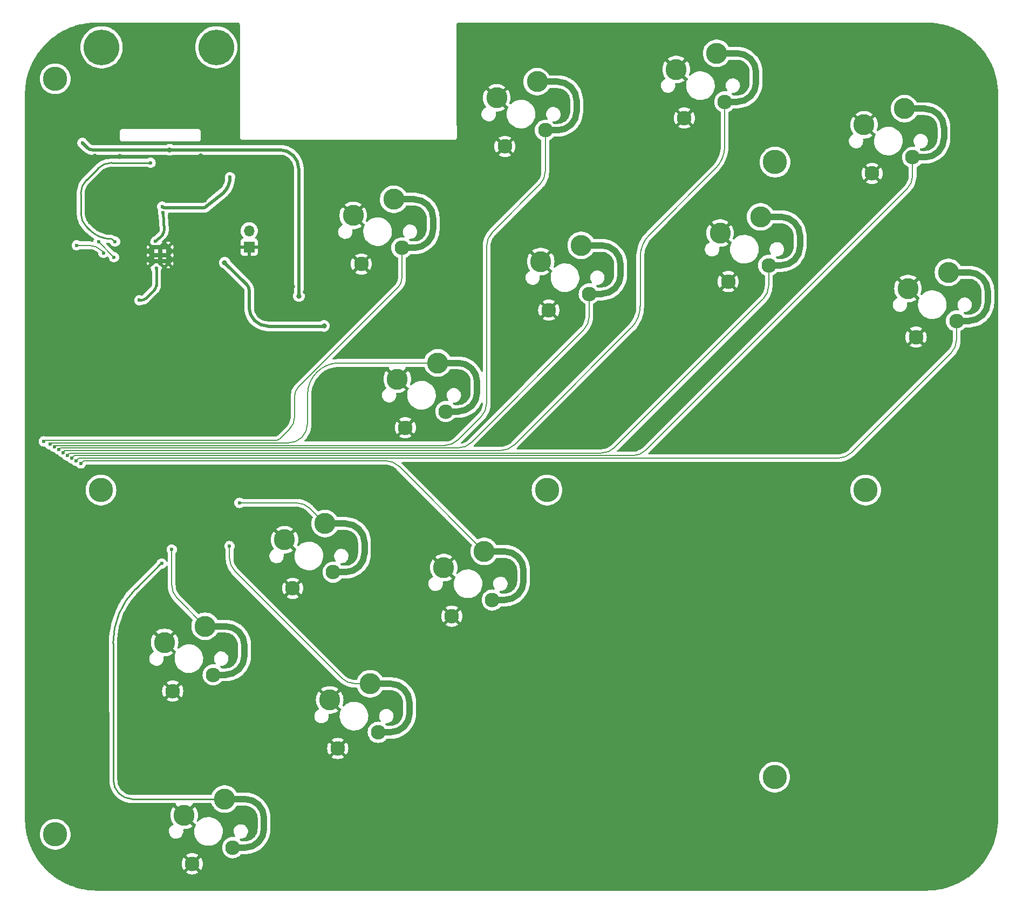
<source format=gtl>
G04 #@! TF.GenerationSoftware,KiCad,Pcbnew,(7.0.0)*
G04 #@! TF.CreationDate,2025-08-06T12:48:58-07:00*
G04 #@! TF.ProjectId,HybridBoxNew,48796272-6964-4426-9f78-4e65772e6b69,rev?*
G04 #@! TF.SameCoordinates,Original*
G04 #@! TF.FileFunction,Copper,L1,Top*
G04 #@! TF.FilePolarity,Positive*
%FSLAX46Y46*%
G04 Gerber Fmt 4.6, Leading zero omitted, Abs format (unit mm)*
G04 Created by KiCad (PCBNEW (7.0.0)) date 2025-08-06 12:48:58*
%MOMM*%
%LPD*%
G01*
G04 APERTURE LIST*
G04 #@! TA.AperFunction,ComponentPad*
%ADD10C,3.800000*%
G04 #@! TD*
G04 #@! TA.AperFunction,ComponentPad*
%ADD11C,2.300000*%
G04 #@! TD*
G04 #@! TA.AperFunction,ComponentPad*
%ADD12C,5.600000*%
G04 #@! TD*
G04 #@! TA.AperFunction,ComponentPad*
%ADD13R,1.700000X1.700000*%
G04 #@! TD*
G04 #@! TA.AperFunction,ComponentPad*
%ADD14O,1.700000X1.700000*%
G04 #@! TD*
G04 #@! TA.AperFunction,ComponentPad*
%ADD15C,3.300000*%
G04 #@! TD*
G04 #@! TA.AperFunction,ComponentPad*
%ADD16C,0.600000*%
G04 #@! TD*
G04 #@! TA.AperFunction,ViaPad*
%ADD17C,0.600000*%
G04 #@! TD*
G04 #@! TA.AperFunction,ViaPad*
%ADD18C,0.800000*%
G04 #@! TD*
G04 #@! TA.AperFunction,Conductor*
%ADD19C,0.635000*%
G04 #@! TD*
G04 #@! TA.AperFunction,Conductor*
%ADD20C,0.200000*%
G04 #@! TD*
G04 #@! TA.AperFunction,Conductor*
%ADD21C,1.000000*%
G04 #@! TD*
G04 #@! TA.AperFunction,Conductor*
%ADD22C,0.250000*%
G04 #@! TD*
G04 #@! TA.AperFunction,Conductor*
%ADD23C,0.500000*%
G04 #@! TD*
G04 #@! TA.AperFunction,Conductor*
%ADD24C,0.381000*%
G04 #@! TD*
G04 APERTURE END LIST*
D10*
X198035000Y-107130000D03*
X318035000Y-107130000D03*
D11*
X252152967Y-94803373D03*
X245802967Y-97343373D03*
D10*
X303755000Y-152170000D03*
X268035000Y-107130000D03*
D11*
X234478565Y-120018960D03*
X228128565Y-122558960D03*
D10*
X190860000Y-161150000D03*
D11*
X241549837Y-145141357D03*
X235199837Y-147681357D03*
D12*
X216140000Y-37670000D03*
D11*
X267766859Y-50684517D03*
X261416859Y-53224517D03*
X302821667Y-71888545D03*
X296471667Y-74428545D03*
X215646182Y-136123438D03*
X209296182Y-138663438D03*
X274662853Y-76353729D03*
X268312853Y-78893729D03*
X295925673Y-46219333D03*
X289575673Y-48759333D03*
X259445123Y-124387547D03*
X253095123Y-126927547D03*
X218717454Y-163245835D03*
X212367454Y-165785835D03*
D13*
X221299999Y-69004999D03*
D14*
X221299999Y-66464999D03*
D10*
X303820000Y-55683383D03*
X190860000Y-42610000D03*
D11*
X245257232Y-69135127D03*
X238907232Y-71675127D03*
X332301562Y-80591119D03*
X325951562Y-83131119D03*
X325405568Y-54921907D03*
X319055568Y-57461907D03*
D12*
X198140000Y-37670000D03*
D15*
X208026182Y-131043438D03*
X214376182Y-128503438D03*
X237637232Y-64055127D03*
X243987232Y-61515127D03*
X251825123Y-119307547D03*
X258175123Y-116767547D03*
X295201667Y-66808545D03*
X301551667Y-64268545D03*
X288305673Y-41139333D03*
X294655673Y-38599333D03*
D16*
X208612000Y-71540000D03*
X208612000Y-70265000D03*
X208612000Y-68990000D03*
X207337000Y-71540000D03*
X207337000Y-70265000D03*
X207337000Y-68990000D03*
X206062000Y-71540000D03*
X206062000Y-70265000D03*
X206062000Y-68990000D03*
D15*
X267042853Y-71273729D03*
X273392853Y-68733729D03*
X226858565Y-114938960D03*
X233208565Y-112398960D03*
X260146859Y-45604517D03*
X266496859Y-43064517D03*
X233929837Y-140061357D03*
X240279837Y-137521357D03*
X244532967Y-89723373D03*
X250882967Y-87183373D03*
X211097454Y-158165835D03*
X217447454Y-155625835D03*
X324681562Y-75511119D03*
X331031562Y-72971119D03*
X317785568Y-49841907D03*
X324135568Y-47301907D03*
D17*
X214337000Y-61752250D03*
D18*
X209793157Y-56426490D03*
D17*
X204910000Y-79320000D03*
D18*
X232100000Y-76040000D03*
D17*
X213052000Y-80282018D03*
X206440000Y-79330000D03*
D18*
X228090000Y-75190000D03*
D17*
X201267000Y-62680000D03*
D18*
X202615753Y-56826490D03*
D17*
X197140000Y-54670000D03*
D18*
X237370000Y-74950000D03*
D17*
X198657000Y-61520000D03*
X206349250Y-82949018D03*
D18*
X209813157Y-59296490D03*
X230120000Y-76030000D03*
X223950000Y-74930000D03*
D17*
X199285741Y-73802258D03*
D18*
X228110000Y-79920000D03*
D17*
X218300000Y-54905000D03*
X203555250Y-62629018D03*
D18*
X230090000Y-79900000D03*
X200985753Y-54786490D03*
X212005753Y-56816490D03*
X232070000Y-79910000D03*
X213675753Y-54736490D03*
D17*
X218140000Y-67670000D03*
X225289500Y-60835000D03*
X200380250Y-64440000D03*
X210140000Y-61170000D03*
X219760000Y-109150000D03*
X209140000Y-116470000D03*
X218210000Y-115925786D03*
X207567998Y-118663993D03*
X194870000Y-102960000D03*
X194170000Y-102550000D03*
X193460000Y-102160000D03*
X192760000Y-101740000D03*
X192080000Y-101250000D03*
X191430000Y-100760000D03*
X190730000Y-100350000D03*
X190040000Y-99940000D03*
X189070000Y-99500000D03*
X200247000Y-68150000D03*
X205830000Y-55780000D03*
D18*
X229100000Y-76690000D03*
D17*
X195140000Y-52670000D03*
D18*
X208820000Y-53750000D03*
D17*
X218297000Y-58040000D03*
D18*
X217460000Y-71460000D03*
X233050000Y-81380000D03*
D17*
X207640000Y-62670000D03*
X206603250Y-68127250D03*
X206730250Y-72364500D03*
X207779891Y-63621931D03*
X204063250Y-77361018D03*
X198437000Y-69930000D03*
X194237000Y-68740000D03*
X200087000Y-70590000D03*
X197657000Y-68210000D03*
D19*
X208312000Y-71240000D02*
X206362000Y-71240000D01*
X206062000Y-70265000D02*
X208612000Y-70265000D01*
X208612000Y-71540000D02*
X208612000Y-68990000D01*
X208612000Y-71540000D02*
X208312000Y-71240000D01*
X206062000Y-68990000D02*
X208612000Y-68990000D01*
X207337000Y-68990000D02*
X207337000Y-71540000D01*
X206062000Y-71540000D02*
X206062000Y-68990000D01*
X206362000Y-71240000D02*
X206062000Y-71540000D01*
D20*
X219760000Y-109150000D02*
X228716964Y-109150000D01*
D21*
X233208565Y-112398961D02*
X236396565Y-112398960D01*
D20*
X230838285Y-110028680D02*
X233208565Y-112398960D01*
D21*
X236396565Y-120018960D02*
X234478565Y-120018960D01*
X239396565Y-115398960D02*
X239396565Y-117018961D01*
X239396640Y-115398960D02*
G75*
G03*
X236396565Y-112398960I-3000040J-40D01*
G01*
X236396565Y-120018965D02*
G75*
G03*
X239396565Y-117018961I35J2999965D01*
G01*
D20*
X230838303Y-110028662D02*
G75*
G03*
X228716964Y-109150000I-2121303J-2121338D01*
G01*
D21*
X214376182Y-128503439D02*
X217564182Y-128503438D01*
X220564182Y-131503438D02*
X220564182Y-133123439D01*
X217564182Y-136123438D02*
X215646182Y-136123438D01*
D20*
X209140000Y-116470000D02*
X209140000Y-122024615D01*
X210018680Y-124145936D02*
X214376182Y-128503438D01*
D21*
X220564162Y-131503438D02*
G75*
G03*
X217564182Y-128503438I-2999962J38D01*
G01*
X217564182Y-136123382D02*
G75*
G03*
X220564182Y-133123439I18J2999982D01*
G01*
D20*
X209139990Y-122024615D02*
G75*
G03*
X210018681Y-124145935I3000010J15D01*
G01*
X237943998Y-137521357D02*
X240279837Y-137521357D01*
X219088680Y-119901622D02*
X235948529Y-136761471D01*
D21*
X243467837Y-145141357D02*
X241549836Y-145141357D01*
X246467837Y-140521357D02*
X246467837Y-142141358D01*
X240279837Y-137521357D02*
X243467837Y-137521357D01*
D20*
X218210000Y-115925786D02*
X218210000Y-117780301D01*
D21*
X243467837Y-145141437D02*
G75*
G03*
X246467837Y-142141358I-37J3000037D01*
G01*
X246467843Y-140521357D02*
G75*
G03*
X243467837Y-137521357I-3000043J-43D01*
G01*
D20*
X218210000Y-117780301D02*
G75*
G03*
X219088681Y-119901621I3000000J1D01*
G01*
X235822688Y-136642668D02*
G75*
G03*
X237943998Y-137521357I2121312J2121268D01*
G01*
D21*
X220635454Y-163245835D02*
X218717454Y-163245835D01*
D22*
X207567998Y-118663993D02*
X207446007Y-118663993D01*
D21*
X223635454Y-158625835D02*
X223635454Y-160245835D01*
X217447454Y-155625835D02*
X220635454Y-155625835D01*
D22*
X199940000Y-131204718D02*
X199978749Y-152631260D01*
X202978744Y-155625835D02*
X217447454Y-155625835D01*
X207446007Y-118663993D02*
X203500083Y-122609917D01*
D21*
X220635454Y-163245754D02*
G75*
G03*
X223635454Y-160245835I46J2999954D01*
G01*
D22*
X203500071Y-122609905D02*
G75*
G03*
X199940000Y-131204718I8594829J-8594795D01*
G01*
X199978670Y-152631260D02*
G75*
G03*
X202978744Y-155625835I3000030J5460D01*
G01*
D21*
X223635465Y-158625835D02*
G75*
G03*
X220635454Y-155625835I-2999965J35D01*
G01*
D20*
X194870000Y-102960000D02*
X195290000Y-102540000D01*
X195290000Y-102540000D02*
X242704935Y-102540000D01*
D21*
X261363123Y-124387547D02*
X259445122Y-124387547D01*
X264363123Y-119767547D02*
X264363122Y-121387547D01*
D20*
X244826256Y-103418680D02*
X258175123Y-116767547D01*
D21*
X258175122Y-116767547D02*
X261363122Y-116767548D01*
D20*
X244826238Y-103418698D02*
G75*
G03*
X242704935Y-102540000I-2121338J-2121302D01*
G01*
D21*
X261363123Y-124387522D02*
G75*
G03*
X264363122Y-121387547I-23J3000022D01*
G01*
X264363052Y-119767547D02*
G75*
G03*
X261363122Y-116767548I-2999952J47D01*
G01*
D20*
X194170000Y-102550000D02*
X194580000Y-102140000D01*
X332301562Y-83527359D02*
X332301562Y-80591119D01*
X315810242Y-101261320D02*
X331422883Y-85648679D01*
X194580000Y-102140000D02*
X313688921Y-102140000D01*
D21*
X337219562Y-75971119D02*
X337219562Y-77591120D01*
X331031562Y-72971120D02*
X334219561Y-72971120D01*
X334219562Y-80591119D02*
X332301562Y-80591119D01*
D20*
X313688921Y-102140015D02*
G75*
G03*
X315810242Y-101261320I-21J3000015D01*
G01*
D21*
X334219562Y-80591062D02*
G75*
G03*
X337219562Y-77591120I38J2999962D01*
G01*
D20*
X331422895Y-85648691D02*
G75*
G03*
X332301562Y-83527359I-2121295J2121291D01*
G01*
D21*
X337219580Y-75971119D02*
G75*
G03*
X334219561Y-72971120I-2999980J19D01*
G01*
X324135568Y-47301908D02*
X327323567Y-47301908D01*
D20*
X283548680Y-100861320D02*
X324526889Y-59883111D01*
D21*
X330323568Y-50301907D02*
X330323568Y-51921908D01*
D20*
X193460000Y-102160000D02*
X193880000Y-101740000D01*
X325405568Y-57761791D02*
X325405568Y-54921907D01*
D21*
X327323568Y-54921907D02*
X325405568Y-54921907D01*
D20*
X193880000Y-101740000D02*
X281427359Y-101740000D01*
D21*
X327323568Y-54921868D02*
G75*
G03*
X330323568Y-51921908I32J2999968D01*
G01*
X330323592Y-50301907D02*
G75*
G03*
X327323567Y-47301908I-2999992J7D01*
G01*
D20*
X281427359Y-101739971D02*
G75*
G03*
X283548680Y-100861320I41J2999971D01*
G01*
X324526887Y-59883109D02*
G75*
G03*
X325405568Y-57761791I-2121287J2121309D01*
G01*
D21*
X301551666Y-64268544D02*
X304739667Y-64268545D01*
D20*
X278633212Y-100461320D02*
X301942988Y-77151544D01*
X193160000Y-101340000D02*
X276511891Y-101340000D01*
X192760000Y-101740000D02*
X193160000Y-101340000D01*
D21*
X307739667Y-67268544D02*
X307739666Y-68888544D01*
X304739667Y-71888545D02*
X302821666Y-71888545D01*
D20*
X302821667Y-75030224D02*
X302821667Y-71888545D01*
D21*
X304739667Y-71888466D02*
G75*
G03*
X307739666Y-68888544I33J2999966D01*
G01*
D20*
X301942969Y-77151525D02*
G75*
G03*
X302821667Y-75030224I-2121269J2121325D01*
G01*
D21*
X307739655Y-67268544D02*
G75*
G03*
X304739667Y-64268545I-2999955J44D01*
G01*
D20*
X276511891Y-101339993D02*
G75*
G03*
X278633211Y-100461319I9J2999993D01*
G01*
X266360000Y-96590000D02*
X281195534Y-81754466D01*
X295925673Y-53149636D02*
X295925673Y-46219333D01*
X262888680Y-100061320D02*
X266360000Y-96590000D01*
D21*
X297843673Y-46219333D02*
X295925673Y-46219333D01*
X300843673Y-41599332D02*
X300843673Y-43219333D01*
D20*
X284117433Y-67066751D02*
X294467649Y-56678717D01*
D21*
X294655673Y-38599333D02*
X297843673Y-38599333D01*
D20*
X192080000Y-101250000D02*
X192390000Y-100940000D01*
X282660000Y-78218932D02*
X282660000Y-70595238D01*
X192390000Y-100940000D02*
X260767359Y-100940000D01*
X260767359Y-100939971D02*
G75*
G03*
X262888680Y-100061320I41J2999971D01*
G01*
X284117414Y-67066732D02*
G75*
G03*
X282660000Y-70595238I3542586J-3528468D01*
G01*
X281195518Y-81754450D02*
G75*
G03*
X282660000Y-78218932I-3535518J3535550D01*
G01*
X294467625Y-56678693D02*
G75*
G03*
X295925673Y-53149636I-3541925J3529093D01*
G01*
D21*
X297843673Y-46219273D02*
G75*
G03*
X300843673Y-43219333I27J2999973D01*
G01*
X300843667Y-41599332D02*
G75*
G03*
X297843673Y-38599333I-2999967J32D01*
G01*
D20*
X191650000Y-100540000D02*
X254047359Y-100540000D01*
X191430000Y-100760000D02*
X191650000Y-100540000D01*
D21*
X279580853Y-71733729D02*
X279580853Y-73353730D01*
X276580854Y-76353729D02*
X274662853Y-76353729D01*
D20*
X274662853Y-79853734D02*
X274662853Y-76353729D01*
X256168680Y-99661320D02*
X273788421Y-81970798D01*
D21*
X273392853Y-68733730D02*
X276580853Y-68733730D01*
D20*
X254047359Y-100539971D02*
G75*
G03*
X256168680Y-99661320I41J2999971D01*
G01*
D21*
X279580870Y-71733729D02*
G75*
G03*
X276580853Y-68733730I-2999970J29D01*
G01*
D20*
X273788394Y-81970771D02*
G75*
G03*
X274662853Y-79853734I-2125494J2117071D01*
G01*
D21*
X276580854Y-76353653D02*
G75*
G03*
X279580853Y-73353730I46J2999953D01*
G01*
D20*
X190940000Y-100140000D02*
X190730000Y-100350000D01*
X230727359Y-100140000D02*
X230500000Y-100140000D01*
X230500000Y-100140000D02*
X251937359Y-100140000D01*
D21*
X266496859Y-43064518D02*
X269684859Y-43064518D01*
D20*
X258560000Y-93517359D02*
X258560000Y-68862641D01*
D21*
X272684859Y-46064517D02*
X272684859Y-47684518D01*
X269684860Y-50684517D02*
X267766859Y-50684517D01*
D20*
X230500000Y-100140000D02*
X190940000Y-100140000D01*
X267766859Y-57111178D02*
X267766859Y-50684517D01*
X254058680Y-99261320D02*
X257681321Y-95638679D01*
X259438680Y-66741320D02*
X266896571Y-59224074D01*
X257681341Y-95638699D02*
G75*
G03*
X258560000Y-93517359I-2121341J2121299D01*
G01*
D21*
X269684860Y-50684459D02*
G75*
G03*
X272684859Y-47684518I40J2999959D01*
G01*
D20*
X259438660Y-66741300D02*
G75*
G03*
X258560000Y-68862641I2121340J-2121300D01*
G01*
D21*
X272684882Y-46064517D02*
G75*
G03*
X269684859Y-43064518I-2999982J17D01*
G01*
D20*
X251937359Y-100139971D02*
G75*
G03*
X254058680Y-99261320I41J2999971D01*
G01*
X266896573Y-59224076D02*
G75*
G03*
X267766859Y-57111178I-2129673J2112876D01*
G01*
X235451159Y-87183373D02*
X250882967Y-87183373D01*
X230440000Y-96740000D02*
X230451174Y-92171144D01*
X190240000Y-99740000D02*
X227440000Y-99740000D01*
D21*
X250882966Y-87183372D02*
X254070967Y-87183373D01*
D20*
X190040000Y-99940000D02*
X190240000Y-99740000D01*
D21*
X254070967Y-94803373D02*
X252152966Y-94803373D01*
X257070967Y-90183373D02*
X257070966Y-91803373D01*
X257071027Y-90183373D02*
G75*
G03*
X254070967Y-87183373I-3000027J-27D01*
G01*
X254070967Y-94803366D02*
G75*
G03*
X257070966Y-91803373I33J2999966D01*
G01*
D20*
X227440000Y-99740000D02*
G75*
G03*
X230440000Y-96740000I0J3000000D01*
G01*
X235451159Y-87183359D02*
G75*
G03*
X230451174Y-92171144I41J-5000041D01*
G01*
X189230000Y-99340000D02*
X225473145Y-99340000D01*
X245257232Y-73908768D02*
X245257232Y-69135127D01*
X226180252Y-99047107D02*
X227561320Y-97666039D01*
D21*
X247175232Y-69135127D02*
X245257231Y-69135127D01*
X243987231Y-61515126D02*
X247175232Y-61515127D01*
D20*
X229025787Y-90968640D02*
X244671446Y-75322981D01*
X228440000Y-95544718D02*
X228440000Y-92382854D01*
D21*
X250175232Y-64515127D02*
X250175231Y-66135126D01*
D20*
X189070000Y-99500000D02*
X189230000Y-99340000D01*
X227561311Y-97666030D02*
G75*
G03*
X228440000Y-95544718I-2121311J2121330D01*
G01*
D21*
X247175232Y-69135131D02*
G75*
G03*
X250175231Y-66135126I-32J3000031D01*
G01*
X250175173Y-64515127D02*
G75*
G03*
X247175232Y-61515127I-2999973J27D01*
G01*
D20*
X225473145Y-99340032D02*
G75*
G03*
X226180252Y-99047107I-45J1000032D01*
G01*
X244671469Y-75323004D02*
G75*
G03*
X245257232Y-73908768I-1414269J1414204D01*
G01*
X229025810Y-90968663D02*
G75*
G03*
X228440000Y-92382854I1414190J-1414237D01*
G01*
D22*
X195755680Y-58484320D02*
X197581321Y-56658679D01*
X196257401Y-66320401D02*
X195755679Y-65818679D01*
X194877000Y-63697359D02*
X194877000Y-60605641D01*
X199702641Y-55780000D02*
X205830000Y-55780000D01*
X200247000Y-68150000D02*
X199708759Y-67750000D01*
X195755660Y-58484300D02*
G75*
G03*
X194877000Y-60605641I2121340J-2121300D01*
G01*
X196257413Y-66320389D02*
G75*
G03*
X199708759Y-67750000I3451387J3451389D01*
G01*
X194877029Y-63697359D02*
G75*
G03*
X195755679Y-65818679I2999971J-41D01*
G01*
X199702641Y-55780029D02*
G75*
G03*
X197581321Y-56658679I-41J-2999971D01*
G01*
D23*
X208820000Y-53750000D02*
X196634214Y-53750000D01*
X229130000Y-76660000D02*
X229100000Y-76690000D01*
X208820000Y-53750000D02*
X217000000Y-53750000D01*
X217000000Y-53750000D02*
X226082614Y-53750000D01*
X229100000Y-76690000D02*
X229082613Y-56747384D01*
X195927107Y-53457107D02*
X195140000Y-52670000D01*
X208820000Y-53750000D02*
X208740000Y-53670000D01*
X195927100Y-53457114D02*
G75*
G03*
X196634214Y-53750000I707100J707114D01*
G01*
X229082599Y-56747384D02*
G75*
G03*
X226082614Y-53750000I-2999999J-2616D01*
G01*
X207816079Y-62846079D02*
X207640000Y-62670000D01*
X217460000Y-71460000D02*
X220987107Y-74987107D01*
X221280000Y-75694214D02*
X221280000Y-78430000D01*
X214316079Y-62846079D02*
X207816079Y-62846079D01*
X224280000Y-81430000D02*
X233090000Y-81430000D01*
X217293430Y-60462838D02*
X214316079Y-62846079D01*
X217293427Y-60462835D02*
G75*
G03*
X218297000Y-58040000I-2422827J2422835D01*
G01*
X221279990Y-75694214D02*
G75*
G03*
X220987107Y-74987107I-999990J14D01*
G01*
X221280000Y-78430000D02*
G75*
G03*
X224280000Y-81430000I3000000J0D01*
G01*
D24*
X206437357Y-75704893D02*
X205074125Y-77068125D01*
X207679107Y-67051393D02*
X206603250Y-68127250D01*
X207779891Y-63621931D02*
X207972000Y-66344286D01*
X206730250Y-72364500D02*
X206730250Y-74997786D01*
X204367018Y-77361018D02*
X204063250Y-77361018D01*
X206437353Y-75704889D02*
G75*
G03*
X206730250Y-74997786I-707053J707089D01*
G01*
X204367018Y-77361025D02*
G75*
G03*
X205074124Y-77068124I-18J1000025D01*
G01*
X207679114Y-67051400D02*
G75*
G03*
X207972000Y-66344286I-707114J707100D01*
G01*
D20*
X198437000Y-69930000D02*
X198437000Y-69816471D01*
X194257000Y-68730000D02*
X194267000Y-68730000D01*
X198437000Y-69816471D02*
X198229208Y-69608679D01*
X194277000Y-68730000D02*
X194237000Y-68740000D01*
X196107888Y-68730000D02*
X194277000Y-68730000D01*
X194237000Y-68740000D02*
X194257000Y-68730000D01*
X198229214Y-69608673D02*
G75*
G03*
X196107888Y-68730000I-2121314J-2121327D01*
G01*
X197677000Y-68180000D02*
X197657000Y-68210000D01*
X197657000Y-68210000D02*
X197667000Y-68180000D01*
X200087000Y-70590000D02*
X197677000Y-68180000D01*
G04 #@! TA.AperFunction,Conductor*
G36*
X243192566Y-87806802D02*
G01*
X243237960Y-87848051D01*
X243258500Y-87905846D01*
X243249317Y-87966491D01*
X243212590Y-88015615D01*
X243210772Y-88017093D01*
X243202786Y-88028545D01*
X243209562Y-88040758D01*
X244521237Y-89352433D01*
X244532967Y-89359205D01*
X244544696Y-89352433D01*
X245856371Y-88040757D01*
X245863146Y-88028546D01*
X245855158Y-88017091D01*
X245853342Y-88015614D01*
X245816614Y-87966490D01*
X245807432Y-87905845D01*
X245827972Y-87848051D01*
X245873366Y-87806802D01*
X245932857Y-87791873D01*
X248719520Y-87791873D01*
X248769718Y-87802304D01*
X248811605Y-87831871D01*
X248838245Y-87875678D01*
X248897100Y-88041281D01*
X248897103Y-88041288D01*
X248898540Y-88045331D01*
X248900514Y-88049142D01*
X248900516Y-88049145D01*
X249032410Y-88303690D01*
X249032413Y-88303695D01*
X249034393Y-88307516D01*
X249036878Y-88311037D01*
X249036879Y-88311038D01*
X249078652Y-88370217D01*
X249204681Y-88548760D01*
X249406233Y-88764569D01*
X249635294Y-88950923D01*
X249887596Y-89104352D01*
X250158440Y-89221996D01*
X250442781Y-89301665D01*
X250735322Y-89341873D01*
X251026307Y-89341873D01*
X251030612Y-89341873D01*
X251323153Y-89301665D01*
X251607494Y-89221996D01*
X251878338Y-89104352D01*
X252130640Y-88950923D01*
X252359701Y-88764569D01*
X252561253Y-88548760D01*
X252731541Y-88307516D01*
X252747650Y-88276425D01*
X252756211Y-88259905D01*
X252802617Y-88210215D01*
X252868085Y-88191872D01*
X253977508Y-88191872D01*
X253977517Y-88191872D01*
X253977527Y-88191875D01*
X254066859Y-88191873D01*
X254075097Y-88192142D01*
X254322694Y-88208368D01*
X254339012Y-88210516D01*
X254578322Y-88258115D01*
X254594239Y-88262379D01*
X254825286Y-88340807D01*
X254840509Y-88347112D01*
X255059343Y-88455026D01*
X255073610Y-88463263D01*
X255276492Y-88598821D01*
X255289554Y-88608845D01*
X255472996Y-88769716D01*
X255484648Y-88781367D01*
X255595817Y-88908128D01*
X255645526Y-88964809D01*
X255655560Y-88977885D01*
X255791117Y-89180757D01*
X255799357Y-89195030D01*
X255907269Y-89413847D01*
X255913577Y-89429074D01*
X255992008Y-89660117D01*
X255996274Y-89676037D01*
X256043876Y-89915337D01*
X256046027Y-89931678D01*
X256062196Y-90178346D01*
X256062466Y-90186588D01*
X256062466Y-91709925D01*
X256062465Y-91709931D01*
X256062465Y-91709938D01*
X256062465Y-91709939D01*
X256062465Y-91799262D01*
X256062195Y-91807501D01*
X256045971Y-92055080D01*
X256043820Y-92071422D01*
X255996222Y-92310715D01*
X255991957Y-92326634D01*
X255913531Y-92557676D01*
X255907223Y-92572904D01*
X255799313Y-92791725D01*
X255791074Y-92805995D01*
X255779563Y-92823223D01*
X255655526Y-93008858D01*
X255645493Y-93021933D01*
X255484623Y-93205371D01*
X255472968Y-93217026D01*
X255289533Y-93377892D01*
X255276458Y-93387925D01*
X255073592Y-93523475D01*
X255059318Y-93531716D01*
X254840496Y-93639626D01*
X254825269Y-93645933D01*
X254594236Y-93724357D01*
X254578315Y-93728623D01*
X254339019Y-93776220D01*
X254322678Y-93778371D01*
X254074991Y-93794602D01*
X254066751Y-93794872D01*
X253977551Y-93794871D01*
X253977527Y-93794871D01*
X253977518Y-93794872D01*
X253977508Y-93794873D01*
X253530784Y-93794873D01*
X253478033Y-93783299D01*
X253434973Y-93750703D01*
X253407627Y-93718685D01*
X253329330Y-93627010D01*
X253310213Y-93610682D01*
X253274893Y-93561256D01*
X253266806Y-93501046D01*
X253287833Y-93444050D01*
X253333086Y-93403518D01*
X253392045Y-93388873D01*
X253473584Y-93388873D01*
X253476585Y-93388873D01*
X253636938Y-93373561D01*
X253843176Y-93313004D01*
X254034226Y-93214511D01*
X254203184Y-93081641D01*
X254343943Y-92919197D01*
X254451415Y-92733050D01*
X254521717Y-92529927D01*
X254552306Y-92317170D01*
X254542079Y-92102469D01*
X254491404Y-91893583D01*
X254402113Y-91698063D01*
X254277433Y-91522974D01*
X254179558Y-91429651D01*
X254126208Y-91378782D01*
X254126206Y-91378780D01*
X254121870Y-91374646D01*
X254116828Y-91371406D01*
X254116826Y-91371404D01*
X253946095Y-91261682D01*
X253946093Y-91261681D01*
X253941047Y-91258438D01*
X253890985Y-91238396D01*
X253747078Y-91180784D01*
X253747073Y-91180782D01*
X253741499Y-91178551D01*
X253735604Y-91177415D01*
X253735598Y-91177413D01*
X253536328Y-91139008D01*
X253530439Y-91137873D01*
X253369349Y-91137873D01*
X253366371Y-91138157D01*
X253366357Y-91138158D01*
X253214971Y-91152614D01*
X253214966Y-91152614D01*
X253208996Y-91153185D01*
X253203246Y-91154873D01*
X253203237Y-91154875D01*
X253008522Y-91212049D01*
X253008516Y-91212051D01*
X253002758Y-91213742D01*
X252997421Y-91216493D01*
X252997417Y-91216495D01*
X252817043Y-91309484D01*
X252817040Y-91309486D01*
X252811708Y-91312235D01*
X252806996Y-91315939D01*
X252806992Y-91315943D01*
X252647463Y-91441397D01*
X252647453Y-91441406D01*
X252642750Y-91445105D01*
X252638827Y-91449631D01*
X252638822Y-91449637D01*
X252505923Y-91603010D01*
X252505918Y-91603016D01*
X252501991Y-91607549D01*
X252498993Y-91612741D01*
X252498987Y-91612750D01*
X252397521Y-91788495D01*
X252397517Y-91788501D01*
X252394519Y-91793696D01*
X252392557Y-91799364D01*
X252392555Y-91799369D01*
X252329834Y-91980589D01*
X252324217Y-91996819D01*
X252323363Y-92002756D01*
X252323363Y-92002758D01*
X252315841Y-92055080D01*
X252293628Y-92209576D01*
X252293913Y-92215563D01*
X252293913Y-92215567D01*
X252302079Y-92386993D01*
X252303855Y-92424277D01*
X252305270Y-92430110D01*
X252305271Y-92430116D01*
X252328044Y-92523987D01*
X252354530Y-92633163D01*
X252357024Y-92638624D01*
X252441327Y-92823223D01*
X252441329Y-92823227D01*
X252443821Y-92828683D01*
X252508276Y-92919197D01*
X252540031Y-92963791D01*
X252561989Y-93018115D01*
X252557003Y-93076496D01*
X252526152Y-93126310D01*
X252476106Y-93156784D01*
X252417774Y-93161321D01*
X252413216Y-93160227D01*
X252408294Y-93159839D01*
X252408284Y-93159838D01*
X252157897Y-93140133D01*
X252152967Y-93139745D01*
X252148037Y-93140133D01*
X251897651Y-93159838D01*
X251897641Y-93159839D01*
X251892718Y-93160227D01*
X251887911Y-93161381D01*
X251887905Y-93161382D01*
X251643690Y-93220013D01*
X251643681Y-93220015D01*
X251638878Y-93221169D01*
X251634310Y-93223060D01*
X251634304Y-93223063D01*
X251402270Y-93319175D01*
X251402265Y-93319177D01*
X251397696Y-93321070D01*
X251393481Y-93323652D01*
X251393475Y-93323656D01*
X251179328Y-93454885D01*
X251179320Y-93454890D01*
X251175111Y-93457470D01*
X251171350Y-93460681D01*
X251171346Y-93460685D01*
X250980366Y-93623796D01*
X250980359Y-93623802D01*
X250976604Y-93627010D01*
X250973396Y-93630765D01*
X250973390Y-93630772D01*
X250810279Y-93821752D01*
X250810275Y-93821756D01*
X250807064Y-93825517D01*
X250804484Y-93829726D01*
X250804479Y-93829734D01*
X250673250Y-94043881D01*
X250673246Y-94043887D01*
X250670664Y-94048102D01*
X250668771Y-94052671D01*
X250668769Y-94052676D01*
X250572657Y-94284710D01*
X250572654Y-94284716D01*
X250570763Y-94289284D01*
X250569609Y-94294087D01*
X250569607Y-94294096D01*
X250510976Y-94538311D01*
X250510975Y-94538317D01*
X250509821Y-94543124D01*
X250509433Y-94548047D01*
X250509432Y-94548057D01*
X250494993Y-94731534D01*
X250489339Y-94803373D01*
X250489727Y-94808303D01*
X250509432Y-95058688D01*
X250509433Y-95058696D01*
X250509821Y-95063622D01*
X250510975Y-95068430D01*
X250510976Y-95068434D01*
X250568739Y-95309035D01*
X250570763Y-95317462D01*
X250572656Y-95322032D01*
X250572657Y-95322035D01*
X250634293Y-95470836D01*
X250670664Y-95558644D01*
X250673249Y-95562863D01*
X250673250Y-95562864D01*
X250796223Y-95763539D01*
X250807064Y-95781229D01*
X250976604Y-95979736D01*
X251175111Y-96149276D01*
X251397696Y-96285676D01*
X251638878Y-96385577D01*
X251892718Y-96446519D01*
X252152967Y-96467001D01*
X252413216Y-96446519D01*
X252667056Y-96385577D01*
X252908238Y-96285676D01*
X253130823Y-96149276D01*
X253329330Y-95979736D01*
X253434974Y-95856042D01*
X253478033Y-95823447D01*
X253530784Y-95811873D01*
X254120385Y-95811873D01*
X254120514Y-95811873D01*
X254120556Y-95811868D01*
X254120645Y-95811866D01*
X254256281Y-95811868D01*
X254625350Y-95777673D01*
X254989689Y-95709569D01*
X255346191Y-95608139D01*
X255691812Y-95474247D01*
X256023605Y-95309035D01*
X256338739Y-95113915D01*
X256634525Y-94890549D01*
X256908438Y-94640844D01*
X257158144Y-94366931D01*
X257381510Y-94071146D01*
X257576631Y-93756012D01*
X257711123Y-93485913D01*
X257756807Y-93435434D01*
X257822084Y-93416090D01*
X257887895Y-93433530D01*
X257935026Y-93482662D01*
X257949716Y-93549141D01*
X257936862Y-93778069D01*
X257935280Y-93792109D01*
X257892732Y-94042552D01*
X257889588Y-94056328D01*
X257819264Y-94300438D01*
X257814597Y-94313775D01*
X257717387Y-94548468D01*
X257711257Y-94561198D01*
X257588378Y-94783537D01*
X257580861Y-94795501D01*
X257433862Y-95002682D01*
X257425052Y-95013730D01*
X257253751Y-95205419D01*
X257248894Y-95210555D01*
X253630931Y-98828519D01*
X253625795Y-98833376D01*
X253433712Y-99005029D01*
X253422665Y-99013838D01*
X253215489Y-99160834D01*
X253203524Y-99168352D01*
X252981186Y-99291231D01*
X252968456Y-99297361D01*
X252733766Y-99394569D01*
X252720429Y-99399236D01*
X252476321Y-99469559D01*
X252462545Y-99472703D01*
X252212106Y-99515251D01*
X252198065Y-99516833D01*
X251940377Y-99531301D01*
X251933314Y-99531499D01*
X251863492Y-99531499D01*
X251863491Y-99531499D01*
X251863482Y-99531499D01*
X251863478Y-99531499D01*
X251863476Y-99531500D01*
X230539885Y-99531500D01*
X230055880Y-99531500D01*
X229998677Y-99517767D01*
X229953944Y-99479561D01*
X229931431Y-99425211D01*
X229936047Y-99366564D01*
X229966785Y-99316405D01*
X229991959Y-99291231D01*
X230116947Y-99166243D01*
X230341870Y-98892173D01*
X230480544Y-98684633D01*
X244826242Y-98684633D01*
X244831617Y-98692677D01*
X245043702Y-98822643D01*
X245052497Y-98827124D01*
X245284458Y-98923206D01*
X245293843Y-98926256D01*
X245537984Y-98984868D01*
X245547730Y-98986412D01*
X245798037Y-99006112D01*
X245807897Y-99006112D01*
X246058203Y-98986412D01*
X246067949Y-98984868D01*
X246312090Y-98926256D01*
X246321475Y-98923206D01*
X246553436Y-98827124D01*
X246562231Y-98822643D01*
X246774318Y-98692677D01*
X246779691Y-98684633D01*
X246772911Y-98672527D01*
X245814696Y-97714312D01*
X245802966Y-97707540D01*
X245791237Y-97714312D01*
X244833022Y-98672526D01*
X244826242Y-98684633D01*
X230480544Y-98684633D01*
X230538847Y-98597377D01*
X230705980Y-98284693D01*
X230841659Y-97957133D01*
X230944579Y-97617851D01*
X230998195Y-97348303D01*
X244140228Y-97348303D01*
X244159927Y-97598609D01*
X244161471Y-97608355D01*
X244220083Y-97852496D01*
X244223133Y-97861881D01*
X244319215Y-98093842D01*
X244323696Y-98102637D01*
X244453661Y-98314720D01*
X244461705Y-98320096D01*
X244473812Y-98313316D01*
X245432027Y-97355102D01*
X245438799Y-97343373D01*
X245438798Y-97343372D01*
X246167134Y-97343372D01*
X246173906Y-97355102D01*
X247132121Y-98313317D01*
X247144227Y-98320097D01*
X247152271Y-98314724D01*
X247282237Y-98102637D01*
X247286718Y-98093842D01*
X247382800Y-97861881D01*
X247385850Y-97852496D01*
X247444462Y-97608355D01*
X247446006Y-97598609D01*
X247465706Y-97348303D01*
X247465706Y-97338443D01*
X247446006Y-97088136D01*
X247444462Y-97078390D01*
X247385850Y-96834249D01*
X247382800Y-96824864D01*
X247286718Y-96592903D01*
X247282237Y-96584108D01*
X247152271Y-96372023D01*
X247144227Y-96366648D01*
X247132120Y-96373428D01*
X246173906Y-97331643D01*
X246167134Y-97343372D01*
X245438798Y-97343372D01*
X245432027Y-97331643D01*
X244473814Y-96373430D01*
X244461705Y-96366649D01*
X244453660Y-96372026D01*
X244323696Y-96584108D01*
X244319215Y-96592903D01*
X244223133Y-96824864D01*
X244220083Y-96834249D01*
X244161471Y-97078390D01*
X244159927Y-97088136D01*
X244140228Y-97338443D01*
X244140228Y-97348303D01*
X230998195Y-97348303D01*
X231013748Y-97270115D01*
X231048500Y-96917274D01*
X231048500Y-96740893D01*
X231050307Y-96002111D01*
X244826243Y-96002111D01*
X244833024Y-96014220D01*
X245791237Y-96972433D01*
X245802967Y-96979205D01*
X245814696Y-96972433D01*
X246772910Y-96014218D01*
X246779690Y-96002111D01*
X246774314Y-95994067D01*
X246562231Y-95864102D01*
X246553436Y-95859621D01*
X246321475Y-95763539D01*
X246312090Y-95760489D01*
X246067949Y-95701877D01*
X246058203Y-95700333D01*
X245807897Y-95680634D01*
X245798037Y-95680634D01*
X245547730Y-95700333D01*
X245537984Y-95701877D01*
X245293843Y-95760489D01*
X245284458Y-95763539D01*
X245052497Y-95859621D01*
X245043702Y-95864102D01*
X244831620Y-95994066D01*
X244826243Y-96002111D01*
X231050307Y-96002111D01*
X231059582Y-92209576D01*
X242133628Y-92209576D01*
X242133913Y-92215563D01*
X242133913Y-92215567D01*
X242142079Y-92386993D01*
X242143855Y-92424277D01*
X242145270Y-92430110D01*
X242145271Y-92430116D01*
X242168044Y-92523987D01*
X242194530Y-92633163D01*
X242197024Y-92638624D01*
X242281327Y-92823223D01*
X242281329Y-92823227D01*
X242283821Y-92828683D01*
X242408501Y-93003772D01*
X242564064Y-93152100D01*
X242569106Y-93155340D01*
X242569107Y-93155341D01*
X242576710Y-93160227D01*
X242744887Y-93268308D01*
X242944435Y-93348195D01*
X243155495Y-93388873D01*
X243313584Y-93388873D01*
X243316585Y-93388873D01*
X243476938Y-93373561D01*
X243683176Y-93313004D01*
X243874226Y-93214511D01*
X244043184Y-93081641D01*
X244183943Y-92919197D01*
X244291415Y-92733050D01*
X244361717Y-92529927D01*
X244392306Y-92317170D01*
X244382079Y-92102469D01*
X244367512Y-92042421D01*
X244366216Y-92037078D01*
X244365544Y-91980589D01*
X244389622Y-91929485D01*
X244433609Y-91894037D01*
X244488664Y-91881373D01*
X244676273Y-91881373D01*
X244684846Y-91880786D01*
X244968779Y-91841761D01*
X244977197Y-91840012D01*
X245253192Y-91762682D01*
X245261261Y-91759814D01*
X245524160Y-91645621D01*
X245531784Y-91641670D01*
X245776677Y-91492747D01*
X245783686Y-91487800D01*
X245855161Y-91429651D01*
X245863147Y-91418199D01*
X245856372Y-91405988D01*
X244173757Y-89723373D01*
X244897134Y-89723373D01*
X244903906Y-89735102D01*
X246220317Y-91051513D01*
X246231100Y-91058390D01*
X246246652Y-91060460D01*
X246301232Y-91081406D01*
X246340483Y-91124730D01*
X246355957Y-91181105D01*
X246344323Y-91238396D01*
X246245618Y-91451099D01*
X246245613Y-91451110D01*
X246243849Y-91454913D01*
X246242605Y-91458922D01*
X246242602Y-91458931D01*
X246156068Y-91737888D01*
X246156064Y-91737901D01*
X246154821Y-91741911D01*
X246154121Y-91746060D01*
X246154120Y-91746065D01*
X246106088Y-92030824D01*
X246104841Y-92038215D01*
X246104700Y-92042415D01*
X246104700Y-92042421D01*
X246095715Y-92311178D01*
X246094800Y-92338537D01*
X246095220Y-92342721D01*
X246095221Y-92342722D01*
X246124455Y-92633319D01*
X246124456Y-92633327D01*
X246124878Y-92637518D01*
X246194537Y-92929822D01*
X246302536Y-93210233D01*
X246304556Y-93213919D01*
X246436608Y-93454885D01*
X246446946Y-93473748D01*
X246449439Y-93477132D01*
X246449440Y-93477133D01*
X246611960Y-93697708D01*
X246625190Y-93715663D01*
X246834088Y-93931662D01*
X247069913Y-94117891D01*
X247328454Y-94271025D01*
X247605100Y-94388333D01*
X247894913Y-94467721D01*
X248192722Y-94507773D01*
X248415892Y-94507773D01*
X248418000Y-94507773D01*
X248642786Y-94492725D01*
X248937254Y-94432872D01*
X249221118Y-94334304D01*
X249489310Y-94198780D01*
X249737047Y-94028719D01*
X249959906Y-93827155D01*
X250153910Y-93597685D01*
X250315598Y-93344405D01*
X250442085Y-93071833D01*
X250531113Y-92784835D01*
X250581093Y-92488531D01*
X250591134Y-92188209D01*
X250561056Y-91889228D01*
X250491397Y-91596924D01*
X250383398Y-91316513D01*
X250238988Y-91052998D01*
X250135059Y-90911944D01*
X250063236Y-90814465D01*
X250063235Y-90814463D01*
X250060744Y-90811083D01*
X249851846Y-90595084D01*
X249616021Y-90408855D01*
X249612406Y-90406714D01*
X249612402Y-90406711D01*
X249361105Y-90257868D01*
X249361103Y-90257867D01*
X249357480Y-90255721D01*
X249080834Y-90138413D01*
X249076781Y-90137302D01*
X249076776Y-90137301D01*
X248795085Y-90060138D01*
X248795081Y-90060137D01*
X248791021Y-90059025D01*
X248786850Y-90058464D01*
X248786845Y-90058463D01*
X248497388Y-90019534D01*
X248497378Y-90019533D01*
X248493212Y-90018973D01*
X248267934Y-90018973D01*
X248265850Y-90019112D01*
X248265835Y-90019113D01*
X248047346Y-90033739D01*
X248047331Y-90033740D01*
X248043148Y-90034021D01*
X248039020Y-90034859D01*
X248039020Y-90034860D01*
X247752812Y-90093034D01*
X247752810Y-90093034D01*
X247748680Y-90093874D01*
X247744701Y-90095255D01*
X247744696Y-90095257D01*
X247468807Y-90191056D01*
X247468804Y-90191056D01*
X247464816Y-90192442D01*
X247461057Y-90194341D01*
X247461044Y-90194347D01*
X247200390Y-90326062D01*
X247200379Y-90326068D01*
X247196624Y-90327966D01*
X247193159Y-90330343D01*
X247193148Y-90330351D01*
X246952356Y-90495645D01*
X246952349Y-90495650D01*
X246948887Y-90498027D01*
X246945770Y-90500845D01*
X246945765Y-90500850D01*
X246728502Y-90697353D01*
X246669726Y-90727247D01*
X246603899Y-90723359D01*
X246549051Y-90686754D01*
X246520204Y-90627457D01*
X246525258Y-90561710D01*
X246614357Y-90311009D01*
X246616672Y-90302744D01*
X246674988Y-90022115D01*
X246676156Y-90013613D01*
X246695716Y-89727671D01*
X246695716Y-89719075D01*
X246676156Y-89433132D01*
X246674988Y-89424630D01*
X246616672Y-89144001D01*
X246614357Y-89135736D01*
X246518373Y-88865662D01*
X246514957Y-88857799D01*
X246383095Y-88603316D01*
X246378626Y-88595968D01*
X246237995Y-88396740D01*
X246229737Y-88389223D01*
X246220317Y-88395231D01*
X244903906Y-89711643D01*
X244897134Y-89723373D01*
X244173757Y-89723373D01*
X242845615Y-88395231D01*
X242836195Y-88389223D01*
X242827937Y-88396740D01*
X242687307Y-88595968D01*
X242682838Y-88603316D01*
X242550976Y-88857799D01*
X242547560Y-88865662D01*
X242451576Y-89135736D01*
X242449261Y-89144001D01*
X242390945Y-89424630D01*
X242389777Y-89433132D01*
X242370218Y-89719075D01*
X242370218Y-89727671D01*
X242389777Y-90013613D01*
X242390945Y-90022115D01*
X242449261Y-90302744D01*
X242451576Y-90311009D01*
X242547560Y-90581083D01*
X242550976Y-90588946D01*
X242682838Y-90843429D01*
X242687307Y-90850777D01*
X242833126Y-91057355D01*
X242856061Y-91124369D01*
X242839220Y-91193167D01*
X242787925Y-91242010D01*
X242657039Y-91309486D01*
X242657033Y-91309489D01*
X242651708Y-91312235D01*
X242646996Y-91315939D01*
X242646992Y-91315943D01*
X242487463Y-91441397D01*
X242487453Y-91441406D01*
X242482750Y-91445105D01*
X242478827Y-91449631D01*
X242478822Y-91449637D01*
X242345923Y-91603010D01*
X242345918Y-91603016D01*
X242341991Y-91607549D01*
X242338993Y-91612741D01*
X242338987Y-91612750D01*
X242237521Y-91788495D01*
X242237517Y-91788501D01*
X242234519Y-91793696D01*
X242232557Y-91799364D01*
X242232555Y-91799369D01*
X242169834Y-91980589D01*
X242164217Y-91996819D01*
X242163363Y-92002756D01*
X242163363Y-92002758D01*
X242155841Y-92055080D01*
X242133628Y-92209576D01*
X231059582Y-92209576D01*
X231059665Y-92175476D01*
X231059811Y-92169748D01*
X231079056Y-91773928D01*
X231080154Y-91762365D01*
X231083624Y-91737888D01*
X231135373Y-91372869D01*
X231137528Y-91361480D01*
X231228397Y-90978719D01*
X231231591Y-90967578D01*
X231357336Y-90594816D01*
X231361536Y-90584034D01*
X231521089Y-90224433D01*
X231526272Y-90214069D01*
X231718274Y-89870698D01*
X231724382Y-89860867D01*
X231947201Y-89536644D01*
X231954194Y-89527412D01*
X232205930Y-89225099D01*
X232213747Y-89216546D01*
X232492261Y-88938711D01*
X232500837Y-88930911D01*
X232803756Y-88679921D01*
X232813023Y-88672938D01*
X233137777Y-88450921D01*
X233147625Y-88444835D01*
X233491458Y-88253676D01*
X233501843Y-88248514D01*
X233861823Y-88089844D01*
X233872638Y-88085662D01*
X234245697Y-87960831D01*
X234256846Y-87957665D01*
X234639827Y-87867731D01*
X234651206Y-87865607D01*
X235040851Y-87811337D01*
X235052381Y-87810269D01*
X235447958Y-87792007D01*
X235453770Y-87791873D01*
X243133075Y-87791873D01*
X243192566Y-87806802D01*
G37*
G04 #@! TD.AperFunction*
G04 #@! TA.AperFunction,Conductor*
G36*
X327571815Y-33770552D02*
G01*
X328016163Y-33783481D01*
X328016295Y-33783521D01*
X328016295Y-33783485D01*
X328016863Y-33783502D01*
X328224603Y-33789780D01*
X328231713Y-33790198D01*
X328606479Y-33822986D01*
X328888989Y-33848658D01*
X328895743Y-33849458D01*
X329253331Y-33901837D01*
X329548703Y-33946793D01*
X329555116Y-33947942D01*
X329902414Y-34019654D01*
X329903235Y-34019826D01*
X330201363Y-34083823D01*
X330207498Y-34085303D01*
X330442426Y-34148252D01*
X330546606Y-34176167D01*
X330547829Y-34176502D01*
X330646681Y-34204058D01*
X330844764Y-34259278D01*
X330850493Y-34261024D01*
X331181847Y-34370822D01*
X331183098Y-34371246D01*
X331476641Y-34472541D01*
X331481969Y-34474517D01*
X331804972Y-34602838D01*
X331806497Y-34603457D01*
X332094734Y-34722849D01*
X332099666Y-34725019D01*
X332413712Y-34871461D01*
X332415505Y-34872316D01*
X332696865Y-35009311D01*
X332701452Y-35011664D01*
X333005724Y-35175725D01*
X333007694Y-35176811D01*
X333280935Y-35330920D01*
X333285155Y-35333410D01*
X333375370Y-35389055D01*
X333578869Y-35514576D01*
X333581133Y-35516006D01*
X333690276Y-35586571D01*
X333844935Y-35686566D01*
X333848735Y-35689123D01*
X334131137Y-35886863D01*
X334133464Y-35888533D01*
X334237107Y-35964795D01*
X334386812Y-36074951D01*
X334390285Y-36077601D01*
X334526929Y-36185644D01*
X334660483Y-36291246D01*
X334662972Y-36293266D01*
X334904694Y-36494717D01*
X334907784Y-36497378D01*
X335165089Y-36726360D01*
X335167574Y-36728635D01*
X335244165Y-36800734D01*
X335396804Y-36944420D01*
X335399535Y-36947070D01*
X335642928Y-37190463D01*
X335645578Y-37193194D01*
X335861345Y-37422405D01*
X335863645Y-37424917D01*
X336078714Y-37666588D01*
X336092614Y-37682207D01*
X336095281Y-37685304D01*
X336296732Y-37927026D01*
X336298776Y-37929544D01*
X336512397Y-38199713D01*
X336515047Y-38203186D01*
X336701438Y-38456497D01*
X336703159Y-38458895D01*
X336893780Y-38731131D01*
X336900854Y-38741233D01*
X336903452Y-38745093D01*
X337073992Y-39008865D01*
X337075422Y-39011129D01*
X337256580Y-39304829D01*
X337259087Y-39309078D01*
X337413141Y-39582221D01*
X337414298Y-39584320D01*
X337578326Y-39888530D01*
X337580706Y-39893170D01*
X337717654Y-40174435D01*
X337718564Y-40176344D01*
X337864957Y-40490283D01*
X337867171Y-40495315D01*
X337986506Y-40783416D01*
X337987195Y-40785114D01*
X338115464Y-41107985D01*
X338117474Y-41113404D01*
X338218714Y-41406788D01*
X338219211Y-41408256D01*
X338328962Y-41739465D01*
X338330729Y-41745264D01*
X338413496Y-42042169D01*
X338413831Y-42043392D01*
X338504691Y-42382485D01*
X338506178Y-42388651D01*
X338570159Y-42686705D01*
X338570362Y-42687670D01*
X338642046Y-43034829D01*
X338643215Y-43041351D01*
X338688119Y-43336393D01*
X338688223Y-43337089D01*
X338740533Y-43694203D01*
X338741346Y-43701063D01*
X338766980Y-43983163D01*
X338766876Y-43983172D01*
X338767019Y-43983583D01*
X338799798Y-44358252D01*
X338800220Y-44365428D01*
X338806514Y-44573701D01*
X338806518Y-44573842D01*
X338819447Y-45018179D01*
X338819500Y-45021844D01*
X338819500Y-158738156D01*
X338819447Y-158741821D01*
X338806518Y-159186157D01*
X338806514Y-159186298D01*
X338800220Y-159394570D01*
X338799798Y-159401746D01*
X338767025Y-159776340D01*
X338766987Y-159776761D01*
X338741346Y-160058936D01*
X338740533Y-160065795D01*
X338688223Y-160422909D01*
X338688119Y-160423605D01*
X338643215Y-160718647D01*
X338642046Y-160725169D01*
X338570362Y-161072328D01*
X338570159Y-161073293D01*
X338506178Y-161371347D01*
X338504691Y-161377513D01*
X338413831Y-161716606D01*
X338413496Y-161717829D01*
X338330729Y-162014734D01*
X338328962Y-162020533D01*
X338219211Y-162351742D01*
X338218714Y-162353210D01*
X338117474Y-162646594D01*
X338115464Y-162652013D01*
X337987195Y-162974884D01*
X337986506Y-162976582D01*
X337867171Y-163264683D01*
X337864957Y-163269715D01*
X337718564Y-163583654D01*
X337717654Y-163585563D01*
X337580706Y-163866828D01*
X337578326Y-163871468D01*
X337414298Y-164175678D01*
X337413141Y-164177777D01*
X337259087Y-164450920D01*
X337256580Y-164455169D01*
X337075422Y-164748869D01*
X337073992Y-164751133D01*
X336903452Y-165014905D01*
X336900854Y-165018765D01*
X336703164Y-165301096D01*
X336701438Y-165303501D01*
X336515047Y-165556812D01*
X336512397Y-165560285D01*
X336298776Y-165830454D01*
X336296732Y-165832972D01*
X336095281Y-166074694D01*
X336092614Y-166077791D01*
X335863726Y-166334993D01*
X335861345Y-166337593D01*
X335645578Y-166566804D01*
X335642928Y-166569535D01*
X335399535Y-166812928D01*
X335396804Y-166815578D01*
X335167593Y-167031345D01*
X335165011Y-167033708D01*
X335110828Y-167081928D01*
X334907791Y-167262614D01*
X334904694Y-167265281D01*
X334662972Y-167466732D01*
X334660454Y-167468776D01*
X334390285Y-167682397D01*
X334386812Y-167685047D01*
X334133501Y-167871438D01*
X334131096Y-167873164D01*
X333848765Y-168070854D01*
X333844905Y-168073452D01*
X333581133Y-168243992D01*
X333578869Y-168245422D01*
X333285169Y-168426580D01*
X333280920Y-168429087D01*
X333007777Y-168583141D01*
X333005678Y-168584298D01*
X332701468Y-168748326D01*
X332696828Y-168750706D01*
X332415563Y-168887654D01*
X332413654Y-168888564D01*
X332099715Y-169034957D01*
X332094683Y-169037171D01*
X331806582Y-169156506D01*
X331804884Y-169157195D01*
X331482013Y-169285464D01*
X331476594Y-169287474D01*
X331183210Y-169388714D01*
X331181742Y-169389211D01*
X330850533Y-169498962D01*
X330844734Y-169500729D01*
X330547829Y-169583496D01*
X330546606Y-169583831D01*
X330207513Y-169674691D01*
X330201347Y-169676178D01*
X329903293Y-169740159D01*
X329902328Y-169740362D01*
X329555169Y-169812046D01*
X329548647Y-169813215D01*
X329253605Y-169858119D01*
X329252909Y-169858223D01*
X328895795Y-169910533D01*
X328888936Y-169911346D01*
X328606761Y-169936987D01*
X328606340Y-169937025D01*
X328231746Y-169969798D01*
X328224570Y-169970220D01*
X328016298Y-169976514D01*
X328016157Y-169976518D01*
X327571821Y-169989447D01*
X327568156Y-169989500D01*
X197371844Y-169989500D01*
X197368179Y-169989447D01*
X196923841Y-169976518D01*
X196923702Y-169976476D01*
X196923701Y-169976514D01*
X196715428Y-169970220D01*
X196708252Y-169969798D01*
X196333658Y-169937025D01*
X196333237Y-169936987D01*
X196051062Y-169911346D01*
X196044203Y-169910533D01*
X195687089Y-169858223D01*
X195686393Y-169858119D01*
X195391351Y-169813215D01*
X195384829Y-169812046D01*
X195037670Y-169740362D01*
X195036705Y-169740159D01*
X194738651Y-169676178D01*
X194732485Y-169674691D01*
X194393392Y-169583831D01*
X194392169Y-169583496D01*
X194095264Y-169500729D01*
X194089465Y-169498962D01*
X193758256Y-169389211D01*
X193756788Y-169388714D01*
X193463404Y-169287474D01*
X193457985Y-169285464D01*
X193135114Y-169157195D01*
X193133416Y-169156506D01*
X192845315Y-169037171D01*
X192840283Y-169034957D01*
X192526344Y-168888564D01*
X192524435Y-168887654D01*
X192243170Y-168750706D01*
X192238530Y-168748326D01*
X191934320Y-168584298D01*
X191932221Y-168583141D01*
X191659078Y-168429087D01*
X191654829Y-168426580D01*
X191361129Y-168245422D01*
X191358865Y-168243992D01*
X191095093Y-168073452D01*
X191091233Y-168070854D01*
X190808902Y-167873164D01*
X190806497Y-167871438D01*
X190553186Y-167685047D01*
X190549713Y-167682397D01*
X190279544Y-167468776D01*
X190277026Y-167466732D01*
X190035304Y-167265281D01*
X190032207Y-167262614D01*
X190028957Y-167259722D01*
X189879926Y-167127095D01*
X211390729Y-167127095D01*
X211396104Y-167135139D01*
X211608189Y-167265105D01*
X211616984Y-167269586D01*
X211848945Y-167365668D01*
X211858330Y-167368718D01*
X212102471Y-167427330D01*
X212112217Y-167428874D01*
X212362524Y-167448574D01*
X212372384Y-167448574D01*
X212622690Y-167428874D01*
X212632436Y-167427330D01*
X212876577Y-167368718D01*
X212885962Y-167365668D01*
X213117923Y-167269586D01*
X213126718Y-167265105D01*
X213338805Y-167135139D01*
X213344178Y-167127095D01*
X213337398Y-167114989D01*
X212379183Y-166156774D01*
X212367454Y-166150002D01*
X212355724Y-166156774D01*
X211397509Y-167114988D01*
X211390729Y-167127095D01*
X189879926Y-167127095D01*
X189774917Y-167033645D01*
X189772405Y-167031345D01*
X189543194Y-166815578D01*
X189540463Y-166812928D01*
X189297070Y-166569535D01*
X189294420Y-166566804D01*
X189078653Y-166337593D01*
X189076359Y-166335089D01*
X188847378Y-166077784D01*
X188844717Y-166074694D01*
X188643266Y-165832972D01*
X188641246Y-165830483D01*
X188609841Y-165790765D01*
X210704715Y-165790765D01*
X210724414Y-166041071D01*
X210725958Y-166050817D01*
X210784570Y-166294958D01*
X210787620Y-166304343D01*
X210883702Y-166536304D01*
X210888183Y-166545099D01*
X211018148Y-166757182D01*
X211026192Y-166762558D01*
X211038299Y-166755778D01*
X211996514Y-165797564D01*
X212003286Y-165785835D01*
X212731621Y-165785835D01*
X212738393Y-165797564D01*
X213696608Y-166755779D01*
X213708714Y-166762559D01*
X213716758Y-166757186D01*
X213846724Y-166545099D01*
X213851205Y-166536304D01*
X213947287Y-166304343D01*
X213950337Y-166294958D01*
X214008949Y-166050817D01*
X214010493Y-166041071D01*
X214030193Y-165790765D01*
X214030193Y-165780905D01*
X214010493Y-165530598D01*
X214008949Y-165520852D01*
X213950337Y-165276711D01*
X213947287Y-165267326D01*
X213851205Y-165035365D01*
X213846724Y-165026570D01*
X213716758Y-164814485D01*
X213708714Y-164809110D01*
X213696607Y-164815890D01*
X212738393Y-165774105D01*
X212731621Y-165785835D01*
X212003286Y-165785835D01*
X211996514Y-165774105D01*
X211038301Y-164815892D01*
X211026192Y-164809111D01*
X211018147Y-164814488D01*
X210888183Y-165026570D01*
X210883702Y-165035365D01*
X210787620Y-165267326D01*
X210784570Y-165276711D01*
X210725958Y-165520852D01*
X210724414Y-165530598D01*
X210704715Y-165780905D01*
X210704715Y-165790765D01*
X188609841Y-165790765D01*
X188535644Y-165696929D01*
X188427601Y-165560285D01*
X188424951Y-165556812D01*
X188320526Y-165414895D01*
X188238533Y-165303464D01*
X188236863Y-165301137D01*
X188039123Y-165018735D01*
X188036566Y-165014935D01*
X187903491Y-164809111D01*
X187866006Y-164751133D01*
X187864576Y-164748869D01*
X187756343Y-164573398D01*
X187683410Y-164455155D01*
X187680911Y-164450920D01*
X187677331Y-164444573D01*
X211390730Y-164444573D01*
X211397511Y-164456682D01*
X212355724Y-165414895D01*
X212367454Y-165421667D01*
X212379183Y-165414895D01*
X213337397Y-164456680D01*
X213344177Y-164444573D01*
X213338801Y-164436529D01*
X213126718Y-164306564D01*
X213117923Y-164302083D01*
X212885962Y-164206001D01*
X212876577Y-164202951D01*
X212632436Y-164144339D01*
X212622690Y-164142795D01*
X212372384Y-164123096D01*
X212362524Y-164123096D01*
X212112217Y-164142795D01*
X212102471Y-164144339D01*
X211858330Y-164202951D01*
X211848945Y-164206001D01*
X211616984Y-164302083D01*
X211608189Y-164306564D01*
X211396107Y-164436528D01*
X211390730Y-164444573D01*
X187677331Y-164444573D01*
X187526811Y-164177694D01*
X187525725Y-164175724D01*
X187361664Y-163871452D01*
X187359311Y-163866865D01*
X187222316Y-163585505D01*
X187221461Y-163583712D01*
X187075019Y-163269666D01*
X187072849Y-163264734D01*
X186953457Y-162976497D01*
X186952838Y-162974972D01*
X186824517Y-162651969D01*
X186822541Y-162646641D01*
X186721246Y-162353098D01*
X186720822Y-162351847D01*
X186611024Y-162020493D01*
X186609278Y-162014764D01*
X186547121Y-161791794D01*
X186526502Y-161717829D01*
X186526167Y-161716606D01*
X186474498Y-161523775D01*
X186435303Y-161377498D01*
X186433820Y-161371347D01*
X186432714Y-161366197D01*
X186386305Y-161150000D01*
X188446738Y-161150000D01*
X188446987Y-161153958D01*
X188465517Y-161448499D01*
X188465518Y-161448509D01*
X188465767Y-161452462D01*
X188466508Y-161456350D01*
X188466510Y-161456360D01*
X188521810Y-161746253D01*
X188521813Y-161746265D01*
X188522555Y-161750154D01*
X188523777Y-161753916D01*
X188523781Y-161753930D01*
X188608532Y-162014764D01*
X188616206Y-162038381D01*
X188617893Y-162041966D01*
X188617895Y-162041971D01*
X188730036Y-162280284D01*
X188745242Y-162312598D01*
X188782365Y-162371094D01*
X188905507Y-162565136D01*
X188905513Y-162565145D01*
X188907630Y-162568480D01*
X188910149Y-162571525D01*
X188910152Y-162571529D01*
X189025813Y-162711339D01*
X189100808Y-162801992D01*
X189129731Y-162829152D01*
X189286637Y-162976497D01*
X189321729Y-163009450D01*
X189566910Y-163187584D01*
X189832483Y-163333585D01*
X190114261Y-163445149D01*
X190407800Y-163520516D01*
X190708470Y-163558500D01*
X191007571Y-163558500D01*
X191011530Y-163558500D01*
X191312200Y-163520516D01*
X191605739Y-163445149D01*
X191887517Y-163333585D01*
X192153090Y-163187584D01*
X192398271Y-163009450D01*
X192619192Y-162801992D01*
X192812370Y-162568480D01*
X192974758Y-162312598D01*
X193103794Y-162038381D01*
X193197445Y-161750154D01*
X193254233Y-161452462D01*
X193273262Y-161150000D01*
X193254233Y-160847538D01*
X193216939Y-160652038D01*
X208698115Y-160652038D01*
X208698400Y-160658025D01*
X208698400Y-160658029D01*
X208704058Y-160776799D01*
X208708342Y-160866739D01*
X208709757Y-160872572D01*
X208709758Y-160872578D01*
X208742592Y-161007920D01*
X208759017Y-161075625D01*
X208761511Y-161081086D01*
X208845814Y-161265685D01*
X208845816Y-161265689D01*
X208848308Y-161271145D01*
X208972988Y-161446234D01*
X209128551Y-161594562D01*
X209133593Y-161597802D01*
X209133594Y-161597803D01*
X209141197Y-161602689D01*
X209309374Y-161710770D01*
X209508922Y-161790657D01*
X209719982Y-161831335D01*
X209878071Y-161831335D01*
X209881072Y-161831335D01*
X210041425Y-161816023D01*
X210247663Y-161755466D01*
X210438713Y-161656973D01*
X210607671Y-161524103D01*
X210748430Y-161361659D01*
X210855902Y-161175512D01*
X210926204Y-160972389D01*
X210956793Y-160759632D01*
X210946566Y-160544931D01*
X210938657Y-160512331D01*
X210930703Y-160479540D01*
X210930031Y-160423051D01*
X210954109Y-160371947D01*
X210998096Y-160336499D01*
X211053151Y-160323835D01*
X211240760Y-160323835D01*
X211249333Y-160323248D01*
X211533266Y-160284223D01*
X211541684Y-160282474D01*
X211817679Y-160205144D01*
X211825748Y-160202276D01*
X212088647Y-160088083D01*
X212096271Y-160084132D01*
X212341164Y-159935209D01*
X212348173Y-159930262D01*
X212419648Y-159872113D01*
X212427634Y-159860661D01*
X212420859Y-159848450D01*
X210738244Y-158165835D01*
X211461621Y-158165835D01*
X211468393Y-158177564D01*
X212784804Y-159493975D01*
X212795587Y-159500852D01*
X212811139Y-159502922D01*
X212865719Y-159523868D01*
X212904970Y-159567192D01*
X212920444Y-159623567D01*
X212908810Y-159680858D01*
X212810105Y-159893561D01*
X212810100Y-159893572D01*
X212808336Y-159897375D01*
X212807092Y-159901384D01*
X212807089Y-159901393D01*
X212720555Y-160180350D01*
X212720551Y-160180363D01*
X212719308Y-160184373D01*
X212718608Y-160188522D01*
X212718607Y-160188527D01*
X212675309Y-160445220D01*
X212669328Y-160480677D01*
X212669187Y-160484877D01*
X212669187Y-160484883D01*
X212659686Y-160769070D01*
X212659287Y-160780999D01*
X212659707Y-160785183D01*
X212659708Y-160785184D01*
X212688942Y-161075781D01*
X212688943Y-161075789D01*
X212689365Y-161079980D01*
X212759024Y-161372284D01*
X212867023Y-161652695D01*
X212869043Y-161656381D01*
X213001095Y-161897347D01*
X213011433Y-161916210D01*
X213013926Y-161919594D01*
X213013927Y-161919595D01*
X213138251Y-162088330D01*
X213189677Y-162158125D01*
X213398575Y-162374124D01*
X213634400Y-162560353D01*
X213892941Y-162713487D01*
X214169587Y-162830795D01*
X214459400Y-162910183D01*
X214757209Y-162950235D01*
X214980379Y-162950235D01*
X214982487Y-162950235D01*
X215207273Y-162935187D01*
X215501741Y-162875334D01*
X215785605Y-162776766D01*
X216053797Y-162641242D01*
X216301534Y-162471181D01*
X216524393Y-162269617D01*
X216718397Y-162040147D01*
X216880085Y-161786867D01*
X217006572Y-161514295D01*
X217095600Y-161227297D01*
X217145580Y-160930993D01*
X217155621Y-160630671D01*
X217125543Y-160331690D01*
X217055884Y-160039386D01*
X216947885Y-159758975D01*
X216803475Y-159495460D01*
X216654478Y-159293239D01*
X216627723Y-159256927D01*
X216627722Y-159256925D01*
X216625231Y-159253545D01*
X216416333Y-159037546D01*
X216180508Y-158851317D01*
X216176893Y-158849176D01*
X216176889Y-158849173D01*
X215925592Y-158700330D01*
X215925590Y-158700329D01*
X215921967Y-158698183D01*
X215645321Y-158580875D01*
X215641268Y-158579764D01*
X215641263Y-158579763D01*
X215359572Y-158502600D01*
X215359568Y-158502599D01*
X215355508Y-158501487D01*
X215351337Y-158500926D01*
X215351332Y-158500925D01*
X215061875Y-158461996D01*
X215061865Y-158461995D01*
X215057699Y-158461435D01*
X214832421Y-158461435D01*
X214830337Y-158461574D01*
X214830322Y-158461575D01*
X214611833Y-158476201D01*
X214611818Y-158476202D01*
X214607635Y-158476483D01*
X214603507Y-158477321D01*
X214603507Y-158477322D01*
X214317299Y-158535496D01*
X214317297Y-158535496D01*
X214313167Y-158536336D01*
X214309188Y-158537717D01*
X214309183Y-158537719D01*
X214033294Y-158633518D01*
X214033291Y-158633518D01*
X214029303Y-158634904D01*
X214025544Y-158636803D01*
X214025531Y-158636809D01*
X213764877Y-158768524D01*
X213764866Y-158768530D01*
X213761111Y-158770428D01*
X213757646Y-158772805D01*
X213757635Y-158772813D01*
X213516843Y-158938107D01*
X213516836Y-158938112D01*
X213513374Y-158940489D01*
X213510257Y-158943307D01*
X213510252Y-158943312D01*
X213292989Y-159139815D01*
X213234213Y-159169709D01*
X213168386Y-159165821D01*
X213113538Y-159129216D01*
X213084691Y-159069919D01*
X213089745Y-159004172D01*
X213178844Y-158753471D01*
X213181159Y-158745206D01*
X213239475Y-158464577D01*
X213240643Y-158456075D01*
X213260203Y-158170133D01*
X213260203Y-158161537D01*
X213240643Y-157875594D01*
X213239475Y-157867092D01*
X213181159Y-157586463D01*
X213178844Y-157578198D01*
X213082860Y-157308124D01*
X213079444Y-157300261D01*
X212947582Y-157045778D01*
X212943113Y-157038430D01*
X212802482Y-156839202D01*
X212794224Y-156831685D01*
X212784804Y-156837693D01*
X211468393Y-158154105D01*
X211461621Y-158165835D01*
X210738244Y-158165835D01*
X209410102Y-156837693D01*
X209400682Y-156831685D01*
X209392424Y-156839202D01*
X209251794Y-157038430D01*
X209247325Y-157045778D01*
X209115463Y-157300261D01*
X209112047Y-157308124D01*
X209016063Y-157578198D01*
X209013748Y-157586463D01*
X208955432Y-157867092D01*
X208954264Y-157875594D01*
X208934705Y-158161537D01*
X208934705Y-158170133D01*
X208954264Y-158456075D01*
X208955432Y-158464577D01*
X209013748Y-158745206D01*
X209016063Y-158753471D01*
X209112047Y-159023545D01*
X209115463Y-159031408D01*
X209247325Y-159285891D01*
X209251794Y-159293239D01*
X209397613Y-159499817D01*
X209420548Y-159566831D01*
X209403707Y-159635629D01*
X209352412Y-159684472D01*
X209221526Y-159751948D01*
X209221520Y-159751951D01*
X209216195Y-159754697D01*
X209211483Y-159758401D01*
X209211479Y-159758405D01*
X209051950Y-159883859D01*
X209051940Y-159883868D01*
X209047237Y-159887567D01*
X209043314Y-159892093D01*
X209043309Y-159892099D01*
X208910410Y-160045472D01*
X208910405Y-160045478D01*
X208906478Y-160050011D01*
X208903480Y-160055203D01*
X208903474Y-160055212D01*
X208802008Y-160230957D01*
X208802004Y-160230963D01*
X208799006Y-160236158D01*
X208797044Y-160241826D01*
X208797042Y-160241831D01*
X208730667Y-160433609D01*
X208728704Y-160439281D01*
X208727850Y-160445218D01*
X208727850Y-160445220D01*
X208712808Y-160549846D01*
X208698115Y-160652038D01*
X193216939Y-160652038D01*
X193197445Y-160549846D01*
X193193950Y-160539091D01*
X193156247Y-160423051D01*
X193103794Y-160261619D01*
X192974758Y-159987402D01*
X192840814Y-159776340D01*
X192814492Y-159734863D01*
X192814488Y-159734857D01*
X192812370Y-159731520D01*
X192785192Y-159698668D01*
X192621716Y-159501059D01*
X192619192Y-159498008D01*
X192398271Y-159290550D01*
X192395067Y-159288222D01*
X192156292Y-159114742D01*
X192156287Y-159114739D01*
X192153090Y-159112416D01*
X192022413Y-159040575D01*
X191890985Y-158968321D01*
X191890977Y-158968317D01*
X191887517Y-158966415D01*
X191822036Y-158940489D01*
X191609408Y-158856303D01*
X191609398Y-158856299D01*
X191605739Y-158854851D01*
X191580300Y-158848319D01*
X191316035Y-158780468D01*
X191316025Y-158780466D01*
X191312200Y-158779484D01*
X191308275Y-158778988D01*
X191308264Y-158778986D01*
X191015461Y-158741996D01*
X191015451Y-158741995D01*
X191011530Y-158741500D01*
X190708470Y-158741500D01*
X190704549Y-158741995D01*
X190704538Y-158741996D01*
X190411735Y-158778986D01*
X190411721Y-158778988D01*
X190407800Y-158779484D01*
X190403977Y-158780465D01*
X190403964Y-158780468D01*
X190118081Y-158853870D01*
X190118078Y-158853870D01*
X190114261Y-158854851D01*
X190110605Y-158856298D01*
X190110591Y-158856303D01*
X189836157Y-158964960D01*
X189836152Y-158964962D01*
X189832483Y-158966415D01*
X189829028Y-158968314D01*
X189829014Y-158968321D01*
X189570381Y-159110507D01*
X189570371Y-159110512D01*
X189566910Y-159112416D01*
X189563719Y-159114734D01*
X189563707Y-159114742D01*
X189324932Y-159288222D01*
X189324923Y-159288229D01*
X189321729Y-159290550D01*
X189318851Y-159293252D01*
X189318842Y-159293260D01*
X189103694Y-159495297D01*
X189103687Y-159495304D01*
X189100808Y-159498008D01*
X189098291Y-159501050D01*
X189098283Y-159501059D01*
X188910152Y-159728470D01*
X188910143Y-159728481D01*
X188907630Y-159731520D01*
X188905518Y-159734847D01*
X188905507Y-159734863D01*
X188761810Y-159961295D01*
X188745242Y-159987402D01*
X188743557Y-159990980D01*
X188743554Y-159990988D01*
X188617895Y-160258028D01*
X188617890Y-160258038D01*
X188616206Y-160261619D01*
X188614982Y-160265385D01*
X188614980Y-160265391D01*
X188523781Y-160546069D01*
X188523776Y-160546086D01*
X188522555Y-160549846D01*
X188521814Y-160553730D01*
X188521810Y-160553746D01*
X188466510Y-160843639D01*
X188466508Y-160843651D01*
X188465767Y-160847538D01*
X188465518Y-160851488D01*
X188465517Y-160851500D01*
X188450885Y-161084080D01*
X188446738Y-161150000D01*
X186386305Y-161150000D01*
X186369826Y-161073235D01*
X186369636Y-161072328D01*
X186369112Y-161069788D01*
X186297942Y-160725116D01*
X186296793Y-160718703D01*
X186251814Y-160423171D01*
X186199458Y-160065743D01*
X186198658Y-160058989D01*
X186172986Y-159776479D01*
X186140198Y-159401713D01*
X186139780Y-159394603D01*
X186133498Y-159186739D01*
X186120552Y-158741821D01*
X186120500Y-158738158D01*
X186120500Y-131125834D01*
X199306356Y-131125834D01*
X199306500Y-131205459D01*
X199306500Y-131281640D01*
X199306609Y-131282085D01*
X199306638Y-131282559D01*
X199345110Y-152555488D01*
X199345110Y-152555492D01*
X199345249Y-152632111D01*
X199345210Y-152632413D01*
X199345171Y-152632413D01*
X199345171Y-152632707D01*
X199345171Y-152632711D01*
X199345479Y-152807627D01*
X199345479Y-152807638D01*
X199345485Y-152810712D01*
X199345791Y-152813767D01*
X199345792Y-152813783D01*
X199370665Y-153061971D01*
X199381044Y-153165533D01*
X199381649Y-153168552D01*
X199381650Y-153168555D01*
X199449640Y-153507543D01*
X199451170Y-153515168D01*
X199452067Y-153518110D01*
X199452071Y-153518125D01*
X199544741Y-153821992D01*
X199555191Y-153856257D01*
X199556369Y-153859090D01*
X199556373Y-153859101D01*
X199690920Y-154182673D01*
X199690924Y-154182681D01*
X199692106Y-154185524D01*
X199693558Y-154188232D01*
X199693565Y-154188247D01*
X199859144Y-154497089D01*
X199860600Y-154499804D01*
X199862305Y-154502349D01*
X199862312Y-154502361D01*
X200040197Y-154767926D01*
X200059054Y-154796078D01*
X200285562Y-155071499D01*
X200537946Y-155323421D01*
X200540327Y-155325372D01*
X200540335Y-155325379D01*
X200715781Y-155469127D01*
X200813782Y-155549423D01*
X200816350Y-155551136D01*
X200816355Y-155551140D01*
X201107848Y-155745618D01*
X201110419Y-155747333D01*
X201425008Y-155915250D01*
X201754526Y-156051561D01*
X201757490Y-156052459D01*
X201757493Y-156052460D01*
X201797561Y-156064599D01*
X202095806Y-156154955D01*
X202445569Y-156224440D01*
X202800454Y-156259348D01*
X202978753Y-156259335D01*
X209673406Y-156259335D01*
X209738721Y-156277585D01*
X209785114Y-156327049D01*
X209799148Y-156393398D01*
X209776755Y-156457411D01*
X209767273Y-156471006D01*
X209774049Y-156483220D01*
X211085724Y-157794895D01*
X211097454Y-157801667D01*
X211109183Y-157794895D01*
X212420858Y-156483219D01*
X212427633Y-156471008D01*
X212418151Y-156457411D01*
X212395758Y-156393398D01*
X212409791Y-156327049D01*
X212456185Y-156277585D01*
X212521500Y-156259335D01*
X215292892Y-156259335D01*
X215343090Y-156269766D01*
X215384977Y-156299333D01*
X215411617Y-156343140D01*
X215461587Y-156483743D01*
X215461590Y-156483750D01*
X215463027Y-156487793D01*
X215465001Y-156491604D01*
X215465003Y-156491607D01*
X215596897Y-156746152D01*
X215596900Y-156746157D01*
X215598880Y-156749978D01*
X215769168Y-156991222D01*
X215772106Y-156994368D01*
X215772107Y-156994369D01*
X215813257Y-157038430D01*
X215970720Y-157207031D01*
X216199781Y-157393385D01*
X216452083Y-157546814D01*
X216722927Y-157664458D01*
X217007268Y-157744127D01*
X217299809Y-157784335D01*
X217590794Y-157784335D01*
X217595099Y-157784335D01*
X217887640Y-157744127D01*
X218171981Y-157664458D01*
X218442825Y-157546814D01*
X218695127Y-157393385D01*
X218924188Y-157207031D01*
X219125740Y-156991222D01*
X219296028Y-156749978D01*
X219315958Y-156711513D01*
X219320698Y-156702367D01*
X219367104Y-156652678D01*
X219432572Y-156634335D01*
X220541999Y-156634335D01*
X220542008Y-156634335D01*
X220542018Y-156634337D01*
X220631350Y-156634335D01*
X220639588Y-156634604D01*
X220887184Y-156650829D01*
X220903498Y-156652977D01*
X221142805Y-156700575D01*
X221158722Y-156704839D01*
X221389766Y-156783266D01*
X221404991Y-156789573D01*
X221623816Y-156897483D01*
X221638089Y-156905722D01*
X221840960Y-157041275D01*
X221854030Y-157051305D01*
X222037462Y-157212170D01*
X222049117Y-157223824D01*
X222149004Y-157337723D01*
X222197818Y-157393385D01*
X222209993Y-157407267D01*
X222220026Y-157420344D01*
X222355573Y-157623206D01*
X222363814Y-157637479D01*
X222471723Y-157856297D01*
X222478031Y-157871525D01*
X222556457Y-158102569D01*
X222560722Y-158118488D01*
X222608319Y-158357779D01*
X222610470Y-158374121D01*
X222626683Y-158621534D01*
X222626953Y-158629774D01*
X222626952Y-158696537D01*
X222626952Y-158719275D01*
X222626953Y-158719283D01*
X222626954Y-158719294D01*
X222626954Y-160241700D01*
X222626684Y-160249942D01*
X222610454Y-160497516D01*
X222608303Y-160513857D01*
X222560702Y-160753150D01*
X222556436Y-160769070D01*
X222478007Y-161000103D01*
X222471699Y-161015330D01*
X222363788Y-161234143D01*
X222355547Y-161248416D01*
X222220001Y-161451270D01*
X222209968Y-161464346D01*
X222049094Y-161647783D01*
X222037439Y-161659437D01*
X221854010Y-161820296D01*
X221840934Y-161830329D01*
X221638069Y-161965875D01*
X221623796Y-161974116D01*
X221404974Y-162082023D01*
X221389746Y-162088330D01*
X221158716Y-162166750D01*
X221142797Y-162171015D01*
X220903506Y-162218610D01*
X220887164Y-162220761D01*
X220638354Y-162237064D01*
X220630115Y-162237334D01*
X220542042Y-162237333D01*
X220542018Y-162237333D01*
X220542009Y-162237334D01*
X220541999Y-162237335D01*
X220095271Y-162237335D01*
X220042520Y-162225761D01*
X219999460Y-162193165D01*
X219980542Y-162171015D01*
X219893817Y-162069472D01*
X219874700Y-162053144D01*
X219839380Y-162003718D01*
X219831293Y-161943508D01*
X219852320Y-161886512D01*
X219897573Y-161845980D01*
X219956532Y-161831335D01*
X220038071Y-161831335D01*
X220041072Y-161831335D01*
X220201425Y-161816023D01*
X220407663Y-161755466D01*
X220598713Y-161656973D01*
X220767671Y-161524103D01*
X220908430Y-161361659D01*
X221015902Y-161175512D01*
X221086204Y-160972389D01*
X221116793Y-160759632D01*
X221106566Y-160544931D01*
X221055891Y-160336045D01*
X220966600Y-160140525D01*
X220841920Y-159965436D01*
X220744045Y-159872113D01*
X220690695Y-159821244D01*
X220690693Y-159821242D01*
X220686357Y-159817108D01*
X220681315Y-159813868D01*
X220681313Y-159813866D01*
X220510582Y-159704144D01*
X220510580Y-159704143D01*
X220505534Y-159700900D01*
X220455472Y-159680858D01*
X220311565Y-159623246D01*
X220311560Y-159623244D01*
X220305986Y-159621013D01*
X220300091Y-159619877D01*
X220300085Y-159619875D01*
X220100815Y-159581470D01*
X220094926Y-159580335D01*
X219933836Y-159580335D01*
X219930858Y-159580619D01*
X219930844Y-159580620D01*
X219779458Y-159595076D01*
X219779453Y-159595076D01*
X219773483Y-159595647D01*
X219767733Y-159597335D01*
X219767724Y-159597337D01*
X219573009Y-159654511D01*
X219573003Y-159654513D01*
X219567245Y-159656204D01*
X219561908Y-159658955D01*
X219561904Y-159658957D01*
X219381530Y-159751946D01*
X219381527Y-159751948D01*
X219376195Y-159754697D01*
X219371483Y-159758401D01*
X219371479Y-159758405D01*
X219211950Y-159883859D01*
X219211940Y-159883868D01*
X219207237Y-159887567D01*
X219203314Y-159892093D01*
X219203309Y-159892099D01*
X219070410Y-160045472D01*
X219070405Y-160045478D01*
X219066478Y-160050011D01*
X219063480Y-160055203D01*
X219063474Y-160055212D01*
X218962008Y-160230957D01*
X218962004Y-160230963D01*
X218959006Y-160236158D01*
X218957044Y-160241826D01*
X218957042Y-160241831D01*
X218890667Y-160433609D01*
X218888704Y-160439281D01*
X218887850Y-160445218D01*
X218887850Y-160445220D01*
X218872808Y-160549846D01*
X218858115Y-160652038D01*
X218858400Y-160658025D01*
X218858400Y-160658029D01*
X218864058Y-160776799D01*
X218868342Y-160866739D01*
X218869757Y-160872572D01*
X218869758Y-160872578D01*
X218902592Y-161007920D01*
X218919017Y-161075625D01*
X218921511Y-161081086D01*
X219005814Y-161265685D01*
X219005816Y-161265689D01*
X219008308Y-161271145D01*
X219080329Y-161372284D01*
X219104518Y-161406253D01*
X219126476Y-161460577D01*
X219121490Y-161518958D01*
X219090639Y-161568772D01*
X219040593Y-161599246D01*
X218982261Y-161603783D01*
X218977703Y-161602689D01*
X218972781Y-161602301D01*
X218972771Y-161602300D01*
X218722384Y-161582595D01*
X218717454Y-161582207D01*
X218712524Y-161582595D01*
X218462138Y-161602300D01*
X218462128Y-161602301D01*
X218457205Y-161602689D01*
X218452398Y-161603843D01*
X218452392Y-161603844D01*
X218208177Y-161662475D01*
X218208168Y-161662477D01*
X218203365Y-161663631D01*
X218198797Y-161665522D01*
X218198791Y-161665525D01*
X217966757Y-161761637D01*
X217966752Y-161761639D01*
X217962183Y-161763532D01*
X217957968Y-161766114D01*
X217957962Y-161766118D01*
X217743815Y-161897347D01*
X217743807Y-161897352D01*
X217739598Y-161899932D01*
X217735837Y-161903143D01*
X217735833Y-161903147D01*
X217544853Y-162066258D01*
X217544846Y-162066264D01*
X217541091Y-162069472D01*
X217537883Y-162073227D01*
X217537877Y-162073234D01*
X217374766Y-162264214D01*
X217374762Y-162264218D01*
X217371551Y-162267979D01*
X217368971Y-162272188D01*
X217368966Y-162272196D01*
X217237737Y-162486343D01*
X217237733Y-162486349D01*
X217235151Y-162490564D01*
X217233258Y-162495133D01*
X217233256Y-162495138D01*
X217137144Y-162727172D01*
X217137141Y-162727178D01*
X217135250Y-162731746D01*
X217134096Y-162736549D01*
X217134094Y-162736558D01*
X217075463Y-162980773D01*
X217075462Y-162980779D01*
X217074308Y-162985586D01*
X217073920Y-162990509D01*
X217073919Y-162990519D01*
X217058410Y-163187584D01*
X217053826Y-163245835D01*
X217054214Y-163250765D01*
X217073919Y-163501150D01*
X217073920Y-163501158D01*
X217074308Y-163506084D01*
X217075462Y-163510892D01*
X217075463Y-163510896D01*
X217132844Y-163749905D01*
X217135250Y-163759924D01*
X217235151Y-164001106D01*
X217237736Y-164005325D01*
X217237737Y-164005326D01*
X217360710Y-164206001D01*
X217371551Y-164223691D01*
X217541091Y-164422198D01*
X217739598Y-164591738D01*
X217962183Y-164728138D01*
X218203365Y-164828039D01*
X218457205Y-164888981D01*
X218717454Y-164909463D01*
X218977703Y-164888981D01*
X219231543Y-164828039D01*
X219472725Y-164728138D01*
X219695310Y-164591738D01*
X219893817Y-164422198D01*
X219999461Y-164298504D01*
X220042520Y-164265909D01*
X220095271Y-164254335D01*
X220683370Y-164254335D01*
X220685001Y-164254335D01*
X220685542Y-164254281D01*
X220686635Y-164254254D01*
X220820761Y-164254257D01*
X221189825Y-164220064D01*
X221554160Y-164151964D01*
X221910658Y-164050537D01*
X222256276Y-163916650D01*
X222588066Y-163751444D01*
X222903197Y-163556329D01*
X223198981Y-163332969D01*
X223472895Y-163083271D01*
X223722600Y-162809365D01*
X223945967Y-162513586D01*
X224141091Y-162198460D01*
X224306306Y-161866675D01*
X224440203Y-161521060D01*
X224541639Y-161164566D01*
X224609749Y-160800233D01*
X224643952Y-160431169D01*
X224643953Y-160295387D01*
X224643954Y-160295382D01*
X224643954Y-160236158D01*
X224643956Y-160152395D01*
X224643954Y-160152384D01*
X224643954Y-158625889D01*
X224643960Y-158625847D01*
X224643965Y-158625847D01*
X224643967Y-158440521D01*
X224609772Y-158071450D01*
X224541668Y-157707109D01*
X224456358Y-157407267D01*
X224441033Y-157353404D01*
X224441031Y-157353399D01*
X224440237Y-157350607D01*
X224306344Y-157004984D01*
X224301058Y-156994369D01*
X224223043Y-156837693D01*
X224141131Y-156673190D01*
X223946009Y-156358055D01*
X223934746Y-156343140D01*
X223724402Y-156064599D01*
X223724396Y-156064592D01*
X223722642Y-156062269D01*
X223712880Y-156051561D01*
X223474897Y-155790506D01*
X223474894Y-155790503D01*
X223472935Y-155788354D01*
X223199020Y-155538649D01*
X222911119Y-155321237D01*
X222905555Y-155317035D01*
X222905548Y-155317030D01*
X222903233Y-155315282D01*
X222900762Y-155313752D01*
X222590573Y-155121693D01*
X222590565Y-155121689D01*
X222588098Y-155120161D01*
X222485576Y-155069112D01*
X222258901Y-154956243D01*
X222258889Y-154956238D01*
X222256303Y-154954950D01*
X222253602Y-154953903D01*
X222253596Y-154953901D01*
X221913393Y-154822110D01*
X221913385Y-154822107D01*
X221910679Y-154821059D01*
X221723929Y-154767926D01*
X221556978Y-154720426D01*
X221556973Y-154720425D01*
X221554176Y-154719629D01*
X221551334Y-154719097D01*
X221551318Y-154719094D01*
X221192699Y-154652061D01*
X221192691Y-154652059D01*
X221189835Y-154651526D01*
X221186941Y-154651257D01*
X221186935Y-154651257D01*
X220823661Y-154617600D01*
X220823652Y-154617599D01*
X220820764Y-154617332D01*
X220817851Y-154617332D01*
X220635439Y-154617335D01*
X219432572Y-154617335D01*
X219367104Y-154598992D01*
X219320698Y-154549303D01*
X219298010Y-154505517D01*
X219298009Y-154505516D01*
X219296028Y-154501692D01*
X219125740Y-154260448D01*
X218924188Y-154044639D01*
X218842674Y-153978323D01*
X218698462Y-153860998D01*
X218698460Y-153860996D01*
X218695127Y-153858285D01*
X218442825Y-153704856D01*
X218438885Y-153703144D01*
X218438880Y-153703142D01*
X218175928Y-153588926D01*
X218175922Y-153588924D01*
X218171981Y-153587212D01*
X218167845Y-153586053D01*
X218167839Y-153586051D01*
X217891781Y-153508703D01*
X217891777Y-153508702D01*
X217887640Y-153507543D01*
X217883377Y-153506957D01*
X217883372Y-153506956D01*
X217599367Y-153467921D01*
X217599358Y-153467920D01*
X217595099Y-153467335D01*
X217299809Y-153467335D01*
X217295550Y-153467920D01*
X217295540Y-153467921D01*
X217011535Y-153506956D01*
X217011527Y-153506957D01*
X217007268Y-153507543D01*
X217003133Y-153508701D01*
X217003126Y-153508703D01*
X216727068Y-153586051D01*
X216727058Y-153586054D01*
X216722927Y-153587212D01*
X216718989Y-153588922D01*
X216718979Y-153588926D01*
X216456027Y-153703142D01*
X216456016Y-153703147D01*
X216452083Y-153704856D01*
X216448416Y-153707085D01*
X216448410Y-153707089D01*
X216203454Y-153856051D01*
X216203450Y-153856053D01*
X216199781Y-153858285D01*
X216196454Y-153860991D01*
X216196445Y-153860998D01*
X215974055Y-154041925D01*
X215974048Y-154041931D01*
X215970720Y-154044639D01*
X215967788Y-154047777D01*
X215967783Y-154047783D01*
X215772107Y-154257300D01*
X215772100Y-154257308D01*
X215769168Y-154260448D01*
X215766688Y-154263960D01*
X215766685Y-154263965D01*
X215601366Y-154498169D01*
X215601361Y-154498177D01*
X215598880Y-154501692D01*
X215596904Y-154505505D01*
X215596897Y-154505517D01*
X215465003Y-154760062D01*
X215464999Y-154760071D01*
X215463027Y-154763877D01*
X215461592Y-154767913D01*
X215461587Y-154767926D01*
X215411617Y-154908530D01*
X215384977Y-154952337D01*
X215343090Y-154981904D01*
X215292892Y-154992335D01*
X203055662Y-154992335D01*
X203055659Y-154992334D01*
X203055656Y-154992334D01*
X203055646Y-154992334D01*
X202982540Y-154992334D01*
X202974943Y-154992105D01*
X202701402Y-154975582D01*
X202686315Y-154973752D01*
X202420509Y-154925103D01*
X202405753Y-154921470D01*
X202350430Y-154904253D01*
X202147737Y-154841171D01*
X202133525Y-154835788D01*
X201887055Y-154725010D01*
X201873594Y-154717955D01*
X201764434Y-154652061D01*
X201642248Y-154578304D01*
X201629748Y-154569689D01*
X201416891Y-154403193D01*
X201405516Y-154393133D01*
X201365895Y-154353585D01*
X201219627Y-154207584D01*
X201214262Y-154202229D01*
X201204173Y-154190864D01*
X201037294Y-153978323D01*
X201028646Y-153965824D01*
X200888573Y-153734738D01*
X200881497Y-153721297D01*
X200770257Y-153475012D01*
X200764861Y-153460844D01*
X200684078Y-153202939D01*
X200680424Y-153188212D01*
X200631286Y-152922486D01*
X200629430Y-152907412D01*
X200612486Y-152635211D01*
X200612243Y-152627611D01*
X200612113Y-152555488D01*
X200611416Y-152170000D01*
X301341738Y-152170000D01*
X301341987Y-152173958D01*
X301360517Y-152468499D01*
X301360518Y-152468509D01*
X301360767Y-152472462D01*
X301361508Y-152476350D01*
X301361510Y-152476360D01*
X301416810Y-152766253D01*
X301416813Y-152766265D01*
X301417555Y-152770154D01*
X301418777Y-152773916D01*
X301418781Y-152773930D01*
X301464619Y-152915003D01*
X301511206Y-153058381D01*
X301512893Y-153061966D01*
X301512895Y-153061971D01*
X301572296Y-153188205D01*
X301640242Y-153332598D01*
X301706097Y-153436369D01*
X301800507Y-153585136D01*
X301800513Y-153585145D01*
X301802630Y-153588480D01*
X301805149Y-153591525D01*
X301805152Y-153591529D01*
X301900752Y-153707089D01*
X301995808Y-153821992D01*
X302216729Y-154029450D01*
X302461910Y-154207584D01*
X302727483Y-154353585D01*
X303009261Y-154465149D01*
X303302800Y-154540516D01*
X303603470Y-154578500D01*
X303902571Y-154578500D01*
X303906530Y-154578500D01*
X304207200Y-154540516D01*
X304500739Y-154465149D01*
X304782517Y-154353585D01*
X305048090Y-154207584D01*
X305293271Y-154029450D01*
X305514192Y-153821992D01*
X305707370Y-153588480D01*
X305869758Y-153332598D01*
X305998794Y-153058381D01*
X306092445Y-152770154D01*
X306149233Y-152472462D01*
X306168262Y-152170000D01*
X306149233Y-151867538D01*
X306092445Y-151569846D01*
X305998794Y-151281619D01*
X305869758Y-151007402D01*
X305707370Y-150751520D01*
X305514192Y-150518008D01*
X305293271Y-150310550D01*
X305290067Y-150308222D01*
X305051292Y-150134742D01*
X305051287Y-150134739D01*
X305048090Y-150132416D01*
X305044618Y-150130507D01*
X304785985Y-149988321D01*
X304785977Y-149988317D01*
X304782517Y-149986415D01*
X304763950Y-149979063D01*
X304504408Y-149876303D01*
X304504398Y-149876299D01*
X304500739Y-149874851D01*
X304475300Y-149868319D01*
X304211035Y-149800468D01*
X304211025Y-149800466D01*
X304207200Y-149799484D01*
X304203275Y-149798988D01*
X304203264Y-149798986D01*
X303910461Y-149761996D01*
X303910451Y-149761995D01*
X303906530Y-149761500D01*
X303603470Y-149761500D01*
X303599549Y-149761995D01*
X303599538Y-149761996D01*
X303306735Y-149798986D01*
X303306721Y-149798988D01*
X303302800Y-149799484D01*
X303298977Y-149800465D01*
X303298964Y-149800468D01*
X303013081Y-149873870D01*
X303013078Y-149873870D01*
X303009261Y-149874851D01*
X303005605Y-149876298D01*
X303005591Y-149876303D01*
X302731157Y-149984960D01*
X302731152Y-149984962D01*
X302727483Y-149986415D01*
X302724028Y-149988314D01*
X302724014Y-149988321D01*
X302465381Y-150130507D01*
X302465371Y-150130512D01*
X302461910Y-150132416D01*
X302458719Y-150134734D01*
X302458707Y-150134742D01*
X302219932Y-150308222D01*
X302219923Y-150308229D01*
X302216729Y-150310550D01*
X302213851Y-150313252D01*
X302213842Y-150313260D01*
X301998694Y-150515297D01*
X301998687Y-150515304D01*
X301995808Y-150518008D01*
X301993291Y-150521050D01*
X301993283Y-150521059D01*
X301805152Y-150748470D01*
X301805143Y-150748481D01*
X301802630Y-150751520D01*
X301800518Y-150754847D01*
X301800507Y-150754863D01*
X301642366Y-151004055D01*
X301640242Y-151007402D01*
X301638557Y-151010980D01*
X301638554Y-151010988D01*
X301512895Y-151278028D01*
X301512890Y-151278038D01*
X301511206Y-151281619D01*
X301509982Y-151285385D01*
X301509980Y-151285391D01*
X301418781Y-151566069D01*
X301418776Y-151566086D01*
X301417555Y-151569846D01*
X301416814Y-151573730D01*
X301416810Y-151573746D01*
X301361510Y-151863639D01*
X301361508Y-151863651D01*
X301360767Y-151867538D01*
X301360518Y-151871488D01*
X301360517Y-151871500D01*
X301341987Y-152166042D01*
X301341738Y-152170000D01*
X200611416Y-152170000D01*
X200605724Y-149022617D01*
X234223112Y-149022617D01*
X234228487Y-149030661D01*
X234440572Y-149160627D01*
X234449367Y-149165108D01*
X234681328Y-149261190D01*
X234690713Y-149264240D01*
X234934854Y-149322852D01*
X234944600Y-149324396D01*
X235194907Y-149344096D01*
X235204767Y-149344096D01*
X235455073Y-149324396D01*
X235464819Y-149322852D01*
X235708960Y-149264240D01*
X235718345Y-149261190D01*
X235950306Y-149165108D01*
X235959101Y-149160627D01*
X236171188Y-149030661D01*
X236176561Y-149022617D01*
X236169781Y-149010511D01*
X235211566Y-148052296D01*
X235199837Y-148045524D01*
X235188107Y-148052296D01*
X234229892Y-149010510D01*
X234223112Y-149022617D01*
X200605724Y-149022617D01*
X200603307Y-147686287D01*
X233537098Y-147686287D01*
X233556797Y-147936593D01*
X233558341Y-147946339D01*
X233616953Y-148190480D01*
X233620003Y-148199865D01*
X233716085Y-148431826D01*
X233720566Y-148440621D01*
X233850531Y-148652704D01*
X233858575Y-148658080D01*
X233870682Y-148651300D01*
X234828897Y-147693086D01*
X234835668Y-147681357D01*
X235564004Y-147681357D01*
X235570776Y-147693086D01*
X236528991Y-148651301D01*
X236541097Y-148658081D01*
X236549141Y-148652708D01*
X236679107Y-148440621D01*
X236683588Y-148431826D01*
X236779670Y-148199865D01*
X236782720Y-148190480D01*
X236841332Y-147946339D01*
X236842876Y-147936593D01*
X236862576Y-147686287D01*
X236862576Y-147676427D01*
X236842876Y-147426120D01*
X236841332Y-147416374D01*
X236782720Y-147172233D01*
X236779670Y-147162848D01*
X236683588Y-146930887D01*
X236679107Y-146922092D01*
X236549141Y-146710007D01*
X236541097Y-146704632D01*
X236528990Y-146711412D01*
X235570776Y-147669627D01*
X235564004Y-147681357D01*
X234835668Y-147681357D01*
X234835669Y-147681356D01*
X234828897Y-147669627D01*
X233870684Y-146711414D01*
X233858575Y-146704633D01*
X233850530Y-146710010D01*
X233720566Y-146922092D01*
X233716085Y-146930887D01*
X233620003Y-147162848D01*
X233616953Y-147172233D01*
X233558341Y-147416374D01*
X233556797Y-147426120D01*
X233537098Y-147676427D01*
X233537098Y-147686287D01*
X200603307Y-147686287D01*
X200600873Y-146340095D01*
X234223113Y-146340095D01*
X234229894Y-146352204D01*
X235188107Y-147310417D01*
X235199837Y-147317189D01*
X235211566Y-147310417D01*
X236169780Y-146352202D01*
X236176560Y-146340095D01*
X236171184Y-146332051D01*
X235959101Y-146202086D01*
X235950306Y-146197605D01*
X235718345Y-146101523D01*
X235708960Y-146098473D01*
X235464819Y-146039861D01*
X235455073Y-146038317D01*
X235204767Y-146018618D01*
X235194907Y-146018618D01*
X234944600Y-146038317D01*
X234934854Y-146039861D01*
X234690713Y-146098473D01*
X234681328Y-146101523D01*
X234449367Y-146197605D01*
X234440572Y-146202086D01*
X234228490Y-146332050D01*
X234223113Y-146340095D01*
X200600873Y-146340095D01*
X200594014Y-142547560D01*
X231530498Y-142547560D01*
X231530783Y-142553547D01*
X231530783Y-142553551D01*
X231535906Y-142661087D01*
X231540725Y-142762261D01*
X231542140Y-142768094D01*
X231542141Y-142768100D01*
X231564914Y-142861971D01*
X231591400Y-142971147D01*
X231593894Y-142976608D01*
X231678197Y-143161207D01*
X231678199Y-143161211D01*
X231680691Y-143166667D01*
X231805371Y-143341756D01*
X231960934Y-143490084D01*
X231965976Y-143493324D01*
X231965977Y-143493325D01*
X231973580Y-143498211D01*
X232141757Y-143606292D01*
X232341305Y-143686179D01*
X232552365Y-143726857D01*
X232710454Y-143726857D01*
X232713455Y-143726857D01*
X232873808Y-143711545D01*
X233080046Y-143650988D01*
X233271096Y-143552495D01*
X233440054Y-143419625D01*
X233580813Y-143257181D01*
X233688285Y-143071034D01*
X233758587Y-142867911D01*
X233789176Y-142655154D01*
X233778949Y-142440453D01*
X233771040Y-142407853D01*
X233763086Y-142375062D01*
X233762414Y-142318573D01*
X233786492Y-142267469D01*
X233830479Y-142232021D01*
X233885534Y-142219357D01*
X234073143Y-142219357D01*
X234081716Y-142218770D01*
X234365649Y-142179745D01*
X234374067Y-142177996D01*
X234650062Y-142100666D01*
X234658131Y-142097798D01*
X234921030Y-141983605D01*
X234928654Y-141979654D01*
X235173547Y-141830731D01*
X235180556Y-141825784D01*
X235252031Y-141767635D01*
X235260017Y-141756183D01*
X235253242Y-141743972D01*
X233570627Y-140061357D01*
X234294004Y-140061357D01*
X234300776Y-140073086D01*
X235617187Y-141389497D01*
X235627970Y-141396374D01*
X235643522Y-141398444D01*
X235698102Y-141419390D01*
X235737353Y-141462714D01*
X235752827Y-141519089D01*
X235741193Y-141576380D01*
X235642488Y-141789083D01*
X235642483Y-141789094D01*
X235640719Y-141792897D01*
X235639475Y-141796906D01*
X235639472Y-141796915D01*
X235552938Y-142075872D01*
X235552934Y-142075885D01*
X235551691Y-142079895D01*
X235550991Y-142084044D01*
X235550990Y-142084049D01*
X235507692Y-142340742D01*
X235501711Y-142376199D01*
X235501570Y-142380399D01*
X235501570Y-142380405D01*
X235492329Y-142656821D01*
X235491670Y-142676521D01*
X235492090Y-142680705D01*
X235492091Y-142680706D01*
X235521325Y-142971303D01*
X235521326Y-142971311D01*
X235521748Y-142975502D01*
X235591407Y-143267806D01*
X235699406Y-143548217D01*
X235701426Y-143551903D01*
X235833478Y-143792869D01*
X235843816Y-143811732D01*
X235846309Y-143815116D01*
X235846310Y-143815117D01*
X235937500Y-143938882D01*
X236022060Y-144053647D01*
X236230958Y-144269646D01*
X236466783Y-144455875D01*
X236725324Y-144609009D01*
X237001970Y-144726317D01*
X237291783Y-144805705D01*
X237589592Y-144845757D01*
X237812762Y-144845757D01*
X237814870Y-144845757D01*
X238039656Y-144830709D01*
X238334124Y-144770856D01*
X238617988Y-144672288D01*
X238886180Y-144536764D01*
X239133917Y-144366703D01*
X239356776Y-144165139D01*
X239550780Y-143935669D01*
X239712468Y-143682389D01*
X239838955Y-143409817D01*
X239927983Y-143122819D01*
X239977963Y-142826515D01*
X239988004Y-142526193D01*
X239957926Y-142227212D01*
X239888267Y-141934908D01*
X239780268Y-141654497D01*
X239635858Y-141390982D01*
X239457614Y-141149067D01*
X239248716Y-140933068D01*
X239012891Y-140746839D01*
X239009276Y-140744698D01*
X239009272Y-140744695D01*
X238757975Y-140595852D01*
X238757973Y-140595851D01*
X238754350Y-140593705D01*
X238477704Y-140476397D01*
X238473651Y-140475286D01*
X238473646Y-140475285D01*
X238191955Y-140398122D01*
X238191951Y-140398121D01*
X238187891Y-140397009D01*
X238183720Y-140396448D01*
X238183715Y-140396447D01*
X237894258Y-140357518D01*
X237894248Y-140357517D01*
X237890082Y-140356957D01*
X237664804Y-140356957D01*
X237662720Y-140357096D01*
X237662705Y-140357097D01*
X237444216Y-140371723D01*
X237444201Y-140371724D01*
X237440018Y-140372005D01*
X237435890Y-140372843D01*
X237435890Y-140372844D01*
X237149682Y-140431018D01*
X237149680Y-140431018D01*
X237145550Y-140431858D01*
X237141571Y-140433239D01*
X237141566Y-140433241D01*
X236865677Y-140529040D01*
X236865674Y-140529040D01*
X236861686Y-140530426D01*
X236857927Y-140532325D01*
X236857914Y-140532331D01*
X236597260Y-140664046D01*
X236597249Y-140664052D01*
X236593494Y-140665950D01*
X236590029Y-140668327D01*
X236590018Y-140668335D01*
X236349226Y-140833629D01*
X236349219Y-140833634D01*
X236345757Y-140836011D01*
X236342640Y-140838829D01*
X236342635Y-140838834D01*
X236125372Y-141035337D01*
X236066596Y-141065231D01*
X236000769Y-141061343D01*
X235945921Y-141024738D01*
X235917074Y-140965441D01*
X235922128Y-140899694D01*
X236011227Y-140648993D01*
X236013542Y-140640728D01*
X236071858Y-140360099D01*
X236073026Y-140351597D01*
X236092586Y-140065655D01*
X236092586Y-140057059D01*
X236073026Y-139771116D01*
X236071858Y-139762614D01*
X236013542Y-139481985D01*
X236011227Y-139473720D01*
X235915243Y-139203646D01*
X235911827Y-139195783D01*
X235779965Y-138941300D01*
X235775496Y-138933952D01*
X235634865Y-138734724D01*
X235626607Y-138727207D01*
X235617187Y-138733215D01*
X234300776Y-140049627D01*
X234294004Y-140061357D01*
X233570627Y-140061357D01*
X232242485Y-138733215D01*
X232233065Y-138727207D01*
X232224807Y-138734724D01*
X232084177Y-138933952D01*
X232079708Y-138941300D01*
X231947846Y-139195783D01*
X231944430Y-139203646D01*
X231848446Y-139473720D01*
X231846131Y-139481985D01*
X231787815Y-139762614D01*
X231786647Y-139771116D01*
X231767088Y-140057059D01*
X231767088Y-140065655D01*
X231786647Y-140351597D01*
X231787815Y-140360099D01*
X231846131Y-140640728D01*
X231848446Y-140648993D01*
X231944430Y-140919067D01*
X231947846Y-140926930D01*
X232079708Y-141181413D01*
X232084177Y-141188761D01*
X232229996Y-141395339D01*
X232252931Y-141462353D01*
X232236090Y-141531151D01*
X232184795Y-141579994D01*
X232053909Y-141647470D01*
X232053903Y-141647473D01*
X232048578Y-141650219D01*
X232043866Y-141653923D01*
X232043862Y-141653927D01*
X231884333Y-141779381D01*
X231884323Y-141779390D01*
X231879620Y-141783089D01*
X231875697Y-141787615D01*
X231875692Y-141787621D01*
X231742793Y-141940994D01*
X231742788Y-141941000D01*
X231738861Y-141945533D01*
X231735863Y-141950725D01*
X231735857Y-141950734D01*
X231634391Y-142126479D01*
X231634387Y-142126485D01*
X231631389Y-142131680D01*
X231629427Y-142137348D01*
X231629425Y-142137353D01*
X231566704Y-142318573D01*
X231561087Y-142334803D01*
X231560233Y-142340740D01*
X231560233Y-142340742D01*
X231551524Y-142401320D01*
X231530498Y-142547560D01*
X200594014Y-142547560D01*
X200589415Y-140004698D01*
X208319457Y-140004698D01*
X208324832Y-140012742D01*
X208536917Y-140142708D01*
X208545712Y-140147189D01*
X208777673Y-140243271D01*
X208787058Y-140246321D01*
X209031199Y-140304933D01*
X209040945Y-140306477D01*
X209291252Y-140326177D01*
X209301112Y-140326177D01*
X209551418Y-140306477D01*
X209561164Y-140304933D01*
X209805305Y-140246321D01*
X209814690Y-140243271D01*
X210046651Y-140147189D01*
X210055446Y-140142708D01*
X210267533Y-140012742D01*
X210272906Y-140004698D01*
X210266126Y-139992592D01*
X209307911Y-139034377D01*
X209296182Y-139027605D01*
X209284452Y-139034377D01*
X208326237Y-139992591D01*
X208319457Y-140004698D01*
X200589415Y-140004698D01*
X200586998Y-138668368D01*
X207633443Y-138668368D01*
X207653142Y-138918674D01*
X207654686Y-138928420D01*
X207713298Y-139172561D01*
X207716348Y-139181946D01*
X207812430Y-139413907D01*
X207816911Y-139422702D01*
X207946876Y-139634785D01*
X207954920Y-139640161D01*
X207967027Y-139633381D01*
X208925242Y-138675167D01*
X208932013Y-138663438D01*
X209660349Y-138663438D01*
X209667121Y-138675167D01*
X210625336Y-139633382D01*
X210637442Y-139640162D01*
X210645486Y-139634789D01*
X210775452Y-139422702D01*
X210779933Y-139413907D01*
X210876015Y-139181946D01*
X210879065Y-139172561D01*
X210937677Y-138928420D01*
X210939221Y-138918674D01*
X210958921Y-138668368D01*
X210958921Y-138658508D01*
X210939221Y-138408201D01*
X210937677Y-138398455D01*
X210930012Y-138366529D01*
X232599656Y-138366529D01*
X232606432Y-138378742D01*
X233918107Y-139690417D01*
X233929837Y-139697189D01*
X233941566Y-139690417D01*
X235253241Y-138378741D01*
X235260016Y-138366530D01*
X235252027Y-138355074D01*
X235180560Y-138296932D01*
X235173547Y-138291982D01*
X234928654Y-138143059D01*
X234921030Y-138139108D01*
X234658131Y-138024915D01*
X234650062Y-138022047D01*
X234374067Y-137944717D01*
X234365649Y-137942968D01*
X234081716Y-137903943D01*
X234073143Y-137903357D01*
X233786531Y-137903357D01*
X233777957Y-137903943D01*
X233494024Y-137942968D01*
X233485606Y-137944717D01*
X233209611Y-138022047D01*
X233201542Y-138024915D01*
X232938643Y-138139108D01*
X232931019Y-138143059D01*
X232686128Y-138291980D01*
X232679116Y-138296930D01*
X232607643Y-138355076D01*
X232599656Y-138366529D01*
X210930012Y-138366529D01*
X210879065Y-138154314D01*
X210876015Y-138144929D01*
X210779933Y-137912968D01*
X210775452Y-137904173D01*
X210645486Y-137692088D01*
X210637442Y-137686713D01*
X210625335Y-137693493D01*
X209667121Y-138651708D01*
X209660349Y-138663438D01*
X208932013Y-138663438D01*
X208932014Y-138663437D01*
X208925242Y-138651708D01*
X207967029Y-137693495D01*
X207954920Y-137686714D01*
X207946875Y-137692091D01*
X207816911Y-137904173D01*
X207812430Y-137912968D01*
X207716348Y-138144929D01*
X207713298Y-138154314D01*
X207654686Y-138398455D01*
X207653142Y-138408201D01*
X207633443Y-138658508D01*
X207633443Y-138668368D01*
X200586998Y-138668368D01*
X200584564Y-137322176D01*
X208319458Y-137322176D01*
X208326239Y-137334285D01*
X209284452Y-138292498D01*
X209296181Y-138299270D01*
X209307911Y-138292498D01*
X210266125Y-137334283D01*
X210272905Y-137322176D01*
X210267529Y-137314132D01*
X210055446Y-137184167D01*
X210046651Y-137179686D01*
X209814690Y-137083604D01*
X209805305Y-137080554D01*
X209561164Y-137021942D01*
X209551418Y-137020398D01*
X209301112Y-137000699D01*
X209291252Y-137000699D01*
X209040945Y-137020398D01*
X209031199Y-137021942D01*
X208787058Y-137080554D01*
X208777673Y-137083604D01*
X208545712Y-137179686D01*
X208536917Y-137184167D01*
X208324835Y-137314131D01*
X208319458Y-137322176D01*
X200584564Y-137322176D01*
X200577705Y-133529641D01*
X205626843Y-133529641D01*
X205627128Y-133535628D01*
X205627128Y-133535632D01*
X205631968Y-133637235D01*
X205637070Y-133744342D01*
X205638485Y-133750175D01*
X205638486Y-133750181D01*
X205661259Y-133844052D01*
X205687745Y-133953228D01*
X205690239Y-133958689D01*
X205774542Y-134143288D01*
X205774544Y-134143292D01*
X205777036Y-134148748D01*
X205901716Y-134323837D01*
X206057279Y-134472165D01*
X206062321Y-134475405D01*
X206062322Y-134475406D01*
X206069925Y-134480292D01*
X206238102Y-134588373D01*
X206437650Y-134668260D01*
X206648710Y-134708938D01*
X206806799Y-134708938D01*
X206809800Y-134708938D01*
X206970153Y-134693626D01*
X207176391Y-134633069D01*
X207367441Y-134534576D01*
X207536399Y-134401706D01*
X207677158Y-134239262D01*
X207784630Y-134053115D01*
X207854932Y-133849992D01*
X207885521Y-133637235D01*
X207875294Y-133422534D01*
X207860727Y-133362486D01*
X207859431Y-133357143D01*
X207858759Y-133300654D01*
X207882837Y-133249550D01*
X207926824Y-133214102D01*
X207981879Y-133201438D01*
X208169488Y-133201438D01*
X208178061Y-133200851D01*
X208461994Y-133161826D01*
X208470412Y-133160077D01*
X208746407Y-133082747D01*
X208754476Y-133079879D01*
X209017375Y-132965686D01*
X209024999Y-132961735D01*
X209269892Y-132812812D01*
X209276901Y-132807865D01*
X209348376Y-132749716D01*
X209356362Y-132738264D01*
X209349587Y-132726053D01*
X207666972Y-131043438D01*
X208390349Y-131043438D01*
X208397121Y-131055167D01*
X209713532Y-132371578D01*
X209724315Y-132378455D01*
X209739867Y-132380525D01*
X209794447Y-132401471D01*
X209833698Y-132444795D01*
X209849172Y-132501170D01*
X209837538Y-132558461D01*
X209738833Y-132771164D01*
X209738828Y-132771175D01*
X209737064Y-132774978D01*
X209735820Y-132778987D01*
X209735817Y-132778996D01*
X209649283Y-133057953D01*
X209649279Y-133057966D01*
X209648036Y-133061976D01*
X209647336Y-133066125D01*
X209647335Y-133066130D01*
X209604037Y-133322823D01*
X209598056Y-133358280D01*
X209597915Y-133362480D01*
X209597915Y-133362486D01*
X209588414Y-133646676D01*
X209588015Y-133658602D01*
X209588435Y-133662786D01*
X209588436Y-133662787D01*
X209617670Y-133953384D01*
X209617671Y-133953392D01*
X209618093Y-133957583D01*
X209687752Y-134249887D01*
X209795751Y-134530298D01*
X209797771Y-134533984D01*
X209929823Y-134774950D01*
X209940161Y-134793813D01*
X209942654Y-134797197D01*
X209942655Y-134797198D01*
X210066990Y-134965948D01*
X210118405Y-135035728D01*
X210327303Y-135251727D01*
X210563128Y-135437956D01*
X210821669Y-135591090D01*
X211098315Y-135708398D01*
X211388128Y-135787786D01*
X211685937Y-135827838D01*
X211909107Y-135827838D01*
X211911215Y-135827838D01*
X212136001Y-135812790D01*
X212430469Y-135752937D01*
X212714333Y-135654369D01*
X212982525Y-135518845D01*
X213230262Y-135348784D01*
X213453121Y-135147220D01*
X213647125Y-134917750D01*
X213808813Y-134664470D01*
X213935300Y-134391898D01*
X214024328Y-134104900D01*
X214074308Y-133808596D01*
X214084349Y-133508274D01*
X214054271Y-133209293D01*
X213984612Y-132916989D01*
X213876613Y-132636578D01*
X213732203Y-132373063D01*
X213553959Y-132131148D01*
X213345061Y-131915149D01*
X213109236Y-131728920D01*
X213105621Y-131726779D01*
X213105617Y-131726776D01*
X212854320Y-131577933D01*
X212854318Y-131577932D01*
X212850695Y-131575786D01*
X212574049Y-131458478D01*
X212569996Y-131457367D01*
X212569991Y-131457366D01*
X212288300Y-131380203D01*
X212288296Y-131380202D01*
X212284236Y-131379090D01*
X212280065Y-131378529D01*
X212280060Y-131378528D01*
X211990603Y-131339599D01*
X211990593Y-131339598D01*
X211986427Y-131339038D01*
X211761149Y-131339038D01*
X211759065Y-131339177D01*
X211759050Y-131339178D01*
X211540561Y-131353804D01*
X211540546Y-131353805D01*
X211536363Y-131354086D01*
X211532235Y-131354924D01*
X211532235Y-131354925D01*
X211246027Y-131413099D01*
X211246025Y-131413099D01*
X211241895Y-131413939D01*
X211237916Y-131415320D01*
X211237911Y-131415322D01*
X210962022Y-131511121D01*
X210962019Y-131511121D01*
X210958031Y-131512507D01*
X210954272Y-131514406D01*
X210954259Y-131514412D01*
X210693605Y-131646127D01*
X210693594Y-131646133D01*
X210689839Y-131648031D01*
X210686374Y-131650408D01*
X210686363Y-131650416D01*
X210445571Y-131815710D01*
X210445564Y-131815715D01*
X210442102Y-131818092D01*
X210438985Y-131820910D01*
X210438980Y-131820915D01*
X210221717Y-132017418D01*
X210162941Y-132047312D01*
X210097114Y-132043424D01*
X210042266Y-132006819D01*
X210013419Y-131947522D01*
X210018473Y-131881775D01*
X210107572Y-131631074D01*
X210109887Y-131622809D01*
X210168203Y-131342180D01*
X210169371Y-131333678D01*
X210188931Y-131047736D01*
X210188931Y-131039140D01*
X210169371Y-130753197D01*
X210168203Y-130744695D01*
X210109887Y-130464066D01*
X210107572Y-130455801D01*
X210011588Y-130185727D01*
X210008172Y-130177864D01*
X209876310Y-129923381D01*
X209871841Y-129916033D01*
X209731210Y-129716805D01*
X209722952Y-129709288D01*
X209713532Y-129715296D01*
X208397121Y-131031708D01*
X208390349Y-131043438D01*
X207666972Y-131043438D01*
X206338830Y-129715296D01*
X206329410Y-129709288D01*
X206321152Y-129716805D01*
X206180522Y-129916033D01*
X206176053Y-129923381D01*
X206044191Y-130177864D01*
X206040775Y-130185727D01*
X205944791Y-130455801D01*
X205942476Y-130464066D01*
X205884160Y-130744695D01*
X205882992Y-130753197D01*
X205863433Y-131039140D01*
X205863433Y-131047736D01*
X205882992Y-131333678D01*
X205884160Y-131342180D01*
X205942476Y-131622809D01*
X205944791Y-131631074D01*
X206040775Y-131901148D01*
X206044191Y-131909011D01*
X206176053Y-132163494D01*
X206180522Y-132170842D01*
X206326341Y-132377420D01*
X206349276Y-132444434D01*
X206332435Y-132513232D01*
X206281140Y-132562075D01*
X206150254Y-132629551D01*
X206150248Y-132629554D01*
X206144923Y-132632300D01*
X206140211Y-132636004D01*
X206140207Y-132636008D01*
X205980678Y-132761462D01*
X205980668Y-132761471D01*
X205975965Y-132765170D01*
X205972042Y-132769696D01*
X205972037Y-132769702D01*
X205839138Y-132923075D01*
X205839133Y-132923081D01*
X205835206Y-132927614D01*
X205832208Y-132932806D01*
X205832202Y-132932815D01*
X205730736Y-133108560D01*
X205730732Y-133108566D01*
X205727734Y-133113761D01*
X205725772Y-133119429D01*
X205725770Y-133119434D01*
X205659395Y-133311212D01*
X205657432Y-133316884D01*
X205656578Y-133322821D01*
X205656578Y-133322823D01*
X205650876Y-133362486D01*
X205626843Y-133529641D01*
X200577705Y-133529641D01*
X200573504Y-131206513D01*
X200573554Y-131202775D01*
X200575713Y-131125834D01*
X200591525Y-130562216D01*
X200591918Y-130555217D01*
X200645645Y-129918251D01*
X200646435Y-129911237D01*
X200665140Y-129778744D01*
X200725864Y-129348610D01*
X206696001Y-129348610D01*
X206702777Y-129360823D01*
X208014452Y-130672498D01*
X208026181Y-130679270D01*
X208037911Y-130672498D01*
X209349586Y-129360822D01*
X209356361Y-129348611D01*
X209348372Y-129337155D01*
X209276905Y-129279013D01*
X209269892Y-129274063D01*
X209024999Y-129125140D01*
X209017375Y-129121189D01*
X208754476Y-129006996D01*
X208746407Y-129004128D01*
X208470412Y-128926798D01*
X208461994Y-128925049D01*
X208178061Y-128886024D01*
X208169488Y-128885438D01*
X207882876Y-128885438D01*
X207874302Y-128886024D01*
X207590369Y-128925049D01*
X207581951Y-128926798D01*
X207305956Y-129004128D01*
X207297887Y-129006996D01*
X207034988Y-129121189D01*
X207027364Y-129125140D01*
X206782473Y-129274061D01*
X206775461Y-129279011D01*
X206703988Y-129337157D01*
X206696001Y-129348610D01*
X200725864Y-129348610D01*
X200735791Y-129278292D01*
X200736969Y-129271361D01*
X200861678Y-128644396D01*
X200863236Y-128637572D01*
X201022899Y-128018608D01*
X201024853Y-128011825D01*
X201218969Y-127402785D01*
X201221301Y-127396126D01*
X201299018Y-127192529D01*
X201449248Y-126798966D01*
X201451937Y-126792473D01*
X201713035Y-126208970D01*
X201716082Y-126202645D01*
X202009480Y-125634716D01*
X202012884Y-125628558D01*
X202337641Y-125078014D01*
X202341400Y-125072033D01*
X202590258Y-124699588D01*
X202696531Y-124540537D01*
X202700590Y-124534815D01*
X203084979Y-124024049D01*
X203089359Y-124018557D01*
X203501774Y-123530157D01*
X203506476Y-123524897D01*
X203946430Y-123059540D01*
X203948823Y-123057079D01*
X207492181Y-119513722D01*
X207533058Y-119486408D01*
X207568201Y-119479417D01*
X207567998Y-119477609D01*
X207749045Y-119457210D01*
X207921013Y-119397036D01*
X208075279Y-119300104D01*
X208204109Y-119171274D01*
X208298812Y-119020554D01*
X208345793Y-118976635D01*
X208408327Y-118961622D01*
X208470125Y-118979425D01*
X208515087Y-119025408D01*
X208531500Y-119087590D01*
X208531500Y-122024582D01*
X208531495Y-122024618D01*
X208531490Y-122024618D01*
X208531490Y-122024656D01*
X208531490Y-122024657D01*
X208531490Y-122198801D01*
X208531490Y-122198820D01*
X208531491Y-122201893D01*
X208531793Y-122204966D01*
X208531794Y-122204972D01*
X208543363Y-122322424D01*
X208566244Y-122554734D01*
X208566847Y-122557765D01*
X208566848Y-122557772D01*
X208634812Y-122899442D01*
X208634815Y-122899455D01*
X208635415Y-122902470D01*
X208636309Y-122905417D01*
X208636312Y-122905429D01*
X208734796Y-123230079D01*
X208738337Y-123241752D01*
X208739513Y-123244592D01*
X208739517Y-123244602D01*
X208872832Y-123566450D01*
X208872836Y-123566458D01*
X208874018Y-123569312D01*
X208875470Y-123572029D01*
X208875476Y-123572041D01*
X209039695Y-123879269D01*
X209039703Y-123879282D01*
X209041153Y-123881995D01*
X209042869Y-123884564D01*
X209042872Y-123884568D01*
X209064257Y-123916572D01*
X209238131Y-124176791D01*
X209463055Y-124450860D01*
X209465247Y-124453052D01*
X209465248Y-124453053D01*
X209560200Y-124548004D01*
X209560200Y-124548005D01*
X212415952Y-127403757D01*
X212444591Y-127447965D01*
X212452653Y-127500019D01*
X212438731Y-127550820D01*
X212393731Y-127637665D01*
X212393727Y-127637674D01*
X212391755Y-127641480D01*
X212390320Y-127645516D01*
X212390315Y-127645529D01*
X212294308Y-127915666D01*
X212294303Y-127915681D01*
X212292868Y-127919721D01*
X212291993Y-127923928D01*
X212291993Y-127923931D01*
X212235737Y-128194650D01*
X212232789Y-128208835D01*
X212232495Y-128213120D01*
X212232495Y-128213127D01*
X212219247Y-128406817D01*
X212212638Y-128503438D01*
X212212932Y-128507736D01*
X212221810Y-128637539D01*
X212232789Y-128798041D01*
X212292868Y-129087155D01*
X212294305Y-129091198D01*
X212294308Y-129091209D01*
X212390315Y-129361346D01*
X212390318Y-129361353D01*
X212391755Y-129365396D01*
X212393729Y-129369207D01*
X212393731Y-129369210D01*
X212525625Y-129623755D01*
X212525628Y-129623760D01*
X212527608Y-129627581D01*
X212530093Y-129631102D01*
X212530094Y-129631103D01*
X212571867Y-129690282D01*
X212697896Y-129868825D01*
X212899448Y-130084634D01*
X213128509Y-130270988D01*
X213380811Y-130424417D01*
X213651655Y-130542061D01*
X213935996Y-130621730D01*
X214228537Y-130661938D01*
X214519522Y-130661938D01*
X214523827Y-130661938D01*
X214816368Y-130621730D01*
X215100709Y-130542061D01*
X215371553Y-130424417D01*
X215623855Y-130270988D01*
X215852916Y-130084634D01*
X216054468Y-129868825D01*
X216224756Y-129627581D01*
X216249425Y-129579970D01*
X216295832Y-129530281D01*
X216361300Y-129511938D01*
X217470731Y-129511938D01*
X217470737Y-129511939D01*
X217560067Y-129511938D01*
X217568307Y-129512207D01*
X217815897Y-129528434D01*
X217832215Y-129530582D01*
X218071528Y-129578183D01*
X218087442Y-129582448D01*
X218318482Y-129660875D01*
X218333690Y-129667173D01*
X218552535Y-129775097D01*
X218566792Y-129783328D01*
X218769664Y-129918882D01*
X218782734Y-129928912D01*
X218966175Y-130089787D01*
X218977829Y-130101441D01*
X219138691Y-130284870D01*
X219148725Y-130297946D01*
X219284276Y-130500815D01*
X219292516Y-130515088D01*
X219400424Y-130733908D01*
X219406732Y-130749136D01*
X219485155Y-130980169D01*
X219489420Y-130996088D01*
X219515043Y-131124906D01*
X219530909Y-131204678D01*
X219537017Y-131235383D01*
X219539168Y-131251725D01*
X219555411Y-131499608D01*
X219555681Y-131507848D01*
X219555680Y-131574140D01*
X219555680Y-131596877D01*
X219555681Y-131596885D01*
X219555682Y-131596896D01*
X219555682Y-133119302D01*
X219555412Y-133127545D01*
X219539181Y-133375121D01*
X219537030Y-133391461D01*
X219489429Y-133630756D01*
X219485163Y-133646676D01*
X219406734Y-133877711D01*
X219400426Y-133892938D01*
X219292517Y-134111748D01*
X219284277Y-134126021D01*
X219148721Y-134328891D01*
X219138687Y-134341967D01*
X218977826Y-134525390D01*
X218966172Y-134537043D01*
X218782730Y-134697915D01*
X218769654Y-134707949D01*
X218566788Y-134843497D01*
X218552518Y-134851735D01*
X218365702Y-134943861D01*
X218333701Y-134959642D01*
X218318475Y-134965948D01*
X218087441Y-135044373D01*
X218071520Y-135048639D01*
X217832226Y-135096235D01*
X217815886Y-135098386D01*
X217567454Y-135114667D01*
X217559214Y-135114937D01*
X217470748Y-135114937D01*
X217470747Y-135114937D01*
X217470737Y-135114937D01*
X217470733Y-135114937D01*
X217470728Y-135114938D01*
X217023999Y-135114938D01*
X216971248Y-135103364D01*
X216928188Y-135070768D01*
X216909288Y-135048639D01*
X216822545Y-134947075D01*
X216803428Y-134930747D01*
X216768108Y-134881321D01*
X216760021Y-134821111D01*
X216781048Y-134764115D01*
X216826301Y-134723583D01*
X216885260Y-134708938D01*
X216966799Y-134708938D01*
X216969800Y-134708938D01*
X217130153Y-134693626D01*
X217336391Y-134633069D01*
X217527441Y-134534576D01*
X217696399Y-134401706D01*
X217837158Y-134239262D01*
X217944630Y-134053115D01*
X218014932Y-133849992D01*
X218045521Y-133637235D01*
X218035294Y-133422534D01*
X217984619Y-133213648D01*
X217895328Y-133018128D01*
X217770648Y-132843039D01*
X217672773Y-132749716D01*
X217619423Y-132698847D01*
X217619421Y-132698845D01*
X217615085Y-132694711D01*
X217610043Y-132691471D01*
X217610041Y-132691469D01*
X217439310Y-132581747D01*
X217439308Y-132581746D01*
X217434262Y-132578503D01*
X217384200Y-132558461D01*
X217240293Y-132500849D01*
X217240288Y-132500847D01*
X217234714Y-132498616D01*
X217228819Y-132497480D01*
X217228813Y-132497478D01*
X217029543Y-132459073D01*
X217023654Y-132457938D01*
X216862564Y-132457938D01*
X216859586Y-132458222D01*
X216859572Y-132458223D01*
X216708186Y-132472679D01*
X216708181Y-132472679D01*
X216702211Y-132473250D01*
X216696461Y-132474938D01*
X216696452Y-132474940D01*
X216501737Y-132532114D01*
X216501731Y-132532116D01*
X216495973Y-132533807D01*
X216490636Y-132536558D01*
X216490632Y-132536560D01*
X216310258Y-132629549D01*
X216310255Y-132629551D01*
X216304923Y-132632300D01*
X216300211Y-132636004D01*
X216300207Y-132636008D01*
X216140678Y-132761462D01*
X216140668Y-132761471D01*
X216135965Y-132765170D01*
X216132042Y-132769696D01*
X216132037Y-132769702D01*
X215999138Y-132923075D01*
X215999133Y-132923081D01*
X215995206Y-132927614D01*
X215992208Y-132932806D01*
X215992202Y-132932815D01*
X215890736Y-133108560D01*
X215890732Y-133108566D01*
X215887734Y-133113761D01*
X215885772Y-133119429D01*
X215885770Y-133119434D01*
X215819395Y-133311212D01*
X215817432Y-133316884D01*
X215816578Y-133322821D01*
X215816578Y-133322823D01*
X215810876Y-133362486D01*
X215786843Y-133529641D01*
X215787128Y-133535628D01*
X215787128Y-133535632D01*
X215791968Y-133637235D01*
X215797070Y-133744342D01*
X215798485Y-133750175D01*
X215798486Y-133750181D01*
X215821259Y-133844052D01*
X215847745Y-133953228D01*
X215850239Y-133958689D01*
X215934542Y-134143288D01*
X215934544Y-134143292D01*
X215937036Y-134148748D01*
X216001491Y-134239262D01*
X216033246Y-134283856D01*
X216055204Y-134338180D01*
X216050218Y-134396561D01*
X216019367Y-134446375D01*
X215969321Y-134476849D01*
X215910989Y-134481386D01*
X215906431Y-134480292D01*
X215901509Y-134479904D01*
X215901499Y-134479903D01*
X215651112Y-134460198D01*
X215646182Y-134459810D01*
X215641252Y-134460198D01*
X215390866Y-134479903D01*
X215390856Y-134479904D01*
X215385933Y-134480292D01*
X215381126Y-134481446D01*
X215381120Y-134481447D01*
X215136905Y-134540078D01*
X215136896Y-134540080D01*
X215132093Y-134541234D01*
X215127525Y-134543125D01*
X215127519Y-134543128D01*
X214895485Y-134639240D01*
X214895480Y-134639242D01*
X214890911Y-134641135D01*
X214886696Y-134643717D01*
X214886690Y-134643721D01*
X214672543Y-134774950D01*
X214672535Y-134774955D01*
X214668326Y-134777535D01*
X214664565Y-134780746D01*
X214664561Y-134780750D01*
X214473581Y-134943861D01*
X214473574Y-134943867D01*
X214469819Y-134947075D01*
X214466611Y-134950830D01*
X214466605Y-134950837D01*
X214303494Y-135141817D01*
X214303490Y-135141821D01*
X214300279Y-135145582D01*
X214297699Y-135149791D01*
X214297694Y-135149799D01*
X214166465Y-135363946D01*
X214166461Y-135363952D01*
X214163879Y-135368167D01*
X214161986Y-135372736D01*
X214161984Y-135372741D01*
X214065872Y-135604775D01*
X214065869Y-135604781D01*
X214063978Y-135609349D01*
X214062824Y-135614152D01*
X214062822Y-135614161D01*
X214004191Y-135858376D01*
X214004190Y-135858382D01*
X214003036Y-135863189D01*
X214002648Y-135868112D01*
X214002647Y-135868122D01*
X213995193Y-135962841D01*
X213982554Y-136123438D01*
X213982942Y-136128368D01*
X214002647Y-136378753D01*
X214002648Y-136378761D01*
X214003036Y-136383687D01*
X214004190Y-136388495D01*
X214004191Y-136388499D01*
X214061944Y-136629057D01*
X214063978Y-136637527D01*
X214065871Y-136642097D01*
X214065872Y-136642100D01*
X214096734Y-136716606D01*
X214163879Y-136878709D01*
X214166464Y-136882928D01*
X214166465Y-136882929D01*
X214289438Y-137083604D01*
X214300279Y-137101294D01*
X214469819Y-137299801D01*
X214668326Y-137469341D01*
X214890911Y-137605741D01*
X215132093Y-137705642D01*
X215385933Y-137766584D01*
X215646182Y-137787066D01*
X215906431Y-137766584D01*
X216160271Y-137705642D01*
X216401453Y-137605741D01*
X216624038Y-137469341D01*
X216822545Y-137299801D01*
X216928189Y-137176107D01*
X216971248Y-137143512D01*
X217023999Y-137131938D01*
X217612601Y-137131938D01*
X217613729Y-137131938D01*
X217614104Y-137131900D01*
X217614862Y-137131882D01*
X217749498Y-137131883D01*
X218118563Y-137097687D01*
X218482897Y-137029584D01*
X218839394Y-136928154D01*
X219185011Y-136794265D01*
X219516800Y-136629057D01*
X219831930Y-136433940D01*
X220127713Y-136210579D01*
X220401626Y-135960880D01*
X220651330Y-135686972D01*
X220874697Y-135391193D01*
X221069820Y-135076067D01*
X221235034Y-134744281D01*
X221368930Y-134398666D01*
X221470366Y-134042171D01*
X221538476Y-133677838D01*
X221572680Y-133308775D01*
X221572681Y-133172991D01*
X221572682Y-133172986D01*
X221572682Y-133113761D01*
X221572684Y-133030001D01*
X221572682Y-133029990D01*
X221572682Y-131453891D01*
X221572668Y-131453762D01*
X221572662Y-131453497D01*
X221572663Y-131413099D01*
X221572665Y-131318126D01*
X221538470Y-130949058D01*
X221470367Y-130584719D01*
X221368937Y-130228218D01*
X221235046Y-129882597D01*
X221229755Y-129871972D01*
X221152493Y-129716805D01*
X221069836Y-129550804D01*
X221059010Y-129533320D01*
X220876244Y-129238139D01*
X220874716Y-129235671D01*
X220791248Y-129125140D01*
X220653102Y-128942202D01*
X220653098Y-128942197D01*
X220651352Y-128939885D01*
X220401648Y-128665971D01*
X220370460Y-128637539D01*
X220129892Y-128418230D01*
X220129886Y-128418225D01*
X220127736Y-128416265D01*
X220125414Y-128414511D01*
X220125405Y-128414504D01*
X219834271Y-128194650D01*
X219834267Y-128194647D01*
X219831952Y-128192899D01*
X219829485Y-128191371D01*
X219829477Y-128191366D01*
X219550475Y-128018616D01*
X219516819Y-127997777D01*
X219514213Y-127996479D01*
X219514207Y-127996476D01*
X219187618Y-127833854D01*
X219187606Y-127833848D01*
X219185028Y-127832565D01*
X219182328Y-127831519D01*
X218842114Y-127699719D01*
X218842100Y-127699714D01*
X218839407Y-127698671D01*
X218836620Y-127697878D01*
X218836608Y-127697874D01*
X218485704Y-127598034D01*
X218485687Y-127598030D01*
X218482907Y-127597239D01*
X218480063Y-127596707D01*
X218480053Y-127596705D01*
X218121430Y-127529668D01*
X218121413Y-127529665D01*
X218118569Y-127529134D01*
X218115681Y-127528866D01*
X218115671Y-127528865D01*
X217752397Y-127495205D01*
X217752389Y-127495204D01*
X217749501Y-127494937D01*
X217746587Y-127494937D01*
X217564176Y-127494938D01*
X217470725Y-127494938D01*
X217470724Y-127494938D01*
X216361300Y-127494938D01*
X216295832Y-127476595D01*
X216249426Y-127426906D01*
X216226738Y-127383120D01*
X216226737Y-127383119D01*
X216224756Y-127379295D01*
X216054468Y-127138051D01*
X215852916Y-126922242D01*
X215623855Y-126735888D01*
X215371553Y-126582459D01*
X215367613Y-126580747D01*
X215367608Y-126580745D01*
X215104656Y-126466529D01*
X215104650Y-126466527D01*
X215100709Y-126464815D01*
X215096573Y-126463656D01*
X215096567Y-126463654D01*
X214820509Y-126386306D01*
X214820505Y-126386305D01*
X214816368Y-126385146D01*
X214812105Y-126384560D01*
X214812100Y-126384559D01*
X214528095Y-126345524D01*
X214528086Y-126345523D01*
X214523827Y-126344938D01*
X214228537Y-126344938D01*
X214224278Y-126345523D01*
X214224268Y-126345524D01*
X213940263Y-126384559D01*
X213940255Y-126384560D01*
X213935996Y-126385146D01*
X213931861Y-126386304D01*
X213931854Y-126386306D01*
X213655796Y-126463654D01*
X213655786Y-126463657D01*
X213651655Y-126464815D01*
X213647717Y-126466525D01*
X213647707Y-126466529D01*
X213414108Y-126567996D01*
X213365344Y-126578419D01*
X213316355Y-126569108D01*
X213274815Y-126541522D01*
X210451472Y-123718179D01*
X210446616Y-123713044D01*
X210392805Y-123652830D01*
X210274955Y-123520957D01*
X210266150Y-123509914D01*
X210201140Y-123418292D01*
X210119150Y-123302738D01*
X210111641Y-123290789D01*
X209988740Y-123068421D01*
X209982625Y-123055721D01*
X209885403Y-122821008D01*
X209880737Y-122807672D01*
X209839775Y-122665491D01*
X209810411Y-122563568D01*
X209807270Y-122549810D01*
X209764713Y-122299348D01*
X209763132Y-122285311D01*
X209758986Y-122211500D01*
X209748698Y-122028315D01*
X209748500Y-122021249D01*
X209748500Y-117054722D01*
X209755571Y-117013106D01*
X209774458Y-116978933D01*
X209776111Y-116977281D01*
X209873043Y-116823015D01*
X209933217Y-116651047D01*
X209953616Y-116470000D01*
X209933217Y-116288953D01*
X209873043Y-116116985D01*
X209776111Y-115962719D01*
X209739178Y-115925786D01*
X217396384Y-115925786D01*
X217397176Y-115932815D01*
X217415521Y-116095637D01*
X217416783Y-116106833D01*
X217419118Y-116113506D01*
X217419119Y-116113510D01*
X217474619Y-116272121D01*
X217474621Y-116272125D01*
X217476957Y-116278801D01*
X217480719Y-116284789D01*
X217480721Y-116284792D01*
X217558612Y-116408754D01*
X217573889Y-116433067D01*
X217575541Y-116434719D01*
X217594429Y-116468892D01*
X217601500Y-116510508D01*
X217601500Y-117706416D01*
X217601500Y-117780301D01*
X217601500Y-117957575D01*
X217601802Y-117960647D01*
X217601803Y-117960655D01*
X217635947Y-118307328D01*
X217635949Y-118307343D01*
X217636252Y-118310417D01*
X217636853Y-118313440D01*
X217636856Y-118313458D01*
X217693642Y-118598937D01*
X217705421Y-118658153D01*
X217706318Y-118661110D01*
X217706320Y-118661118D01*
X217806637Y-118991819D01*
X217808341Y-118997435D01*
X217809517Y-119000275D01*
X217809521Y-119000285D01*
X217942835Y-119322133D01*
X217942839Y-119322141D01*
X217944021Y-119324995D01*
X217992809Y-119416270D01*
X218101188Y-119619034D01*
X218111154Y-119637678D01*
X218112873Y-119640250D01*
X218112875Y-119640254D01*
X218296137Y-119914525D01*
X218308131Y-119932475D01*
X218533054Y-120206544D01*
X218535250Y-120208740D01*
X218630199Y-120303689D01*
X218630203Y-120303694D01*
X235318547Y-136992038D01*
X235331314Y-137008334D01*
X235331511Y-137008181D01*
X235336214Y-137014184D01*
X235340155Y-137020703D01*
X235392399Y-137072948D01*
X235392404Y-137072942D01*
X235392445Y-137072974D01*
X235517760Y-137198291D01*
X235520145Y-137200249D01*
X235520148Y-137200251D01*
X235630846Y-137291100D01*
X235791827Y-137423217D01*
X236086622Y-137620196D01*
X236223749Y-137693493D01*
X236361216Y-137766972D01*
X236399305Y-137787331D01*
X236726865Y-137923013D01*
X236729835Y-137923914D01*
X236729838Y-137923915D01*
X236849261Y-137960142D01*
X237066146Y-138025934D01*
X237413882Y-138095104D01*
X237766723Y-138129857D01*
X237904113Y-138129857D01*
X237943998Y-138129857D01*
X238017883Y-138129857D01*
X238116390Y-138129857D01*
X238166588Y-138140288D01*
X238208475Y-138169855D01*
X238235115Y-138213662D01*
X238293970Y-138379265D01*
X238293973Y-138379272D01*
X238295410Y-138383315D01*
X238297384Y-138387126D01*
X238297386Y-138387129D01*
X238429280Y-138641674D01*
X238429283Y-138641679D01*
X238431263Y-138645500D01*
X238601551Y-138886744D01*
X238803103Y-139102553D01*
X239032164Y-139288907D01*
X239284466Y-139442336D01*
X239555310Y-139559980D01*
X239839651Y-139639649D01*
X240132192Y-139679857D01*
X240423177Y-139679857D01*
X240427482Y-139679857D01*
X240720023Y-139639649D01*
X241004364Y-139559980D01*
X241275208Y-139442336D01*
X241527510Y-139288907D01*
X241756571Y-139102553D01*
X241958123Y-138886744D01*
X242128411Y-138645500D01*
X242153080Y-138597889D01*
X242199487Y-138548200D01*
X242264955Y-138529857D01*
X243463702Y-138529857D01*
X243471943Y-138530126D01*
X243719532Y-138546358D01*
X243735857Y-138548507D01*
X243975178Y-138596112D01*
X243991067Y-138600370D01*
X244222128Y-138678806D01*
X244237341Y-138685108D01*
X244456172Y-138793025D01*
X244470444Y-138801265D01*
X244673312Y-138936817D01*
X244686377Y-138946842D01*
X244829680Y-139072516D01*
X244869823Y-139107720D01*
X244881476Y-139119374D01*
X245042349Y-139302813D01*
X245052383Y-139315889D01*
X245187935Y-139518756D01*
X245196175Y-139533029D01*
X245304085Y-139751844D01*
X245310393Y-139767071D01*
X245388822Y-139998109D01*
X245393088Y-140014028D01*
X245440691Y-140253331D01*
X245442842Y-140269671D01*
X245459067Y-140517159D01*
X245459337Y-140525402D01*
X245459337Y-142047910D01*
X245459335Y-142047921D01*
X245459335Y-142047945D01*
X245459335Y-142047946D01*
X245459336Y-142137253D01*
X245459066Y-142145492D01*
X245442843Y-142393077D01*
X245440692Y-142409419D01*
X245393095Y-142648717D01*
X245388830Y-142664636D01*
X245310405Y-142895681D01*
X245304098Y-142910909D01*
X245196185Y-143129742D01*
X245187944Y-143144016D01*
X245052397Y-143346882D01*
X245042364Y-143359957D01*
X244881495Y-143543398D01*
X244869841Y-143555053D01*
X244686396Y-143715935D01*
X244673320Y-143725968D01*
X244470458Y-143861520D01*
X244456185Y-143869761D01*
X244237362Y-143977676D01*
X244222135Y-143983984D01*
X243991092Y-144062416D01*
X243975172Y-144066682D01*
X243735868Y-144114285D01*
X243719528Y-144116436D01*
X243514599Y-144129870D01*
X243473162Y-144132587D01*
X243464922Y-144132857D01*
X242927654Y-144132857D01*
X242874903Y-144121283D01*
X242831843Y-144088687D01*
X242811673Y-144065071D01*
X242726200Y-143964994D01*
X242707083Y-143948666D01*
X242671763Y-143899240D01*
X242663676Y-143839030D01*
X242684703Y-143782034D01*
X242729956Y-143741502D01*
X242788915Y-143726857D01*
X242870454Y-143726857D01*
X242873455Y-143726857D01*
X243033808Y-143711545D01*
X243240046Y-143650988D01*
X243431096Y-143552495D01*
X243600054Y-143419625D01*
X243740813Y-143257181D01*
X243848285Y-143071034D01*
X243918587Y-142867911D01*
X243949176Y-142655154D01*
X243938949Y-142440453D01*
X243888274Y-142231567D01*
X243798983Y-142036047D01*
X243674303Y-141860958D01*
X243576428Y-141767635D01*
X243523078Y-141716766D01*
X243523076Y-141716764D01*
X243518740Y-141712630D01*
X243513698Y-141709390D01*
X243513696Y-141709388D01*
X243342965Y-141599666D01*
X243342963Y-141599665D01*
X243337917Y-141596422D01*
X243287855Y-141576380D01*
X243143948Y-141518768D01*
X243143943Y-141518766D01*
X243138369Y-141516535D01*
X243132474Y-141515399D01*
X243132468Y-141515397D01*
X242933198Y-141476992D01*
X242927309Y-141475857D01*
X242766219Y-141475857D01*
X242763241Y-141476141D01*
X242763227Y-141476142D01*
X242611841Y-141490598D01*
X242611836Y-141490598D01*
X242605866Y-141491169D01*
X242600116Y-141492857D01*
X242600107Y-141492859D01*
X242405392Y-141550033D01*
X242405386Y-141550035D01*
X242399628Y-141551726D01*
X242394291Y-141554477D01*
X242394287Y-141554479D01*
X242213913Y-141647468D01*
X242213910Y-141647470D01*
X242208578Y-141650219D01*
X242203866Y-141653923D01*
X242203862Y-141653927D01*
X242044333Y-141779381D01*
X242044323Y-141779390D01*
X242039620Y-141783089D01*
X242035697Y-141787615D01*
X242035692Y-141787621D01*
X241902793Y-141940994D01*
X241902788Y-141941000D01*
X241898861Y-141945533D01*
X241895863Y-141950725D01*
X241895857Y-141950734D01*
X241794391Y-142126479D01*
X241794387Y-142126485D01*
X241791389Y-142131680D01*
X241789427Y-142137348D01*
X241789425Y-142137353D01*
X241726704Y-142318573D01*
X241721087Y-142334803D01*
X241720233Y-142340740D01*
X241720233Y-142340742D01*
X241711524Y-142401320D01*
X241690498Y-142547560D01*
X241690783Y-142553547D01*
X241690783Y-142553551D01*
X241695906Y-142661087D01*
X241700725Y-142762261D01*
X241702140Y-142768094D01*
X241702141Y-142768100D01*
X241724914Y-142861971D01*
X241751400Y-142971147D01*
X241753894Y-142976608D01*
X241838197Y-143161207D01*
X241838199Y-143161211D01*
X241840691Y-143166667D01*
X241905146Y-143257181D01*
X241936901Y-143301775D01*
X241958859Y-143356099D01*
X241953873Y-143414480D01*
X241923022Y-143464294D01*
X241872976Y-143494768D01*
X241814644Y-143499305D01*
X241810086Y-143498211D01*
X241805164Y-143497823D01*
X241805154Y-143497822D01*
X241554767Y-143478117D01*
X241549837Y-143477729D01*
X241544907Y-143478117D01*
X241294521Y-143497822D01*
X241294511Y-143497823D01*
X241289588Y-143498211D01*
X241284781Y-143499365D01*
X241284775Y-143499366D01*
X241040560Y-143557997D01*
X241040551Y-143557999D01*
X241035748Y-143559153D01*
X241031180Y-143561044D01*
X241031174Y-143561047D01*
X240799140Y-143657159D01*
X240799135Y-143657161D01*
X240794566Y-143659054D01*
X240790351Y-143661636D01*
X240790345Y-143661640D01*
X240576198Y-143792869D01*
X240576190Y-143792874D01*
X240571981Y-143795454D01*
X240568220Y-143798665D01*
X240568216Y-143798669D01*
X240377236Y-143961780D01*
X240377229Y-143961786D01*
X240373474Y-143964994D01*
X240370266Y-143968749D01*
X240370260Y-143968756D01*
X240207149Y-144159736D01*
X240207145Y-144159740D01*
X240203934Y-144163501D01*
X240201354Y-144167710D01*
X240201349Y-144167718D01*
X240070120Y-144381865D01*
X240070116Y-144381871D01*
X240067534Y-144386086D01*
X240065641Y-144390655D01*
X240065639Y-144390660D01*
X239969527Y-144622694D01*
X239969524Y-144622700D01*
X239967633Y-144627268D01*
X239966479Y-144632071D01*
X239966477Y-144632080D01*
X239907846Y-144876295D01*
X239907845Y-144876301D01*
X239906691Y-144881108D01*
X239906303Y-144886031D01*
X239906302Y-144886041D01*
X239886631Y-145135985D01*
X239886209Y-145141357D01*
X239886597Y-145146287D01*
X239906302Y-145396672D01*
X239906303Y-145396680D01*
X239906691Y-145401606D01*
X239907845Y-145406414D01*
X239907846Y-145406418D01*
X239965929Y-145648352D01*
X239967633Y-145655446D01*
X240067534Y-145896628D01*
X240070119Y-145900847D01*
X240070120Y-145900848D01*
X240193093Y-146101523D01*
X240203934Y-146119213D01*
X240373474Y-146317720D01*
X240571981Y-146487260D01*
X240794566Y-146623660D01*
X241035748Y-146723561D01*
X241289588Y-146784503D01*
X241549837Y-146804985D01*
X241810086Y-146784503D01*
X242063926Y-146723561D01*
X242305108Y-146623660D01*
X242527693Y-146487260D01*
X242726200Y-146317720D01*
X242831844Y-146194026D01*
X242874903Y-146161431D01*
X242927654Y-146149857D01*
X243374379Y-146149857D01*
X243374388Y-146149857D01*
X243374398Y-146149859D01*
X243467548Y-146149857D01*
X243467849Y-146149896D01*
X243467849Y-146149937D01*
X243653175Y-146149935D01*
X244022246Y-146115731D01*
X244386586Y-146047619D01*
X244743088Y-145946181D01*
X245088709Y-145812282D01*
X245420501Y-145647063D01*
X245735633Y-145451936D01*
X246031417Y-145228564D01*
X246305329Y-144978854D01*
X246555032Y-144704936D01*
X246778396Y-144409146D01*
X246973515Y-144094009D01*
X247138724Y-143762212D01*
X247272614Y-143416587D01*
X247374043Y-143060083D01*
X247442145Y-142695741D01*
X247476340Y-142326670D01*
X247476337Y-142141344D01*
X247476337Y-142131680D01*
X247476337Y-140614805D01*
X247476339Y-140614794D01*
X247476337Y-140521366D01*
X247476340Y-140521343D01*
X247476343Y-140521343D01*
X247476341Y-140336020D01*
X247442137Y-139966955D01*
X247374027Y-139602621D01*
X247272591Y-139246125D01*
X247138696Y-138900509D01*
X246973483Y-138568721D01*
X246960967Y-138548508D01*
X246855851Y-138378742D01*
X246778361Y-138253593D01*
X246605670Y-138024915D01*
X246556756Y-137960142D01*
X246556750Y-137960135D01*
X246554996Y-137957812D01*
X246543058Y-137944717D01*
X246307255Y-137686053D01*
X246307252Y-137686050D01*
X246305293Y-137683901D01*
X246031382Y-137434199D01*
X245735601Y-137210834D01*
X245679517Y-137176108D01*
X245422954Y-137017249D01*
X245422941Y-137017241D01*
X245420472Y-137015713D01*
X245088684Y-136850501D01*
X245085966Y-136849448D01*
X245085957Y-136849444D01*
X244745787Y-136717659D01*
X244745772Y-136717654D01*
X244743067Y-136716606D01*
X244740273Y-136715811D01*
X244740267Y-136715809D01*
X244389367Y-136615966D01*
X244389355Y-136615963D01*
X244386571Y-136615171D01*
X244383720Y-136614638D01*
X244383703Y-136614634D01*
X244025099Y-136547597D01*
X244025098Y-136547596D01*
X244022237Y-136547062D01*
X244019342Y-136546793D01*
X244019337Y-136546793D01*
X243656070Y-136513127D01*
X243656057Y-136513126D01*
X243653172Y-136512859D01*
X243650285Y-136512858D01*
X243650265Y-136512858D01*
X243517389Y-136512857D01*
X243517384Y-136512857D01*
X243467849Y-136512857D01*
X243374422Y-136512855D01*
X243374398Y-136512855D01*
X243374389Y-136512856D01*
X243374379Y-136512857D01*
X242264955Y-136512857D01*
X242199487Y-136494514D01*
X242153081Y-136444825D01*
X242130393Y-136401039D01*
X242130392Y-136401038D01*
X242128411Y-136397214D01*
X241958123Y-136155970D01*
X241756571Y-135940161D01*
X241618507Y-135827838D01*
X241530845Y-135756520D01*
X241530843Y-135756518D01*
X241527510Y-135753807D01*
X241275208Y-135600378D01*
X241271268Y-135598666D01*
X241271263Y-135598664D01*
X241008311Y-135484448D01*
X241008305Y-135484446D01*
X241004364Y-135482734D01*
X241000228Y-135481575D01*
X241000222Y-135481573D01*
X240724164Y-135404225D01*
X240724160Y-135404224D01*
X240720023Y-135403065D01*
X240715760Y-135402479D01*
X240715755Y-135402478D01*
X240431750Y-135363443D01*
X240431741Y-135363442D01*
X240427482Y-135362857D01*
X240132192Y-135362857D01*
X240127933Y-135363442D01*
X240127923Y-135363443D01*
X239843918Y-135402478D01*
X239843910Y-135402479D01*
X239839651Y-135403065D01*
X239835516Y-135404223D01*
X239835509Y-135404225D01*
X239559451Y-135481573D01*
X239559441Y-135481576D01*
X239555310Y-135482734D01*
X239551372Y-135484444D01*
X239551362Y-135484448D01*
X239288410Y-135598664D01*
X239288399Y-135598669D01*
X239284466Y-135600378D01*
X239280799Y-135602607D01*
X239280793Y-135602611D01*
X239035837Y-135751573D01*
X239035833Y-135751575D01*
X239032164Y-135753807D01*
X239028837Y-135756513D01*
X239028828Y-135756520D01*
X238806438Y-135937447D01*
X238806431Y-135937453D01*
X238803103Y-135940161D01*
X238800171Y-135943299D01*
X238800166Y-135943305D01*
X238604490Y-136152822D01*
X238604483Y-136152830D01*
X238601551Y-136155970D01*
X238599071Y-136159482D01*
X238599068Y-136159487D01*
X238433749Y-136393691D01*
X238433744Y-136393699D01*
X238431263Y-136397214D01*
X238429287Y-136401027D01*
X238429280Y-136401039D01*
X238297386Y-136655584D01*
X238297382Y-136655593D01*
X238295410Y-136659399D01*
X238293975Y-136663435D01*
X238293970Y-136663448D01*
X238235115Y-136829052D01*
X238208475Y-136872859D01*
X238166588Y-136902426D01*
X238116390Y-136912857D01*
X237947537Y-136912857D01*
X237940473Y-136912659D01*
X237914037Y-136911174D01*
X237683301Y-136898215D01*
X237669261Y-136896633D01*
X237418819Y-136854081D01*
X237405044Y-136850937D01*
X237160942Y-136780612D01*
X237147604Y-136775945D01*
X236912905Y-136678728D01*
X236900182Y-136672600D01*
X236677836Y-136549712D01*
X236665879Y-136542198D01*
X236466937Y-136401039D01*
X236458707Y-136395199D01*
X236447660Y-136386390D01*
X236444635Y-136383687D01*
X236321781Y-136273895D01*
X236316647Y-136269040D01*
X228316414Y-128268807D01*
X252118398Y-128268807D01*
X252123773Y-128276851D01*
X252335858Y-128406817D01*
X252344653Y-128411298D01*
X252576614Y-128507380D01*
X252585999Y-128510430D01*
X252830140Y-128569042D01*
X252839886Y-128570586D01*
X253090193Y-128590286D01*
X253100053Y-128590286D01*
X253350359Y-128570586D01*
X253360105Y-128569042D01*
X253604246Y-128510430D01*
X253613631Y-128507380D01*
X253845592Y-128411298D01*
X253854387Y-128406817D01*
X254066474Y-128276851D01*
X254071847Y-128268807D01*
X254065067Y-128256701D01*
X253106852Y-127298486D01*
X253095123Y-127291714D01*
X253083393Y-127298486D01*
X252125178Y-128256700D01*
X252118398Y-128268807D01*
X228316414Y-128268807D01*
X226980084Y-126932477D01*
X251432384Y-126932477D01*
X251452083Y-127182783D01*
X251453627Y-127192529D01*
X251512239Y-127436670D01*
X251515289Y-127446055D01*
X251611371Y-127678016D01*
X251615852Y-127686811D01*
X251745817Y-127898894D01*
X251753861Y-127904270D01*
X251765968Y-127897490D01*
X252724183Y-126939276D01*
X252730955Y-126927547D01*
X253459290Y-126927547D01*
X253466062Y-126939276D01*
X254424277Y-127897491D01*
X254436383Y-127904271D01*
X254444427Y-127898898D01*
X254574393Y-127686811D01*
X254578874Y-127678016D01*
X254674956Y-127446055D01*
X254678006Y-127436670D01*
X254736618Y-127192529D01*
X254738162Y-127182783D01*
X254757862Y-126932477D01*
X254757862Y-126922617D01*
X254738162Y-126672310D01*
X254736618Y-126662564D01*
X254678006Y-126418423D01*
X254674956Y-126409038D01*
X254578874Y-126177077D01*
X254574393Y-126168282D01*
X254444427Y-125956197D01*
X254436383Y-125950822D01*
X254424276Y-125957602D01*
X253466062Y-126915817D01*
X253459290Y-126927547D01*
X252730955Y-126927547D01*
X252724183Y-126915817D01*
X251765970Y-125957604D01*
X251753861Y-125950823D01*
X251745816Y-125956200D01*
X251615852Y-126168282D01*
X251611371Y-126177077D01*
X251515289Y-126409038D01*
X251512239Y-126418423D01*
X251453627Y-126662564D01*
X251452083Y-126672310D01*
X251432384Y-126922617D01*
X251432384Y-126932477D01*
X226980084Y-126932477D01*
X225633892Y-125586285D01*
X252118399Y-125586285D01*
X252125180Y-125598394D01*
X253083393Y-126556607D01*
X253095123Y-126563379D01*
X253106852Y-126556607D01*
X254065066Y-125598392D01*
X254071846Y-125586285D01*
X254066470Y-125578241D01*
X253854387Y-125448276D01*
X253845592Y-125443795D01*
X253613631Y-125347713D01*
X253604246Y-125344663D01*
X253360105Y-125286051D01*
X253350359Y-125284507D01*
X253100053Y-125264808D01*
X253090193Y-125264808D01*
X252839886Y-125284507D01*
X252830140Y-125286051D01*
X252585999Y-125344663D01*
X252576614Y-125347713D01*
X252344653Y-125443795D01*
X252335858Y-125448276D01*
X252123776Y-125578240D01*
X252118399Y-125586285D01*
X225633892Y-125586285D01*
X223947827Y-123900220D01*
X227151840Y-123900220D01*
X227157215Y-123908264D01*
X227369300Y-124038230D01*
X227378095Y-124042711D01*
X227610056Y-124138793D01*
X227619441Y-124141843D01*
X227863582Y-124200455D01*
X227873328Y-124201999D01*
X228123635Y-124221699D01*
X228133495Y-124221699D01*
X228383801Y-124201999D01*
X228393547Y-124200455D01*
X228637688Y-124141843D01*
X228647073Y-124138793D01*
X228879034Y-124042711D01*
X228887829Y-124038230D01*
X229099916Y-123908264D01*
X229105289Y-123900220D01*
X229098509Y-123888114D01*
X228140294Y-122929899D01*
X228128565Y-122923127D01*
X228116835Y-122929899D01*
X227158620Y-123888113D01*
X227151840Y-123900220D01*
X223947827Y-123900220D01*
X222611497Y-122563890D01*
X226465826Y-122563890D01*
X226485525Y-122814196D01*
X226487069Y-122823942D01*
X226545681Y-123068083D01*
X226548731Y-123077468D01*
X226644813Y-123309429D01*
X226649294Y-123318224D01*
X226779259Y-123530307D01*
X226787303Y-123535683D01*
X226799410Y-123528903D01*
X227757625Y-122570689D01*
X227764396Y-122558960D01*
X228492732Y-122558960D01*
X228499504Y-122570689D01*
X229457719Y-123528904D01*
X229469825Y-123535684D01*
X229477869Y-123530311D01*
X229607835Y-123318224D01*
X229612316Y-123309429D01*
X229708398Y-123077468D01*
X229711448Y-123068083D01*
X229770060Y-122823942D01*
X229771604Y-122814196D01*
X229791304Y-122563890D01*
X229791304Y-122554030D01*
X229771604Y-122303723D01*
X229770060Y-122293977D01*
X229711448Y-122049836D01*
X229708398Y-122040451D01*
X229612316Y-121808490D01*
X229607835Y-121799695D01*
X229604192Y-121793750D01*
X249425784Y-121793750D01*
X249426069Y-121799737D01*
X249426069Y-121799741D01*
X249430909Y-121901344D01*
X249436011Y-122008451D01*
X249437426Y-122014284D01*
X249437427Y-122014290D01*
X249460200Y-122108161D01*
X249486686Y-122217337D01*
X249489180Y-122222798D01*
X249573483Y-122407397D01*
X249573485Y-122407401D01*
X249575977Y-122412857D01*
X249700657Y-122587946D01*
X249739000Y-122624505D01*
X249776202Y-122659978D01*
X249856220Y-122736274D01*
X249861262Y-122739514D01*
X249861263Y-122739515D01*
X249868866Y-122744401D01*
X250037043Y-122852482D01*
X250236591Y-122932369D01*
X250447651Y-122973047D01*
X250605740Y-122973047D01*
X250608741Y-122973047D01*
X250769094Y-122957735D01*
X250975332Y-122897178D01*
X251166382Y-122798685D01*
X251335340Y-122665815D01*
X251476099Y-122503371D01*
X251583571Y-122317224D01*
X251653873Y-122114101D01*
X251684462Y-121901344D01*
X251674235Y-121686643D01*
X251666326Y-121654043D01*
X251658372Y-121621252D01*
X251657700Y-121564763D01*
X251681778Y-121513659D01*
X251725765Y-121478211D01*
X251780820Y-121465547D01*
X251968429Y-121465547D01*
X251977002Y-121464960D01*
X252260935Y-121425935D01*
X252269353Y-121424186D01*
X252545348Y-121346856D01*
X252553417Y-121343988D01*
X252816316Y-121229795D01*
X252823940Y-121225844D01*
X253068833Y-121076921D01*
X253075842Y-121071974D01*
X253147317Y-121013825D01*
X253155303Y-121002373D01*
X253148528Y-120990162D01*
X251465912Y-119307546D01*
X252189290Y-119307546D01*
X252196062Y-119319276D01*
X253512473Y-120635687D01*
X253523256Y-120642564D01*
X253538808Y-120644634D01*
X253593388Y-120665580D01*
X253632639Y-120708904D01*
X253648113Y-120765279D01*
X253636479Y-120822570D01*
X253537774Y-121035273D01*
X253537769Y-121035284D01*
X253536005Y-121039087D01*
X253534761Y-121043096D01*
X253534758Y-121043105D01*
X253448224Y-121322062D01*
X253448220Y-121322075D01*
X253446977Y-121326085D01*
X253446277Y-121330234D01*
X253446276Y-121330239D01*
X253400897Y-121599269D01*
X253396997Y-121622389D01*
X253396856Y-121626589D01*
X253396856Y-121626595D01*
X253387355Y-121910787D01*
X253386956Y-121922711D01*
X253387376Y-121926895D01*
X253387377Y-121926896D01*
X253416611Y-122217493D01*
X253416612Y-122217501D01*
X253417034Y-122221692D01*
X253486693Y-122513996D01*
X253594692Y-122794407D01*
X253596712Y-122798093D01*
X253728764Y-123039059D01*
X253739102Y-123057922D01*
X253741595Y-123061306D01*
X253741596Y-123061307D01*
X253876648Y-123244602D01*
X253917346Y-123299837D01*
X254126244Y-123515836D01*
X254362069Y-123702065D01*
X254620610Y-123855199D01*
X254897256Y-123972507D01*
X255187069Y-124051895D01*
X255484878Y-124091947D01*
X255708048Y-124091947D01*
X255710156Y-124091947D01*
X255934942Y-124076899D01*
X256229410Y-124017046D01*
X256513274Y-123918478D01*
X256781466Y-123782954D01*
X257029203Y-123612893D01*
X257252062Y-123411329D01*
X257446066Y-123181859D01*
X257607754Y-122928579D01*
X257734241Y-122656007D01*
X257823269Y-122369009D01*
X257873249Y-122072705D01*
X257883290Y-121772383D01*
X257853212Y-121473402D01*
X257783553Y-121181098D01*
X257675554Y-120900687D01*
X257531144Y-120637172D01*
X257352900Y-120395257D01*
X257144002Y-120179258D01*
X256908177Y-119993029D01*
X256904562Y-119990888D01*
X256904558Y-119990885D01*
X256653261Y-119842042D01*
X256653259Y-119842041D01*
X256649636Y-119839895D01*
X256372990Y-119722587D01*
X256368937Y-119721476D01*
X256368932Y-119721475D01*
X256087241Y-119644312D01*
X256087237Y-119644311D01*
X256083177Y-119643199D01*
X256079006Y-119642638D01*
X256079001Y-119642637D01*
X255789544Y-119603708D01*
X255789534Y-119603707D01*
X255785368Y-119603147D01*
X255560090Y-119603147D01*
X255558006Y-119603286D01*
X255557991Y-119603287D01*
X255339502Y-119617913D01*
X255339487Y-119617914D01*
X255335304Y-119618195D01*
X255331176Y-119619033D01*
X255331176Y-119619034D01*
X255044968Y-119677208D01*
X255044966Y-119677208D01*
X255040836Y-119678048D01*
X255036857Y-119679429D01*
X255036852Y-119679431D01*
X254760963Y-119775230D01*
X254760960Y-119775230D01*
X254756972Y-119776616D01*
X254753213Y-119778515D01*
X254753200Y-119778521D01*
X254492546Y-119910236D01*
X254492535Y-119910242D01*
X254488780Y-119912140D01*
X254485315Y-119914517D01*
X254485304Y-119914525D01*
X254244512Y-120079819D01*
X254244505Y-120079824D01*
X254241043Y-120082201D01*
X254237926Y-120085019D01*
X254237921Y-120085024D01*
X254020658Y-120281527D01*
X253961882Y-120311421D01*
X253896055Y-120307533D01*
X253841207Y-120270928D01*
X253812360Y-120211631D01*
X253817414Y-120145884D01*
X253906513Y-119895183D01*
X253908828Y-119886918D01*
X253967144Y-119606289D01*
X253968312Y-119597787D01*
X253987872Y-119311845D01*
X253987872Y-119303249D01*
X253968312Y-119017306D01*
X253967144Y-119008804D01*
X253908828Y-118728175D01*
X253906513Y-118719910D01*
X253810529Y-118449836D01*
X253807113Y-118441973D01*
X253675251Y-118187490D01*
X253670782Y-118180142D01*
X253530151Y-117980914D01*
X253521893Y-117973397D01*
X253512473Y-117979405D01*
X252196062Y-119295817D01*
X252189290Y-119307546D01*
X251465912Y-119307546D01*
X250137771Y-117979405D01*
X250128351Y-117973397D01*
X250120093Y-117980914D01*
X249979463Y-118180142D01*
X249974994Y-118187490D01*
X249843132Y-118441973D01*
X249839716Y-118449836D01*
X249743732Y-118719910D01*
X249741417Y-118728175D01*
X249683101Y-119008804D01*
X249681933Y-119017306D01*
X249662374Y-119303249D01*
X249662374Y-119311845D01*
X249681933Y-119597787D01*
X249683101Y-119606289D01*
X249741417Y-119886918D01*
X249743732Y-119895183D01*
X249839716Y-120165257D01*
X249843132Y-120173120D01*
X249974994Y-120427603D01*
X249979463Y-120434951D01*
X250125282Y-120641529D01*
X250148217Y-120708543D01*
X250131376Y-120777341D01*
X250080081Y-120826184D01*
X249949195Y-120893660D01*
X249949189Y-120893663D01*
X249943864Y-120896409D01*
X249939152Y-120900113D01*
X249939148Y-120900117D01*
X249779619Y-121025571D01*
X249779609Y-121025580D01*
X249774906Y-121029279D01*
X249770983Y-121033805D01*
X249770978Y-121033811D01*
X249638079Y-121187184D01*
X249638074Y-121187190D01*
X249634147Y-121191723D01*
X249631149Y-121196915D01*
X249631143Y-121196924D01*
X249529677Y-121372669D01*
X249529673Y-121372675D01*
X249526675Y-121377870D01*
X249524713Y-121383538D01*
X249524711Y-121383543D01*
X249461990Y-121564763D01*
X249456373Y-121580993D01*
X249455519Y-121586930D01*
X249455519Y-121586932D01*
X249449817Y-121626595D01*
X249425784Y-121793750D01*
X229604192Y-121793750D01*
X229477869Y-121587610D01*
X229469825Y-121582235D01*
X229457718Y-121589015D01*
X228499504Y-122547230D01*
X228492732Y-122558960D01*
X227764396Y-122558960D01*
X227764397Y-122558959D01*
X227757625Y-122547230D01*
X226799412Y-121589017D01*
X226787303Y-121582236D01*
X226779258Y-121587613D01*
X226649294Y-121799695D01*
X226644813Y-121808490D01*
X226548731Y-122040451D01*
X226545681Y-122049836D01*
X226487069Y-122293977D01*
X226485525Y-122303723D01*
X226465826Y-122554030D01*
X226465826Y-122563890D01*
X222611497Y-122563890D01*
X221265305Y-121217698D01*
X227151841Y-121217698D01*
X227158622Y-121229807D01*
X228116835Y-122188020D01*
X228128565Y-122194792D01*
X228140294Y-122188020D01*
X229098508Y-121229805D01*
X229105288Y-121217698D01*
X229099912Y-121209654D01*
X228887829Y-121079689D01*
X228879034Y-121075208D01*
X228647073Y-120979126D01*
X228637688Y-120976076D01*
X228393547Y-120917464D01*
X228383801Y-120915920D01*
X228133495Y-120896221D01*
X228123635Y-120896221D01*
X227873328Y-120915920D01*
X227863582Y-120917464D01*
X227619441Y-120976076D01*
X227610056Y-120979126D01*
X227378095Y-121075208D01*
X227369300Y-121079689D01*
X227157218Y-121209653D01*
X227151841Y-121217698D01*
X221265305Y-121217698D01*
X219521474Y-119473867D01*
X219516618Y-119468732D01*
X219344967Y-119276654D01*
X219336157Y-119265607D01*
X219189152Y-119058423D01*
X219181635Y-119046459D01*
X219058756Y-118824127D01*
X219052625Y-118811396D01*
X218966439Y-118603324D01*
X218955410Y-118576699D01*
X218950744Y-118563364D01*
X218943050Y-118536657D01*
X218880416Y-118319250D01*
X218877276Y-118305492D01*
X218834721Y-118055037D01*
X218833140Y-118040998D01*
X218832403Y-118027882D01*
X218818697Y-117783826D01*
X218818500Y-117776762D01*
X218818500Y-117425163D01*
X224459226Y-117425163D01*
X224459511Y-117431150D01*
X224459511Y-117431154D01*
X224464351Y-117532757D01*
X224469453Y-117639864D01*
X224470868Y-117645697D01*
X224470869Y-117645703D01*
X224503713Y-117781088D01*
X224520128Y-117848750D01*
X224522622Y-117854211D01*
X224606925Y-118038810D01*
X224606927Y-118038814D01*
X224609419Y-118044270D01*
X224734099Y-118219359D01*
X224738441Y-118223499D01*
X224875202Y-118353900D01*
X224889662Y-118367687D01*
X224894704Y-118370927D01*
X224894705Y-118370928D01*
X224902308Y-118375814D01*
X225070485Y-118483895D01*
X225270033Y-118563782D01*
X225481093Y-118604460D01*
X225639182Y-118604460D01*
X225642183Y-118604460D01*
X225802536Y-118589148D01*
X226008774Y-118528591D01*
X226199824Y-118430098D01*
X226368782Y-118297228D01*
X226509541Y-118134784D01*
X226617013Y-117948637D01*
X226687315Y-117745514D01*
X226717904Y-117532757D01*
X226707677Y-117318056D01*
X226696287Y-117271105D01*
X226691814Y-117252665D01*
X226691142Y-117196176D01*
X226715220Y-117145072D01*
X226759207Y-117109624D01*
X226814262Y-117096960D01*
X227001871Y-117096960D01*
X227010444Y-117096373D01*
X227294377Y-117057348D01*
X227302795Y-117055599D01*
X227578790Y-116978269D01*
X227586859Y-116975401D01*
X227849758Y-116861208D01*
X227857382Y-116857257D01*
X228102275Y-116708334D01*
X228109284Y-116703387D01*
X228180759Y-116645238D01*
X228188745Y-116633786D01*
X228181970Y-116621575D01*
X226499354Y-114938959D01*
X227222732Y-114938959D01*
X227229504Y-114950689D01*
X228545915Y-116267100D01*
X228556698Y-116273977D01*
X228572250Y-116276047D01*
X228626830Y-116296993D01*
X228666081Y-116340317D01*
X228681555Y-116396692D01*
X228669921Y-116453983D01*
X228571216Y-116666686D01*
X228571211Y-116666697D01*
X228569447Y-116670500D01*
X228568203Y-116674509D01*
X228568200Y-116674518D01*
X228481666Y-116953475D01*
X228481662Y-116953488D01*
X228480419Y-116957498D01*
X228479719Y-116961647D01*
X228479718Y-116961652D01*
X228436420Y-117218345D01*
X228430439Y-117253802D01*
X228430298Y-117258002D01*
X228430298Y-117258008D01*
X228420766Y-117543122D01*
X228420398Y-117554124D01*
X228420818Y-117558308D01*
X228420819Y-117558309D01*
X228450053Y-117848906D01*
X228450054Y-117848914D01*
X228450476Y-117853105D01*
X228451452Y-117857203D01*
X228451453Y-117857205D01*
X228467607Y-117924990D01*
X228520135Y-118145409D01*
X228628134Y-118425820D01*
X228630154Y-118429506D01*
X228762206Y-118670472D01*
X228772544Y-118689335D01*
X228775037Y-118692719D01*
X228775038Y-118692720D01*
X228917760Y-118886425D01*
X228950788Y-118931250D01*
X229159686Y-119147249D01*
X229395511Y-119333478D01*
X229654052Y-119486612D01*
X229930698Y-119603920D01*
X230220511Y-119683308D01*
X230518320Y-119723360D01*
X230741490Y-119723360D01*
X230743598Y-119723360D01*
X230968384Y-119708312D01*
X231262852Y-119648459D01*
X231546716Y-119549891D01*
X231814908Y-119414367D01*
X232062645Y-119244306D01*
X232285504Y-119042742D01*
X232479508Y-118813272D01*
X232641196Y-118559992D01*
X232767683Y-118287420D01*
X232856711Y-118000422D01*
X232906691Y-117704118D01*
X232916732Y-117403796D01*
X232886654Y-117104815D01*
X232816995Y-116812511D01*
X232708996Y-116532100D01*
X232564586Y-116268585D01*
X232386342Y-116026670D01*
X232177444Y-115810671D01*
X231941619Y-115624442D01*
X231938004Y-115622301D01*
X231938000Y-115622298D01*
X231686703Y-115473455D01*
X231686701Y-115473454D01*
X231683078Y-115471308D01*
X231406432Y-115354000D01*
X231402379Y-115352889D01*
X231402374Y-115352888D01*
X231120683Y-115275725D01*
X231120679Y-115275724D01*
X231116619Y-115274612D01*
X231112448Y-115274051D01*
X231112443Y-115274050D01*
X230822986Y-115235121D01*
X230822976Y-115235120D01*
X230818810Y-115234560D01*
X230593532Y-115234560D01*
X230591448Y-115234699D01*
X230591433Y-115234700D01*
X230372944Y-115249326D01*
X230372929Y-115249327D01*
X230368746Y-115249608D01*
X230364618Y-115250446D01*
X230364618Y-115250447D01*
X230078410Y-115308621D01*
X230078408Y-115308621D01*
X230074278Y-115309461D01*
X230070299Y-115310842D01*
X230070294Y-115310844D01*
X229794405Y-115406643D01*
X229794402Y-115406643D01*
X229790414Y-115408029D01*
X229786655Y-115409928D01*
X229786642Y-115409934D01*
X229525988Y-115541649D01*
X229525977Y-115541655D01*
X229522222Y-115543553D01*
X229518757Y-115545930D01*
X229518746Y-115545938D01*
X229277954Y-115711232D01*
X229277947Y-115711237D01*
X229274485Y-115713614D01*
X229271368Y-115716432D01*
X229271363Y-115716437D01*
X229054100Y-115912940D01*
X228995324Y-115942834D01*
X228929497Y-115938946D01*
X228874649Y-115902341D01*
X228845802Y-115843044D01*
X228850856Y-115777297D01*
X228939955Y-115526596D01*
X228942270Y-115518331D01*
X229000586Y-115237702D01*
X229001754Y-115229200D01*
X229021314Y-114943258D01*
X229021314Y-114934662D01*
X229001754Y-114648719D01*
X229000586Y-114640217D01*
X228942270Y-114359588D01*
X228939955Y-114351323D01*
X228843971Y-114081249D01*
X228840555Y-114073386D01*
X228708693Y-113818903D01*
X228704224Y-113811555D01*
X228563593Y-113612327D01*
X228555335Y-113604810D01*
X228545915Y-113610818D01*
X227229504Y-114927230D01*
X227222732Y-114938959D01*
X226499354Y-114938959D01*
X225171213Y-113610818D01*
X225161793Y-113604810D01*
X225153535Y-113612327D01*
X225012905Y-113811555D01*
X225008436Y-113818903D01*
X224876574Y-114073386D01*
X224873158Y-114081249D01*
X224777174Y-114351323D01*
X224774859Y-114359588D01*
X224716543Y-114640217D01*
X224715375Y-114648719D01*
X224695816Y-114934662D01*
X224695816Y-114943258D01*
X224715375Y-115229200D01*
X224716543Y-115237702D01*
X224774859Y-115518331D01*
X224777174Y-115526596D01*
X224873158Y-115796670D01*
X224876574Y-115804533D01*
X225008436Y-116059016D01*
X225012905Y-116066364D01*
X225158724Y-116272942D01*
X225181659Y-116339956D01*
X225164818Y-116408754D01*
X225113523Y-116457597D01*
X224982637Y-116525073D01*
X224982631Y-116525076D01*
X224977306Y-116527822D01*
X224972594Y-116531526D01*
X224972590Y-116531530D01*
X224813061Y-116656984D01*
X224813051Y-116656993D01*
X224808348Y-116660692D01*
X224804425Y-116665218D01*
X224804420Y-116665224D01*
X224671521Y-116818597D01*
X224671516Y-116818603D01*
X224667589Y-116823136D01*
X224664591Y-116828328D01*
X224664585Y-116828337D01*
X224563119Y-117004082D01*
X224563115Y-117004088D01*
X224560117Y-117009283D01*
X224558155Y-117014951D01*
X224558153Y-117014956D01*
X224491778Y-117206734D01*
X224489815Y-117212406D01*
X224488961Y-117218343D01*
X224488961Y-117218345D01*
X224464390Y-117389249D01*
X224459226Y-117425163D01*
X218818500Y-117425163D01*
X218818500Y-116510508D01*
X218825571Y-116468892D01*
X218844458Y-116434719D01*
X218846111Y-116433067D01*
X218943043Y-116278801D01*
X219003217Y-116106833D01*
X219023616Y-115925786D01*
X219003217Y-115744739D01*
X218943043Y-115572771D01*
X218892525Y-115492372D01*
X218849878Y-115424500D01*
X218849877Y-115424499D01*
X218846111Y-115418505D01*
X218717281Y-115289675D01*
X218711287Y-115285909D01*
X218711285Y-115285907D01*
X218569006Y-115196507D01*
X218569003Y-115196505D01*
X218563015Y-115192743D01*
X218556339Y-115190407D01*
X218556335Y-115190405D01*
X218397724Y-115134905D01*
X218397720Y-115134904D01*
X218391047Y-115132569D01*
X218376500Y-115130930D01*
X218217029Y-115112962D01*
X218210000Y-115112170D01*
X218202971Y-115112962D01*
X218035981Y-115131777D01*
X218035979Y-115131777D01*
X218028953Y-115132569D01*
X218022280Y-115134903D01*
X218022275Y-115134905D01*
X217863664Y-115190405D01*
X217863656Y-115190408D01*
X217856985Y-115192743D01*
X217851000Y-115196503D01*
X217850993Y-115196507D01*
X217708714Y-115285907D01*
X217708707Y-115285912D01*
X217702719Y-115289675D01*
X217697714Y-115294679D01*
X217697710Y-115294683D01*
X217578897Y-115413496D01*
X217578893Y-115413500D01*
X217573889Y-115418505D01*
X217570126Y-115424493D01*
X217570121Y-115424500D01*
X217480721Y-115566779D01*
X217480717Y-115566786D01*
X217476957Y-115572771D01*
X217474622Y-115579442D01*
X217474619Y-115579450D01*
X217419119Y-115738061D01*
X217419117Y-115738066D01*
X217416783Y-115744739D01*
X217415991Y-115751765D01*
X217415991Y-115751767D01*
X217407163Y-115830121D01*
X217396384Y-115925786D01*
X209739178Y-115925786D01*
X209647281Y-115833889D01*
X209641287Y-115830123D01*
X209641285Y-115830121D01*
X209499006Y-115740721D01*
X209499003Y-115740719D01*
X209493015Y-115736957D01*
X209486339Y-115734621D01*
X209486335Y-115734619D01*
X209327724Y-115679119D01*
X209327720Y-115679118D01*
X209321047Y-115676783D01*
X209140000Y-115656384D01*
X209132971Y-115657176D01*
X208965981Y-115675991D01*
X208965979Y-115675991D01*
X208958953Y-115676783D01*
X208952280Y-115679117D01*
X208952275Y-115679119D01*
X208793664Y-115734619D01*
X208793656Y-115734622D01*
X208786985Y-115736957D01*
X208781000Y-115740717D01*
X208780993Y-115740721D01*
X208638714Y-115830121D01*
X208638707Y-115830126D01*
X208632719Y-115833889D01*
X208627714Y-115838893D01*
X208627710Y-115838897D01*
X208508897Y-115957710D01*
X208508893Y-115957714D01*
X208503889Y-115962719D01*
X208500126Y-115968707D01*
X208500121Y-115968714D01*
X208410721Y-116110993D01*
X208410717Y-116111000D01*
X208406957Y-116116985D01*
X208404622Y-116123656D01*
X208404619Y-116123664D01*
X208349119Y-116282275D01*
X208349117Y-116282280D01*
X208346783Y-116288953D01*
X208345991Y-116295979D01*
X208345991Y-116295981D01*
X208333285Y-116408754D01*
X208326384Y-116470000D01*
X208346783Y-116651047D01*
X208349118Y-116657720D01*
X208349119Y-116657724D01*
X208404619Y-116816335D01*
X208404621Y-116816339D01*
X208406957Y-116823015D01*
X208410719Y-116829003D01*
X208410721Y-116829006D01*
X208500125Y-116971291D01*
X208503889Y-116977281D01*
X208505541Y-116978933D01*
X208524429Y-117013106D01*
X208531500Y-117054722D01*
X208531500Y-118240396D01*
X208515087Y-118302578D01*
X208470125Y-118348561D01*
X208408327Y-118366364D01*
X208345793Y-118351351D01*
X208298813Y-118307432D01*
X208207876Y-118162707D01*
X208207875Y-118162706D01*
X208204109Y-118156712D01*
X208075279Y-118027882D01*
X208069285Y-118024116D01*
X208069283Y-118024114D01*
X207927004Y-117934714D01*
X207927001Y-117934712D01*
X207921013Y-117930950D01*
X207914337Y-117928614D01*
X207914333Y-117928612D01*
X207755722Y-117873112D01*
X207755718Y-117873111D01*
X207749045Y-117870776D01*
X207567998Y-117850377D01*
X207560969Y-117851169D01*
X207393979Y-117869984D01*
X207393977Y-117869984D01*
X207386951Y-117870776D01*
X207380278Y-117873110D01*
X207380273Y-117873112D01*
X207221662Y-117928612D01*
X207221654Y-117928615D01*
X207214983Y-117930950D01*
X207208998Y-117934710D01*
X207208991Y-117934714D01*
X207066712Y-118024114D01*
X207066705Y-118024119D01*
X207060717Y-118027882D01*
X207055712Y-118032886D01*
X207055708Y-118032890D01*
X206936895Y-118151703D01*
X206936891Y-118151707D01*
X206931887Y-118156712D01*
X206928124Y-118162700D01*
X206928119Y-118162707D01*
X206841265Y-118300935D01*
X206834955Y-118310978D01*
X206832621Y-118317647D01*
X206832619Y-118317652D01*
X206807763Y-118388686D01*
X206777929Y-118436164D01*
X203052170Y-122161923D01*
X203052123Y-122161959D01*
X203052118Y-122161954D01*
X203052079Y-122161992D01*
X203052075Y-122161996D01*
X202816508Y-122397563D01*
X202816489Y-122397582D01*
X202815325Y-122398747D01*
X202814218Y-122399975D01*
X202814207Y-122399988D01*
X202368283Y-122895238D01*
X202368259Y-122895265D01*
X202367175Y-122896470D01*
X202366157Y-122897726D01*
X202366140Y-122897747D01*
X201946714Y-123415696D01*
X201946688Y-123415729D01*
X201945687Y-123416966D01*
X201944734Y-123418276D01*
X201944723Y-123418292D01*
X201552988Y-123957470D01*
X201552963Y-123957505D01*
X201552018Y-123958807D01*
X201551141Y-123960157D01*
X201551120Y-123960188D01*
X201188138Y-124519134D01*
X201188122Y-124519159D01*
X201187246Y-124520509D01*
X201186437Y-124521908D01*
X201186423Y-124521933D01*
X200853195Y-125099104D01*
X200853181Y-125099129D01*
X200852372Y-125100531D01*
X200851637Y-125101971D01*
X200851628Y-125101990D01*
X200549056Y-125695823D01*
X200549042Y-125695851D01*
X200548312Y-125697285D01*
X200547659Y-125698751D01*
X200547645Y-125698781D01*
X200321920Y-126205770D01*
X200275900Y-126309134D01*
X200275316Y-126310653D01*
X200275307Y-126310677D01*
X200036473Y-126932864D01*
X200036461Y-126932897D01*
X200035884Y-126934401D01*
X200035377Y-126935958D01*
X200035376Y-126935964D01*
X199829431Y-127569798D01*
X199829423Y-127569824D01*
X199828920Y-127571373D01*
X199828503Y-127572929D01*
X199828493Y-127572963D01*
X199656001Y-128216719D01*
X199655995Y-128216743D01*
X199655577Y-128218304D01*
X199655242Y-128219879D01*
X199655236Y-128219905D01*
X199516665Y-128871836D01*
X199516660Y-128871861D01*
X199516329Y-128873420D01*
X199516079Y-128874998D01*
X199516075Y-128875020D01*
X199411811Y-129533320D01*
X199411557Y-129534926D01*
X199411390Y-129536513D01*
X199411386Y-129536545D01*
X199341720Y-130199384D01*
X199341717Y-130199413D01*
X199341550Y-130201009D01*
X199341465Y-130202611D01*
X199341463Y-130202650D01*
X199306586Y-130868172D01*
X199306585Y-130868193D01*
X199306499Y-130869843D01*
X199306499Y-130871509D01*
X199306499Y-131124906D01*
X199306469Y-131125386D01*
X199306356Y-131125834D01*
X186120500Y-131125834D01*
X186120500Y-113244132D01*
X225528384Y-113244132D01*
X225535160Y-113256345D01*
X226846835Y-114568020D01*
X226858564Y-114574792D01*
X226870294Y-114568020D01*
X228181969Y-113256344D01*
X228188744Y-113244133D01*
X228180755Y-113232677D01*
X228109288Y-113174535D01*
X228102275Y-113169585D01*
X227857382Y-113020662D01*
X227849758Y-113016711D01*
X227586859Y-112902518D01*
X227578790Y-112899650D01*
X227302795Y-112822320D01*
X227294377Y-112820571D01*
X227010444Y-112781546D01*
X227001871Y-112780960D01*
X226715259Y-112780960D01*
X226706685Y-112781546D01*
X226422752Y-112820571D01*
X226414334Y-112822320D01*
X226138339Y-112899650D01*
X226130270Y-112902518D01*
X225867371Y-113016711D01*
X225859747Y-113020662D01*
X225614856Y-113169583D01*
X225607844Y-113174533D01*
X225536371Y-113232679D01*
X225528384Y-113244132D01*
X186120500Y-113244132D01*
X186120500Y-107130000D01*
X195621738Y-107130000D01*
X195621987Y-107133958D01*
X195640517Y-107428499D01*
X195640518Y-107428509D01*
X195640767Y-107432462D01*
X195641508Y-107436350D01*
X195641510Y-107436360D01*
X195696810Y-107726253D01*
X195696813Y-107726265D01*
X195697555Y-107730154D01*
X195698777Y-107733916D01*
X195698781Y-107733930D01*
X195789980Y-108014608D01*
X195791206Y-108018381D01*
X195920242Y-108292598D01*
X195948532Y-108337176D01*
X196080507Y-108545136D01*
X196080513Y-108545145D01*
X196082630Y-108548480D01*
X196085149Y-108551525D01*
X196085152Y-108551529D01*
X196247959Y-108748328D01*
X196275808Y-108781992D01*
X196496729Y-108989450D01*
X196741910Y-109167584D01*
X197007483Y-109313585D01*
X197289261Y-109425149D01*
X197582800Y-109500516D01*
X197883470Y-109538500D01*
X198182571Y-109538500D01*
X198186530Y-109538500D01*
X198487200Y-109500516D01*
X198780739Y-109425149D01*
X199062517Y-109313585D01*
X199328090Y-109167584D01*
X199352292Y-109150000D01*
X218946384Y-109150000D01*
X218947176Y-109157029D01*
X218964815Y-109313585D01*
X218966783Y-109331047D01*
X218969118Y-109337720D01*
X218969119Y-109337724D01*
X219024619Y-109496335D01*
X219024621Y-109496339D01*
X219026957Y-109503015D01*
X219030719Y-109509003D01*
X219030721Y-109509006D01*
X219119723Y-109650652D01*
X219123889Y-109657281D01*
X219252719Y-109786111D01*
X219258713Y-109789877D01*
X219258714Y-109789878D01*
X219400993Y-109879278D01*
X219406985Y-109883043D01*
X219578953Y-109943217D01*
X219760000Y-109963616D01*
X219941047Y-109943217D01*
X220113015Y-109883043D01*
X220267281Y-109786111D01*
X220268933Y-109784458D01*
X220303106Y-109765571D01*
X220344722Y-109758500D01*
X228643082Y-109758500D01*
X228643086Y-109758501D01*
X228713434Y-109758500D01*
X228720497Y-109758697D01*
X228977678Y-109773137D01*
X228991706Y-109774718D01*
X229242162Y-109817269D01*
X229255924Y-109820410D01*
X229500056Y-109890741D01*
X229513365Y-109895398D01*
X229748072Y-109992614D01*
X229760802Y-109998744D01*
X229983142Y-110121624D01*
X229995107Y-110129142D01*
X230202285Y-110276140D01*
X230213332Y-110284949D01*
X230405069Y-110456292D01*
X230410205Y-110461149D01*
X231248335Y-111299279D01*
X231276974Y-111343487D01*
X231285036Y-111395541D01*
X231271114Y-111446342D01*
X231226114Y-111533187D01*
X231226110Y-111533196D01*
X231224138Y-111537002D01*
X231222703Y-111541038D01*
X231222698Y-111541051D01*
X231126691Y-111811188D01*
X231126686Y-111811203D01*
X231125251Y-111815243D01*
X231124376Y-111819450D01*
X231124376Y-111819453D01*
X231109034Y-111893285D01*
X231065172Y-112104357D01*
X231045021Y-112398960D01*
X231065172Y-112693563D01*
X231125251Y-112982677D01*
X231126688Y-112986720D01*
X231126691Y-112986731D01*
X231222698Y-113256868D01*
X231222701Y-113256875D01*
X231224138Y-113260918D01*
X231226112Y-113264729D01*
X231226114Y-113264732D01*
X231358008Y-113519277D01*
X231358011Y-113519282D01*
X231359991Y-113523103D01*
X231362476Y-113526624D01*
X231362477Y-113526625D01*
X231404250Y-113585804D01*
X231530279Y-113764347D01*
X231533217Y-113767493D01*
X231533218Y-113767494D01*
X231574368Y-113811555D01*
X231731831Y-113980156D01*
X231960892Y-114166510D01*
X232213194Y-114319939D01*
X232484038Y-114437583D01*
X232768379Y-114517252D01*
X233060920Y-114557460D01*
X233351905Y-114557460D01*
X233356210Y-114557460D01*
X233648751Y-114517252D01*
X233933092Y-114437583D01*
X234203936Y-114319939D01*
X234456238Y-114166510D01*
X234685299Y-113980156D01*
X234886851Y-113764347D01*
X235057139Y-113523103D01*
X235077069Y-113484638D01*
X235081809Y-113475492D01*
X235128215Y-113425803D01*
X235193683Y-113407460D01*
X236303106Y-113407460D01*
X236303115Y-113407460D01*
X236303125Y-113407462D01*
X236392458Y-113407460D01*
X236400696Y-113407729D01*
X236648294Y-113423955D01*
X236664612Y-113426103D01*
X236903923Y-113473702D01*
X236919840Y-113477966D01*
X237150888Y-113556394D01*
X237166111Y-113562699D01*
X237384950Y-113670615D01*
X237399216Y-113678852D01*
X237602088Y-113814403D01*
X237615150Y-113824425D01*
X237795826Y-113982869D01*
X237798602Y-113985303D01*
X237810255Y-113996957D01*
X237971137Y-114180401D01*
X237981160Y-114193461D01*
X238116723Y-114396340D01*
X238124963Y-114410613D01*
X238232878Y-114629436D01*
X238239186Y-114644663D01*
X238317618Y-114875705D01*
X238321884Y-114891625D01*
X238369488Y-115130930D01*
X238371639Y-115147270D01*
X238387795Y-115393709D01*
X238388065Y-115401952D01*
X238388065Y-116925512D01*
X238388063Y-116925523D01*
X238388063Y-116925547D01*
X238388063Y-116925548D01*
X238388064Y-117014855D01*
X238387794Y-117023095D01*
X238371571Y-117270674D01*
X238369420Y-117287016D01*
X238321823Y-117526308D01*
X238317558Y-117542227D01*
X238239132Y-117773270D01*
X238232824Y-117788498D01*
X238124917Y-118007315D01*
X238116677Y-118021588D01*
X237981128Y-118224454D01*
X237971094Y-118237531D01*
X237810224Y-118420968D01*
X237798570Y-118432622D01*
X237615131Y-118593494D01*
X237602054Y-118603527D01*
X237399192Y-118739074D01*
X237384919Y-118747315D01*
X237166101Y-118855223D01*
X237150873Y-118861531D01*
X236919830Y-118939957D01*
X236903911Y-118944222D01*
X236691776Y-118986417D01*
X236664617Y-118991819D01*
X236648277Y-118993970D01*
X236400773Y-119010189D01*
X236392533Y-119010459D01*
X236303149Y-119010458D01*
X236303125Y-119010458D01*
X236303116Y-119010459D01*
X236303106Y-119010460D01*
X235856382Y-119010460D01*
X235803631Y-118998886D01*
X235760571Y-118966290D01*
X235756584Y-118961622D01*
X235654928Y-118842597D01*
X235635811Y-118826269D01*
X235600491Y-118776843D01*
X235592404Y-118716633D01*
X235613431Y-118659637D01*
X235658684Y-118619105D01*
X235717643Y-118604460D01*
X235799182Y-118604460D01*
X235802183Y-118604460D01*
X235962536Y-118589148D01*
X236168774Y-118528591D01*
X236359824Y-118430098D01*
X236528782Y-118297228D01*
X236669541Y-118134784D01*
X236777013Y-117948637D01*
X236847315Y-117745514D01*
X236877904Y-117532757D01*
X236867677Y-117318056D01*
X236817002Y-117109170D01*
X236727711Y-116913650D01*
X236603031Y-116738561D01*
X236505156Y-116645238D01*
X236451806Y-116594369D01*
X236451804Y-116594367D01*
X236447468Y-116590233D01*
X236442426Y-116586993D01*
X236442424Y-116586991D01*
X236271693Y-116477269D01*
X236271691Y-116477268D01*
X236266645Y-116474025D01*
X236256591Y-116470000D01*
X236072676Y-116396371D01*
X236072671Y-116396369D01*
X236067097Y-116394138D01*
X236061202Y-116393002D01*
X236061196Y-116393000D01*
X235861926Y-116354595D01*
X235856037Y-116353460D01*
X235694947Y-116353460D01*
X235691969Y-116353744D01*
X235691955Y-116353745D01*
X235540569Y-116368201D01*
X235540564Y-116368201D01*
X235534594Y-116368772D01*
X235528844Y-116370460D01*
X235528835Y-116370462D01*
X235334120Y-116427636D01*
X235334114Y-116427638D01*
X235328356Y-116429329D01*
X235323019Y-116432080D01*
X235323015Y-116432082D01*
X235142641Y-116525071D01*
X235142638Y-116525073D01*
X235137306Y-116527822D01*
X235132594Y-116531526D01*
X235132590Y-116531530D01*
X234973061Y-116656984D01*
X234973051Y-116656993D01*
X234968348Y-116660692D01*
X234964425Y-116665218D01*
X234964420Y-116665224D01*
X234831521Y-116818597D01*
X234831516Y-116818603D01*
X234827589Y-116823136D01*
X234824591Y-116828328D01*
X234824585Y-116828337D01*
X234723119Y-117004082D01*
X234723115Y-117004088D01*
X234720117Y-117009283D01*
X234718155Y-117014951D01*
X234718153Y-117014956D01*
X234651778Y-117206734D01*
X234649815Y-117212406D01*
X234648961Y-117218343D01*
X234648961Y-117218345D01*
X234624390Y-117389249D01*
X234619226Y-117425163D01*
X234619511Y-117431150D01*
X234619511Y-117431154D01*
X234624351Y-117532757D01*
X234629453Y-117639864D01*
X234630868Y-117645697D01*
X234630869Y-117645703D01*
X234663713Y-117781088D01*
X234680128Y-117848750D01*
X234682622Y-117854211D01*
X234766925Y-118038810D01*
X234766927Y-118038814D01*
X234769419Y-118044270D01*
X234865629Y-118179378D01*
X234887587Y-118233702D01*
X234882601Y-118292083D01*
X234851750Y-118341897D01*
X234801704Y-118372371D01*
X234743372Y-118376908D01*
X234738814Y-118375814D01*
X234733892Y-118375426D01*
X234733882Y-118375425D01*
X234483495Y-118355720D01*
X234478565Y-118355332D01*
X234473635Y-118355720D01*
X234223249Y-118375425D01*
X234223239Y-118375426D01*
X234218316Y-118375814D01*
X234213509Y-118376968D01*
X234213503Y-118376969D01*
X233969288Y-118435600D01*
X233969279Y-118435602D01*
X233964476Y-118436756D01*
X233959908Y-118438647D01*
X233959902Y-118438650D01*
X233727868Y-118534762D01*
X233727863Y-118534764D01*
X233723294Y-118536657D01*
X233719079Y-118539239D01*
X233719073Y-118539243D01*
X233504926Y-118670472D01*
X233504918Y-118670477D01*
X233500709Y-118673057D01*
X233496948Y-118676268D01*
X233496944Y-118676272D01*
X233305964Y-118839383D01*
X233305957Y-118839389D01*
X233302202Y-118842597D01*
X233298994Y-118846352D01*
X233298988Y-118846359D01*
X233135877Y-119037339D01*
X233135873Y-119037343D01*
X233132662Y-119041104D01*
X233130082Y-119045313D01*
X233130077Y-119045321D01*
X232998848Y-119259468D01*
X232998844Y-119259474D01*
X232996262Y-119263689D01*
X232994369Y-119268258D01*
X232994367Y-119268263D01*
X232898255Y-119500297D01*
X232898252Y-119500303D01*
X232896361Y-119504871D01*
X232895207Y-119509674D01*
X232895205Y-119509683D01*
X232836574Y-119753898D01*
X232836573Y-119753904D01*
X232835419Y-119758711D01*
X232835031Y-119763634D01*
X232835030Y-119763644D01*
X232816978Y-119993029D01*
X232814937Y-120018960D01*
X232815325Y-120023890D01*
X232835030Y-120274275D01*
X232835031Y-120274283D01*
X232835419Y-120279209D01*
X232836573Y-120284017D01*
X232836574Y-120284021D01*
X232894652Y-120525933D01*
X232896361Y-120533049D01*
X232996262Y-120774231D01*
X232998847Y-120778450D01*
X232998848Y-120778451D01*
X233121821Y-120979126D01*
X233132662Y-120996816D01*
X233302202Y-121195323D01*
X233500709Y-121364863D01*
X233723294Y-121501263D01*
X233964476Y-121601164D01*
X234218316Y-121662106D01*
X234478565Y-121682588D01*
X234738814Y-121662106D01*
X234992654Y-121601164D01*
X235233836Y-121501263D01*
X235456421Y-121364863D01*
X235654928Y-121195323D01*
X235760572Y-121071629D01*
X235803631Y-121039034D01*
X235856382Y-121027460D01*
X236396533Y-121027460D01*
X236396553Y-121027463D01*
X236396553Y-121027465D01*
X236581879Y-121027467D01*
X236950949Y-120993272D01*
X237315289Y-120925168D01*
X237671791Y-120823737D01*
X238017414Y-120689845D01*
X238349208Y-120524633D01*
X238664342Y-120329511D01*
X238960128Y-120106145D01*
X239234043Y-119856439D01*
X239483748Y-119582524D01*
X239707114Y-119286738D01*
X239902235Y-118971603D01*
X240067447Y-118639809D01*
X240201339Y-118294186D01*
X240302769Y-117937684D01*
X240363512Y-117612719D01*
X250494942Y-117612719D01*
X250501718Y-117624932D01*
X251813393Y-118936607D01*
X251825122Y-118943379D01*
X251836852Y-118936607D01*
X253148527Y-117624931D01*
X253155302Y-117612720D01*
X253147313Y-117601264D01*
X253075846Y-117543122D01*
X253068833Y-117538172D01*
X252823940Y-117389249D01*
X252816316Y-117385298D01*
X252553417Y-117271105D01*
X252545348Y-117268237D01*
X252269353Y-117190907D01*
X252260935Y-117189158D01*
X251977002Y-117150133D01*
X251968429Y-117149547D01*
X251681817Y-117149547D01*
X251673243Y-117150133D01*
X251389310Y-117189158D01*
X251380892Y-117190907D01*
X251104897Y-117268237D01*
X251096828Y-117271105D01*
X250833929Y-117385298D01*
X250826305Y-117389249D01*
X250581414Y-117538170D01*
X250574402Y-117543120D01*
X250502929Y-117601266D01*
X250494942Y-117612719D01*
X240363512Y-117612719D01*
X240370872Y-117573343D01*
X240405068Y-117204273D01*
X240405065Y-117018948D01*
X240405065Y-116977281D01*
X240405065Y-115492409D01*
X240405067Y-115492398D01*
X240405065Y-115399227D01*
X240405102Y-115398947D01*
X240405140Y-115398947D01*
X240405138Y-115213621D01*
X240370933Y-114844551D01*
X240302822Y-114480211D01*
X240201383Y-114123710D01*
X240067484Y-113778090D01*
X239902266Y-113446298D01*
X239707139Y-113131166D01*
X239534467Y-112902518D01*
X239485530Y-112837716D01*
X239485528Y-112837713D01*
X239483768Y-112835383D01*
X239234058Y-112561471D01*
X239231908Y-112559511D01*
X239231900Y-112559503D01*
X238962292Y-112313729D01*
X238962282Y-112313721D01*
X238960140Y-112311768D01*
X238957820Y-112310016D01*
X238666666Y-112090152D01*
X238666663Y-112090150D01*
X238664351Y-112088404D01*
X238506782Y-111990844D01*
X238351684Y-111894814D01*
X238351678Y-111894811D01*
X238349214Y-111893285D01*
X238346620Y-111891993D01*
X238346614Y-111891990D01*
X238182437Y-111810242D01*
X238017419Y-111728075D01*
X238014718Y-111727028D01*
X238014712Y-111727026D01*
X237674509Y-111595236D01*
X237674502Y-111595233D01*
X237671795Y-111594185D01*
X237485041Y-111541051D01*
X237318093Y-111493552D01*
X237318088Y-111493551D01*
X237315291Y-111492755D01*
X237312449Y-111492223D01*
X237312433Y-111492220D01*
X236953815Y-111425188D01*
X236953804Y-111425186D01*
X236950950Y-111424653D01*
X236948053Y-111424384D01*
X236948049Y-111424384D01*
X236584776Y-111390726D01*
X236584767Y-111390725D01*
X236581879Y-111390458D01*
X236578965Y-111390458D01*
X236396553Y-111390460D01*
X236395102Y-111390460D01*
X235193683Y-111390460D01*
X235128215Y-111372117D01*
X235081809Y-111322428D01*
X235059121Y-111278642D01*
X235059120Y-111278641D01*
X235057139Y-111274817D01*
X234886851Y-111033573D01*
X234685299Y-110817764D01*
X234456238Y-110631410D01*
X234203936Y-110477981D01*
X234199996Y-110476269D01*
X234199991Y-110476267D01*
X233937039Y-110362051D01*
X233937033Y-110362049D01*
X233933092Y-110360337D01*
X233928956Y-110359178D01*
X233928950Y-110359176D01*
X233652892Y-110281828D01*
X233652888Y-110281827D01*
X233648751Y-110280668D01*
X233644488Y-110280082D01*
X233644483Y-110280081D01*
X233360478Y-110241046D01*
X233360469Y-110241045D01*
X233356210Y-110240460D01*
X233060920Y-110240460D01*
X233056661Y-110241045D01*
X233056651Y-110241046D01*
X232772646Y-110280081D01*
X232772638Y-110280082D01*
X232768379Y-110280668D01*
X232764244Y-110281826D01*
X232764237Y-110281828D01*
X232488179Y-110359176D01*
X232488169Y-110359179D01*
X232484038Y-110360337D01*
X232480100Y-110362047D01*
X232480090Y-110362051D01*
X232246491Y-110463518D01*
X232197727Y-110473941D01*
X232148738Y-110464630D01*
X232107198Y-110437044D01*
X231320806Y-109650652D01*
X231320801Y-109650646D01*
X231268622Y-109598468D01*
X231268564Y-109598393D01*
X231268574Y-109598384D01*
X231143220Y-109473033D01*
X230869147Y-109248111D01*
X230866578Y-109246395D01*
X230866568Y-109246387D01*
X230576918Y-109052853D01*
X230576915Y-109052851D01*
X230574348Y-109051136D01*
X230420591Y-108968953D01*
X230264386Y-108885461D01*
X230264377Y-108885457D01*
X230261661Y-108884005D01*
X230051570Y-108796985D01*
X229936955Y-108749511D01*
X229936948Y-108749508D01*
X229934098Y-108748328D01*
X229931154Y-108747435D01*
X229931143Y-108747431D01*
X229597764Y-108646306D01*
X229597761Y-108646305D01*
X229594813Y-108645411D01*
X229591789Y-108644809D01*
X229591783Y-108644808D01*
X229250119Y-108576851D01*
X229250110Y-108576849D01*
X229247075Y-108576246D01*
X229243993Y-108575942D01*
X229243983Y-108575941D01*
X228897314Y-108541801D01*
X228897303Y-108541800D01*
X228894232Y-108541498D01*
X228891139Y-108541498D01*
X228716957Y-108541500D01*
X220344722Y-108541500D01*
X220303106Y-108534429D01*
X220268933Y-108515541D01*
X220267281Y-108513889D01*
X220261291Y-108510125D01*
X220119006Y-108420721D01*
X220119003Y-108420719D01*
X220113015Y-108416957D01*
X220106339Y-108414621D01*
X220106335Y-108414619D01*
X219947724Y-108359119D01*
X219947720Y-108359118D01*
X219941047Y-108356783D01*
X219760000Y-108336384D01*
X219752971Y-108337176D01*
X219585981Y-108355991D01*
X219585979Y-108355991D01*
X219578953Y-108356783D01*
X219572280Y-108359117D01*
X219572275Y-108359119D01*
X219413664Y-108414619D01*
X219413656Y-108414622D01*
X219406985Y-108416957D01*
X219401000Y-108420717D01*
X219400993Y-108420721D01*
X219258714Y-108510121D01*
X219258709Y-108510125D01*
X219252719Y-108513889D01*
X219247714Y-108518893D01*
X219247710Y-108518897D01*
X219128897Y-108637710D01*
X219128893Y-108637714D01*
X219123889Y-108642719D01*
X219120126Y-108648707D01*
X219120121Y-108648714D01*
X219030721Y-108790993D01*
X219030717Y-108791000D01*
X219026957Y-108796985D01*
X219024622Y-108803656D01*
X219024619Y-108803664D01*
X218969119Y-108962275D01*
X218969117Y-108962280D01*
X218966783Y-108968953D01*
X218965991Y-108975979D01*
X218965991Y-108975981D01*
X218964211Y-108991777D01*
X218946384Y-109150000D01*
X199352292Y-109150000D01*
X199573271Y-108989450D01*
X199794192Y-108781992D01*
X199987370Y-108548480D01*
X200149758Y-108292598D01*
X200278794Y-108018381D01*
X200372445Y-107730154D01*
X200429233Y-107432462D01*
X200448262Y-107130000D01*
X200429233Y-106827538D01*
X200372445Y-106529846D01*
X200278794Y-106241619D01*
X200149758Y-105967402D01*
X199987370Y-105711520D01*
X199794192Y-105478008D01*
X199573271Y-105270550D01*
X199570067Y-105268222D01*
X199331292Y-105094742D01*
X199331287Y-105094739D01*
X199328090Y-105092416D01*
X199324618Y-105090507D01*
X199065985Y-104948321D01*
X199065977Y-104948317D01*
X199062517Y-104946415D01*
X199043950Y-104939063D01*
X198784408Y-104836303D01*
X198784398Y-104836299D01*
X198780739Y-104834851D01*
X198755300Y-104828319D01*
X198491035Y-104760468D01*
X198491025Y-104760466D01*
X198487200Y-104759484D01*
X198483275Y-104758988D01*
X198483264Y-104758986D01*
X198190461Y-104721996D01*
X198190451Y-104721995D01*
X198186530Y-104721500D01*
X197883470Y-104721500D01*
X197879549Y-104721995D01*
X197879538Y-104721996D01*
X197586735Y-104758986D01*
X197586721Y-104758988D01*
X197582800Y-104759484D01*
X197578977Y-104760465D01*
X197578964Y-104760468D01*
X197293081Y-104833870D01*
X197293078Y-104833870D01*
X197289261Y-104834851D01*
X197285605Y-104836298D01*
X197285591Y-104836303D01*
X197011157Y-104944960D01*
X197011152Y-104944962D01*
X197007483Y-104946415D01*
X197004028Y-104948314D01*
X197004014Y-104948321D01*
X196745381Y-105090507D01*
X196745371Y-105090512D01*
X196741910Y-105092416D01*
X196738719Y-105094734D01*
X196738707Y-105094742D01*
X196499932Y-105268222D01*
X196499923Y-105268229D01*
X196496729Y-105270550D01*
X196493851Y-105273252D01*
X196493842Y-105273260D01*
X196278694Y-105475297D01*
X196278687Y-105475304D01*
X196275808Y-105478008D01*
X196273291Y-105481050D01*
X196273283Y-105481059D01*
X196085152Y-105708470D01*
X196085143Y-105708481D01*
X196082630Y-105711520D01*
X196080518Y-105714847D01*
X196080507Y-105714863D01*
X195922366Y-105964055D01*
X195920242Y-105967402D01*
X195918557Y-105970980D01*
X195918554Y-105970988D01*
X195792895Y-106238028D01*
X195792890Y-106238038D01*
X195791206Y-106241619D01*
X195789982Y-106245385D01*
X195789980Y-106245391D01*
X195698781Y-106526069D01*
X195698776Y-106526086D01*
X195697555Y-106529846D01*
X195696814Y-106533730D01*
X195696810Y-106533746D01*
X195641510Y-106823639D01*
X195641508Y-106823651D01*
X195640767Y-106827538D01*
X195640518Y-106831488D01*
X195640517Y-106831500D01*
X195621987Y-107126042D01*
X195621738Y-107130000D01*
X186120500Y-107130000D01*
X186120500Y-99500000D01*
X188256384Y-99500000D01*
X188276783Y-99681047D01*
X188279118Y-99687720D01*
X188279119Y-99687724D01*
X188334619Y-99846335D01*
X188334621Y-99846339D01*
X188336957Y-99853015D01*
X188340719Y-99859003D01*
X188340721Y-99859006D01*
X188376807Y-99916437D01*
X188433889Y-100007281D01*
X188562719Y-100136111D01*
X188716985Y-100233043D01*
X188888953Y-100293217D01*
X189070000Y-100313616D01*
X189224708Y-100296184D01*
X189293482Y-100307870D01*
X189345500Y-100354356D01*
X189398903Y-100439347D01*
X189403889Y-100447281D01*
X189532719Y-100576111D01*
X189686985Y-100673043D01*
X189858953Y-100733217D01*
X189967596Y-100745458D01*
X190020524Y-100763978D01*
X190060175Y-100803628D01*
X190090123Y-100851288D01*
X190093889Y-100857281D01*
X190222719Y-100986111D01*
X190228713Y-100989877D01*
X190228714Y-100989878D01*
X190266860Y-101013847D01*
X190376985Y-101083043D01*
X190548953Y-101143217D01*
X190668360Y-101156670D01*
X190721287Y-101175190D01*
X190760937Y-101214839D01*
X190793889Y-101267281D01*
X190922719Y-101396111D01*
X191076985Y-101493043D01*
X191248953Y-101553217D01*
X191255983Y-101554009D01*
X191260446Y-101554512D01*
X191313378Y-101573031D01*
X191353032Y-101612684D01*
X191402613Y-101691592D01*
X191443889Y-101757281D01*
X191572719Y-101886111D01*
X191726985Y-101983043D01*
X191898953Y-102043217D01*
X191942737Y-102048150D01*
X191995666Y-102066670D01*
X192035318Y-102106322D01*
X192118590Y-102238849D01*
X192123889Y-102247281D01*
X192252719Y-102376111D01*
X192406985Y-102473043D01*
X192578953Y-102533217D01*
X192691598Y-102545908D01*
X192744525Y-102564428D01*
X192784177Y-102604080D01*
X192809065Y-102643690D01*
X192823889Y-102667281D01*
X192952719Y-102796111D01*
X193106985Y-102893043D01*
X193278953Y-102953217D01*
X193422646Y-102969407D01*
X193475575Y-102987928D01*
X193515226Y-103027579D01*
X193533889Y-103057281D01*
X193662719Y-103186111D01*
X193816985Y-103283043D01*
X193988953Y-103343217D01*
X194108360Y-103356670D01*
X194161287Y-103375190D01*
X194200937Y-103414839D01*
X194233889Y-103467281D01*
X194362719Y-103596111D01*
X194516985Y-103693043D01*
X194688953Y-103753217D01*
X194870000Y-103773616D01*
X195051047Y-103753217D01*
X195223015Y-103693043D01*
X195377281Y-103596111D01*
X195506111Y-103467281D01*
X195603043Y-103313015D01*
X195631081Y-103232884D01*
X195657647Y-103188798D01*
X195699625Y-103159013D01*
X195750011Y-103148500D01*
X242701387Y-103148500D01*
X242708453Y-103148698D01*
X242965641Y-103163144D01*
X242979661Y-103164724D01*
X243230114Y-103207281D01*
X243243876Y-103210423D01*
X243413075Y-103259169D01*
X243487986Y-103280752D01*
X243501323Y-103285419D01*
X243736015Y-103382634D01*
X243748733Y-103388758D01*
X243971093Y-103511655D01*
X243983045Y-103519166D01*
X244190218Y-103666165D01*
X244201262Y-103674972D01*
X244286202Y-103750880D01*
X244393655Y-103846908D01*
X244398790Y-103851763D01*
X244448221Y-103901195D01*
X244448228Y-103901201D01*
X256214893Y-115667866D01*
X256243532Y-115712074D01*
X256251594Y-115764128D01*
X256237672Y-115814929D01*
X256192672Y-115901774D01*
X256192668Y-115901783D01*
X256190696Y-115905589D01*
X256189261Y-115909625D01*
X256189256Y-115909638D01*
X256093249Y-116179775D01*
X256093244Y-116179790D01*
X256091809Y-116183830D01*
X256090934Y-116188037D01*
X256090934Y-116188040D01*
X256034673Y-116458784D01*
X256031730Y-116472944D01*
X256031436Y-116477229D01*
X256031436Y-116477236D01*
X256019091Y-116657724D01*
X256011579Y-116767547D01*
X256011873Y-116771845D01*
X256031401Y-117057348D01*
X256031730Y-117062150D01*
X256091809Y-117351264D01*
X256093246Y-117355307D01*
X256093249Y-117355318D01*
X256189256Y-117625455D01*
X256189259Y-117625462D01*
X256190696Y-117629505D01*
X256192670Y-117633316D01*
X256192672Y-117633319D01*
X256324566Y-117887864D01*
X256324569Y-117887869D01*
X256326549Y-117891690D01*
X256496837Y-118132934D01*
X256698389Y-118348743D01*
X256927450Y-118535097D01*
X257179752Y-118688526D01*
X257450596Y-118806170D01*
X257734937Y-118885839D01*
X258027478Y-118926047D01*
X258318463Y-118926047D01*
X258322768Y-118926047D01*
X258615309Y-118885839D01*
X258899650Y-118806170D01*
X259170494Y-118688526D01*
X259422796Y-118535097D01*
X259651857Y-118348743D01*
X259853409Y-118132934D01*
X260023697Y-117891690D01*
X260048365Y-117844080D01*
X260094772Y-117794390D01*
X260160240Y-117776047D01*
X261269658Y-117776047D01*
X261269662Y-117776047D01*
X261269663Y-117776048D01*
X261358992Y-117776048D01*
X261367233Y-117776318D01*
X261374007Y-117776762D01*
X261614813Y-117792546D01*
X261631140Y-117794696D01*
X261870449Y-117842300D01*
X261886360Y-117846564D01*
X262117398Y-117924992D01*
X262132616Y-117931296D01*
X262192149Y-117960655D01*
X262351437Y-118039210D01*
X262365704Y-118047446D01*
X262568573Y-118183002D01*
X262581640Y-118193030D01*
X262765074Y-118353900D01*
X262776729Y-118365555D01*
X262937596Y-118548993D01*
X262947629Y-118562068D01*
X263083172Y-118764928D01*
X263091413Y-118779202D01*
X263186291Y-118971603D01*
X263199319Y-118998021D01*
X263205626Y-119013249D01*
X263284048Y-119244286D01*
X263288313Y-119260205D01*
X263335908Y-119499493D01*
X263338059Y-119515835D01*
X263354352Y-119764493D01*
X263354622Y-119772732D01*
X263354621Y-119838249D01*
X263354621Y-119860983D01*
X263354622Y-119860993D01*
X263354622Y-121383408D01*
X263354352Y-121391651D01*
X263338121Y-121639228D01*
X263335970Y-121655569D01*
X263288366Y-121894869D01*
X263284100Y-121910787D01*
X263205672Y-122141824D01*
X263199364Y-122157051D01*
X263091454Y-122375866D01*
X263083213Y-122390140D01*
X262947660Y-122593004D01*
X262937628Y-122606079D01*
X262776759Y-122789514D01*
X262765105Y-122801168D01*
X262581669Y-122962037D01*
X262568593Y-122972070D01*
X262365727Y-123107621D01*
X262351453Y-123115862D01*
X262132633Y-123223772D01*
X262117406Y-123230079D01*
X261886371Y-123308505D01*
X261870452Y-123312771D01*
X261631154Y-123360372D01*
X261614814Y-123362523D01*
X261366853Y-123378777D01*
X261358611Y-123379047D01*
X260822940Y-123379047D01*
X260770189Y-123367473D01*
X260727129Y-123334877D01*
X260704605Y-123308505D01*
X260621486Y-123211184D01*
X260602369Y-123194856D01*
X260567049Y-123145430D01*
X260558962Y-123085220D01*
X260579989Y-123028224D01*
X260625242Y-122987692D01*
X260684201Y-122973047D01*
X260765740Y-122973047D01*
X260768741Y-122973047D01*
X260929094Y-122957735D01*
X261135332Y-122897178D01*
X261326382Y-122798685D01*
X261495340Y-122665815D01*
X261636099Y-122503371D01*
X261743571Y-122317224D01*
X261813873Y-122114101D01*
X261844462Y-121901344D01*
X261834235Y-121686643D01*
X261783560Y-121477757D01*
X261694269Y-121282237D01*
X261569589Y-121107148D01*
X261487922Y-121029279D01*
X261418364Y-120962956D01*
X261418362Y-120962954D01*
X261414026Y-120958820D01*
X261408984Y-120955580D01*
X261408982Y-120955578D01*
X261238251Y-120845856D01*
X261238249Y-120845855D01*
X261233203Y-120842612D01*
X261183141Y-120822570D01*
X261039234Y-120764958D01*
X261039229Y-120764956D01*
X261033655Y-120762725D01*
X261027760Y-120761589D01*
X261027754Y-120761587D01*
X260828484Y-120723182D01*
X260822595Y-120722047D01*
X260661505Y-120722047D01*
X260658527Y-120722331D01*
X260658513Y-120722332D01*
X260507127Y-120736788D01*
X260507122Y-120736788D01*
X260501152Y-120737359D01*
X260495402Y-120739047D01*
X260495393Y-120739049D01*
X260300678Y-120796223D01*
X260300672Y-120796225D01*
X260294914Y-120797916D01*
X260289577Y-120800667D01*
X260289573Y-120800669D01*
X260109199Y-120893658D01*
X260109196Y-120893660D01*
X260103864Y-120896409D01*
X260099152Y-120900113D01*
X260099148Y-120900117D01*
X259939619Y-121025571D01*
X259939609Y-121025580D01*
X259934906Y-121029279D01*
X259930983Y-121033805D01*
X259930978Y-121033811D01*
X259798079Y-121187184D01*
X259798074Y-121187190D01*
X259794147Y-121191723D01*
X259791149Y-121196915D01*
X259791143Y-121196924D01*
X259689677Y-121372669D01*
X259689673Y-121372675D01*
X259686675Y-121377870D01*
X259684713Y-121383538D01*
X259684711Y-121383543D01*
X259621990Y-121564763D01*
X259616373Y-121580993D01*
X259615519Y-121586930D01*
X259615519Y-121586932D01*
X259609817Y-121626595D01*
X259585784Y-121793750D01*
X259586069Y-121799737D01*
X259586069Y-121799741D01*
X259590909Y-121901344D01*
X259596011Y-122008451D01*
X259597426Y-122014284D01*
X259597427Y-122014290D01*
X259620200Y-122108161D01*
X259646686Y-122217337D01*
X259649180Y-122222798D01*
X259733483Y-122407397D01*
X259733485Y-122407401D01*
X259735977Y-122412857D01*
X259832187Y-122547965D01*
X259854145Y-122602289D01*
X259849159Y-122660670D01*
X259818308Y-122710484D01*
X259768262Y-122740958D01*
X259709930Y-122745495D01*
X259705372Y-122744401D01*
X259700450Y-122744013D01*
X259700440Y-122744012D01*
X259450053Y-122724307D01*
X259445123Y-122723919D01*
X259440193Y-122724307D01*
X259189807Y-122744012D01*
X259189797Y-122744013D01*
X259184874Y-122744401D01*
X259180067Y-122745555D01*
X259180061Y-122745556D01*
X258935846Y-122804187D01*
X258935837Y-122804189D01*
X258931034Y-122805343D01*
X258926466Y-122807234D01*
X258926460Y-122807237D01*
X258694426Y-122903349D01*
X258694421Y-122903351D01*
X258689852Y-122905244D01*
X258685637Y-122907826D01*
X258685631Y-122907830D01*
X258471484Y-123039059D01*
X258471476Y-123039064D01*
X258467267Y-123041644D01*
X258463506Y-123044855D01*
X258463502Y-123044859D01*
X258272522Y-123207970D01*
X258272515Y-123207976D01*
X258268760Y-123211184D01*
X258265552Y-123214939D01*
X258265546Y-123214946D01*
X258102435Y-123405926D01*
X258102431Y-123405930D01*
X258099220Y-123409691D01*
X258096640Y-123413900D01*
X258096635Y-123413908D01*
X257965406Y-123628055D01*
X257965402Y-123628061D01*
X257962820Y-123632276D01*
X257960927Y-123636845D01*
X257960925Y-123636850D01*
X257864813Y-123868884D01*
X257864810Y-123868890D01*
X257862919Y-123873458D01*
X257861765Y-123878261D01*
X257861763Y-123878270D01*
X257803132Y-124122485D01*
X257803131Y-124122491D01*
X257801977Y-124127298D01*
X257801589Y-124132221D01*
X257801588Y-124132231D01*
X257781917Y-124382175D01*
X257781495Y-124387547D01*
X257781883Y-124392477D01*
X257801588Y-124642862D01*
X257801589Y-124642870D01*
X257801977Y-124647796D01*
X257803131Y-124652604D01*
X257803132Y-124652608D01*
X257861199Y-124894475D01*
X257862919Y-124901636D01*
X257864812Y-124906206D01*
X257864813Y-124906209D01*
X257944713Y-125099104D01*
X257962820Y-125142818D01*
X257965405Y-125147037D01*
X257965406Y-125147038D01*
X258088379Y-125347713D01*
X258099220Y-125365403D01*
X258268760Y-125563910D01*
X258467267Y-125733450D01*
X258689852Y-125869850D01*
X258931034Y-125969751D01*
X259184874Y-126030693D01*
X259445123Y-126051175D01*
X259705372Y-126030693D01*
X259959212Y-125969751D01*
X260200394Y-125869850D01*
X260422979Y-125733450D01*
X260621486Y-125563910D01*
X260727130Y-125440216D01*
X260770189Y-125407621D01*
X260822940Y-125396047D01*
X261269674Y-125396047D01*
X261269679Y-125396048D01*
X261363131Y-125396047D01*
X261412670Y-125396047D01*
X261412840Y-125396029D01*
X261413183Y-125396021D01*
X261545547Y-125396021D01*
X261548453Y-125396021D01*
X261917517Y-125361820D01*
X262281850Y-125293712D01*
X262638346Y-125192279D01*
X262983961Y-125058386D01*
X263315749Y-124893175D01*
X263630878Y-124698056D01*
X263926659Y-124474693D01*
X264200570Y-124224992D01*
X264450273Y-123951084D01*
X264673638Y-123655304D01*
X264868760Y-123340177D01*
X265033973Y-123008391D01*
X265167869Y-122662776D01*
X265269305Y-122306281D01*
X265337415Y-121941948D01*
X265371619Y-121572885D01*
X265371621Y-121437103D01*
X265371622Y-121437095D01*
X265371622Y-121364863D01*
X265371624Y-121294111D01*
X265371622Y-121294100D01*
X265371623Y-119718001D01*
X265371575Y-119717522D01*
X265371552Y-119716568D01*
X265371552Y-119707472D01*
X265371555Y-119582240D01*
X265337362Y-119213175D01*
X265269261Y-118848839D01*
X265167834Y-118492341D01*
X265033946Y-118146722D01*
X264868740Y-117814931D01*
X264673624Y-117499799D01*
X264450263Y-117204015D01*
X264200564Y-116930101D01*
X264015192Y-116761109D01*
X263928814Y-116682363D01*
X263928810Y-116682359D01*
X263926656Y-116680396D01*
X263924327Y-116678637D01*
X263924322Y-116678633D01*
X263633203Y-116458784D01*
X263633195Y-116458778D01*
X263630877Y-116457028D01*
X263628400Y-116455494D01*
X263318216Y-116263432D01*
X263318207Y-116263427D01*
X263315749Y-116261905D01*
X263012685Y-116110993D01*
X262986574Y-116097991D01*
X262986571Y-116097989D01*
X262983963Y-116096691D01*
X262981255Y-116095642D01*
X262981244Y-116095637D01*
X262641062Y-115963846D01*
X262641046Y-115963840D01*
X262638347Y-115962795D01*
X262554529Y-115938946D01*
X262284647Y-115862155D01*
X262284635Y-115862152D01*
X262281851Y-115861360D01*
X262279000Y-115860827D01*
X262278983Y-115860823D01*
X261920379Y-115793786D01*
X261920378Y-115793785D01*
X261917517Y-115793251D01*
X261914622Y-115792982D01*
X261914617Y-115792982D01*
X261551350Y-115759317D01*
X261551337Y-115759316D01*
X261548452Y-115759049D01*
X261545566Y-115759048D01*
X261545545Y-115759048D01*
X261412671Y-115759048D01*
X261412669Y-115759048D01*
X261361679Y-115759047D01*
X260160241Y-115759047D01*
X260094773Y-115740704D01*
X260048367Y-115691015D01*
X260025679Y-115647229D01*
X260025678Y-115647228D01*
X260023697Y-115643404D01*
X259853409Y-115402160D01*
X259651857Y-115186351D01*
X259603820Y-115147270D01*
X259426131Y-115002710D01*
X259426129Y-115002708D01*
X259422796Y-114999997D01*
X259170494Y-114846568D01*
X259166554Y-114844856D01*
X259166549Y-114844854D01*
X258903597Y-114730638D01*
X258903591Y-114730636D01*
X258899650Y-114728924D01*
X258895514Y-114727765D01*
X258895508Y-114727763D01*
X258619450Y-114650415D01*
X258619446Y-114650414D01*
X258615309Y-114649255D01*
X258611046Y-114648669D01*
X258611041Y-114648668D01*
X258327036Y-114609633D01*
X258327027Y-114609632D01*
X258322768Y-114609047D01*
X258027478Y-114609047D01*
X258023219Y-114609632D01*
X258023209Y-114609633D01*
X257739204Y-114648668D01*
X257739196Y-114648669D01*
X257734937Y-114649255D01*
X257730802Y-114650413D01*
X257730795Y-114650415D01*
X257454737Y-114727763D01*
X257454727Y-114727766D01*
X257450596Y-114728924D01*
X257446658Y-114730634D01*
X257446648Y-114730638D01*
X257213049Y-114832105D01*
X257164285Y-114842528D01*
X257115296Y-114833217D01*
X257073756Y-114805631D01*
X249398125Y-107130000D01*
X265621738Y-107130000D01*
X265621987Y-107133958D01*
X265640517Y-107428499D01*
X265640518Y-107428509D01*
X265640767Y-107432462D01*
X265641508Y-107436350D01*
X265641510Y-107436360D01*
X265696810Y-107726253D01*
X265696813Y-107726265D01*
X265697555Y-107730154D01*
X265698777Y-107733916D01*
X265698781Y-107733930D01*
X265789980Y-108014608D01*
X265791206Y-108018381D01*
X265920242Y-108292598D01*
X265948532Y-108337176D01*
X266080507Y-108545136D01*
X266080513Y-108545145D01*
X266082630Y-108548480D01*
X266085149Y-108551525D01*
X266085152Y-108551529D01*
X266247959Y-108748328D01*
X266275808Y-108781992D01*
X266496729Y-108989450D01*
X266741910Y-109167584D01*
X267007483Y-109313585D01*
X267289261Y-109425149D01*
X267582800Y-109500516D01*
X267883470Y-109538500D01*
X268182571Y-109538500D01*
X268186530Y-109538500D01*
X268487200Y-109500516D01*
X268780739Y-109425149D01*
X269062517Y-109313585D01*
X269328090Y-109167584D01*
X269573271Y-108989450D01*
X269794192Y-108781992D01*
X269987370Y-108548480D01*
X270149758Y-108292598D01*
X270278794Y-108018381D01*
X270372445Y-107730154D01*
X270429233Y-107432462D01*
X270448262Y-107130000D01*
X315621738Y-107130000D01*
X315621987Y-107133958D01*
X315640517Y-107428499D01*
X315640518Y-107428509D01*
X315640767Y-107432462D01*
X315641508Y-107436350D01*
X315641510Y-107436360D01*
X315696810Y-107726253D01*
X315696813Y-107726265D01*
X315697555Y-107730154D01*
X315698777Y-107733916D01*
X315698781Y-107733930D01*
X315789980Y-108014608D01*
X315791206Y-108018381D01*
X315920242Y-108292598D01*
X315948532Y-108337176D01*
X316080507Y-108545136D01*
X316080513Y-108545145D01*
X316082630Y-108548480D01*
X316085149Y-108551525D01*
X316085152Y-108551529D01*
X316247959Y-108748328D01*
X316275808Y-108781992D01*
X316496729Y-108989450D01*
X316741910Y-109167584D01*
X317007483Y-109313585D01*
X317289261Y-109425149D01*
X317582800Y-109500516D01*
X317883470Y-109538500D01*
X318182571Y-109538500D01*
X318186530Y-109538500D01*
X318487200Y-109500516D01*
X318780739Y-109425149D01*
X319062517Y-109313585D01*
X319328090Y-109167584D01*
X319573271Y-108989450D01*
X319794192Y-108781992D01*
X319987370Y-108548480D01*
X320149758Y-108292598D01*
X320278794Y-108018381D01*
X320372445Y-107730154D01*
X320429233Y-107432462D01*
X320448262Y-107130000D01*
X320429233Y-106827538D01*
X320372445Y-106529846D01*
X320278794Y-106241619D01*
X320149758Y-105967402D01*
X319987370Y-105711520D01*
X319794192Y-105478008D01*
X319573271Y-105270550D01*
X319570067Y-105268222D01*
X319331292Y-105094742D01*
X319331287Y-105094739D01*
X319328090Y-105092416D01*
X319324618Y-105090507D01*
X319065985Y-104948321D01*
X319065977Y-104948317D01*
X319062517Y-104946415D01*
X319043950Y-104939063D01*
X318784408Y-104836303D01*
X318784398Y-104836299D01*
X318780739Y-104834851D01*
X318755300Y-104828319D01*
X318491035Y-104760468D01*
X318491025Y-104760466D01*
X318487200Y-104759484D01*
X318483275Y-104758988D01*
X318483264Y-104758986D01*
X318190461Y-104721996D01*
X318190451Y-104721995D01*
X318186530Y-104721500D01*
X317883470Y-104721500D01*
X317879549Y-104721995D01*
X317879538Y-104721996D01*
X317586735Y-104758986D01*
X317586721Y-104758988D01*
X317582800Y-104759484D01*
X317578977Y-104760465D01*
X317578964Y-104760468D01*
X317293081Y-104833870D01*
X317293078Y-104833870D01*
X317289261Y-104834851D01*
X317285605Y-104836298D01*
X317285591Y-104836303D01*
X317011157Y-104944960D01*
X317011152Y-104944962D01*
X317007483Y-104946415D01*
X317004028Y-104948314D01*
X317004014Y-104948321D01*
X316745381Y-105090507D01*
X316745371Y-105090512D01*
X316741910Y-105092416D01*
X316738719Y-105094734D01*
X316738707Y-105094742D01*
X316499932Y-105268222D01*
X316499923Y-105268229D01*
X316496729Y-105270550D01*
X316493851Y-105273252D01*
X316493842Y-105273260D01*
X316278694Y-105475297D01*
X316278687Y-105475304D01*
X316275808Y-105478008D01*
X316273291Y-105481050D01*
X316273283Y-105481059D01*
X316085152Y-105708470D01*
X316085143Y-105708481D01*
X316082630Y-105711520D01*
X316080518Y-105714847D01*
X316080507Y-105714863D01*
X315922366Y-105964055D01*
X315920242Y-105967402D01*
X315918557Y-105970980D01*
X315918554Y-105970988D01*
X315792895Y-106238028D01*
X315792890Y-106238038D01*
X315791206Y-106241619D01*
X315789982Y-106245385D01*
X315789980Y-106245391D01*
X315698781Y-106526069D01*
X315698776Y-106526086D01*
X315697555Y-106529846D01*
X315696814Y-106533730D01*
X315696810Y-106533746D01*
X315641510Y-106823639D01*
X315641508Y-106823651D01*
X315640767Y-106827538D01*
X315640518Y-106831488D01*
X315640517Y-106831500D01*
X315621987Y-107126042D01*
X315621738Y-107130000D01*
X270448262Y-107130000D01*
X270429233Y-106827538D01*
X270372445Y-106529846D01*
X270278794Y-106241619D01*
X270149758Y-105967402D01*
X269987370Y-105711520D01*
X269794192Y-105478008D01*
X269573271Y-105270550D01*
X269570067Y-105268222D01*
X269331292Y-105094742D01*
X269331287Y-105094739D01*
X269328090Y-105092416D01*
X269324618Y-105090507D01*
X269065985Y-104948321D01*
X269065977Y-104948317D01*
X269062517Y-104946415D01*
X269043950Y-104939063D01*
X268784408Y-104836303D01*
X268784398Y-104836299D01*
X268780739Y-104834851D01*
X268755300Y-104828319D01*
X268491035Y-104760468D01*
X268491025Y-104760466D01*
X268487200Y-104759484D01*
X268483275Y-104758988D01*
X268483264Y-104758986D01*
X268190461Y-104721996D01*
X268190451Y-104721995D01*
X268186530Y-104721500D01*
X267883470Y-104721500D01*
X267879549Y-104721995D01*
X267879538Y-104721996D01*
X267586735Y-104758986D01*
X267586721Y-104758988D01*
X267582800Y-104759484D01*
X267578977Y-104760465D01*
X267578964Y-104760468D01*
X267293081Y-104833870D01*
X267293078Y-104833870D01*
X267289261Y-104834851D01*
X267285605Y-104836298D01*
X267285591Y-104836303D01*
X267011157Y-104944960D01*
X267011152Y-104944962D01*
X267007483Y-104946415D01*
X267004028Y-104948314D01*
X267004014Y-104948321D01*
X266745381Y-105090507D01*
X266745371Y-105090512D01*
X266741910Y-105092416D01*
X266738719Y-105094734D01*
X266738707Y-105094742D01*
X266499932Y-105268222D01*
X266499923Y-105268229D01*
X266496729Y-105270550D01*
X266493851Y-105273252D01*
X266493842Y-105273260D01*
X266278694Y-105475297D01*
X266278687Y-105475304D01*
X266275808Y-105478008D01*
X266273291Y-105481050D01*
X266273283Y-105481059D01*
X266085152Y-105708470D01*
X266085143Y-105708481D01*
X266082630Y-105711520D01*
X266080518Y-105714847D01*
X266080507Y-105714863D01*
X265922366Y-105964055D01*
X265920242Y-105967402D01*
X265918557Y-105970980D01*
X265918554Y-105970988D01*
X265792895Y-106238028D01*
X265792890Y-106238038D01*
X265791206Y-106241619D01*
X265789982Y-106245385D01*
X265789980Y-106245391D01*
X265698781Y-106526069D01*
X265698776Y-106526086D01*
X265697555Y-106529846D01*
X265696814Y-106533730D01*
X265696810Y-106533746D01*
X265641510Y-106823639D01*
X265641508Y-106823651D01*
X265640767Y-106827538D01*
X265640518Y-106831488D01*
X265640517Y-106831500D01*
X265621987Y-107126042D01*
X265621738Y-107130000D01*
X249398125Y-107130000D01*
X245231720Y-102963595D01*
X245200982Y-102913436D01*
X245196366Y-102854789D01*
X245218879Y-102800439D01*
X245263612Y-102762233D01*
X245320815Y-102748500D01*
X313615040Y-102748500D01*
X313688870Y-102748500D01*
X313688925Y-102748507D01*
X313688925Y-102748515D01*
X313866200Y-102748514D01*
X314219041Y-102713760D01*
X314566778Y-102644588D01*
X314906059Y-102541666D01*
X315233619Y-102405984D01*
X315546303Y-102238849D01*
X315841098Y-102041870D01*
X316115167Y-101816945D01*
X316240519Y-101691592D01*
X316250589Y-101681522D01*
X331853116Y-86078994D01*
X331853163Y-86078958D01*
X331853170Y-86078966D01*
X331978523Y-85953613D01*
X332203447Y-85679541D01*
X332400423Y-85384742D01*
X332567555Y-85072056D01*
X332703233Y-84744493D01*
X332806151Y-84405208D01*
X332875317Y-84057470D01*
X332910064Y-83704626D01*
X332910062Y-83527351D01*
X332910062Y-82218407D01*
X332919653Y-82170189D01*
X332946967Y-82129311D01*
X332987842Y-82101999D01*
X333056833Y-82073422D01*
X333279418Y-81937022D01*
X333477925Y-81767482D01*
X333583569Y-81643788D01*
X333626628Y-81611193D01*
X333679379Y-81599619D01*
X334267961Y-81599619D01*
X334269109Y-81599619D01*
X334269488Y-81599581D01*
X334270254Y-81599562D01*
X334404872Y-81599565D01*
X334773938Y-81565370D01*
X335138274Y-81497269D01*
X335494772Y-81395841D01*
X335840391Y-81261952D01*
X336172182Y-81096744D01*
X336487313Y-80901627D01*
X336783098Y-80678266D01*
X337057011Y-80428566D01*
X337306716Y-80154657D01*
X337530083Y-79858877D01*
X337725206Y-79543749D01*
X337890420Y-79211962D01*
X338024316Y-78866346D01*
X338125751Y-78509849D01*
X338193860Y-78145515D01*
X338228061Y-77776450D01*
X338228062Y-77591127D01*
X338228063Y-77497675D01*
X338228062Y-77497670D01*
X338228062Y-75971193D01*
X338228071Y-75971125D01*
X338228080Y-75971125D01*
X338228081Y-75785800D01*
X338193884Y-75416730D01*
X338125778Y-75052390D01*
X338116680Y-75020415D01*
X338025142Y-74698686D01*
X338024346Y-74695888D01*
X338022254Y-74690489D01*
X337998268Y-74628572D01*
X337890452Y-74350266D01*
X337888521Y-74346389D01*
X337841027Y-74251007D01*
X337725239Y-74018472D01*
X337712540Y-73997963D01*
X337592961Y-73804836D01*
X337530116Y-73703339D01*
X337345297Y-73458600D01*
X337308508Y-73409883D01*
X337308502Y-73409876D01*
X337306748Y-73407553D01*
X337302854Y-73403282D01*
X337058991Y-73135777D01*
X337057042Y-73133639D01*
X336783126Y-72883934D01*
X336760528Y-72866869D01*
X336489657Y-72662319D01*
X336489650Y-72662314D01*
X336487339Y-72660569D01*
X336473259Y-72651851D01*
X336174679Y-72466980D01*
X336174671Y-72466976D01*
X336172204Y-72465448D01*
X336087060Y-72423052D01*
X335843020Y-72301536D01*
X335843009Y-72301531D01*
X335840410Y-72300237D01*
X335720545Y-72253802D01*
X335497496Y-72167394D01*
X335497487Y-72167391D01*
X335494787Y-72166345D01*
X335491994Y-72165550D01*
X335491984Y-72165547D01*
X335141086Y-72065712D01*
X335141081Y-72065711D01*
X335138284Y-72064915D01*
X335135437Y-72064382D01*
X335135425Y-72064380D01*
X334776808Y-71997347D01*
X334776800Y-71997345D01*
X334773944Y-71996812D01*
X334771047Y-71996543D01*
X334771043Y-71996543D01*
X334407770Y-71962885D01*
X334407761Y-71962884D01*
X334404873Y-71962617D01*
X334401960Y-71962617D01*
X334219548Y-71962620D01*
X333016680Y-71962620D01*
X332951213Y-71944277D01*
X332904807Y-71894589D01*
X332896378Y-71878322D01*
X332880136Y-71846976D01*
X332709848Y-71605732D01*
X332508296Y-71389923D01*
X332379891Y-71285458D01*
X332282570Y-71206282D01*
X332282568Y-71206280D01*
X332279235Y-71203569D01*
X332026933Y-71050140D01*
X332022993Y-71048428D01*
X332022988Y-71048426D01*
X331760036Y-70934210D01*
X331760030Y-70934208D01*
X331756089Y-70932496D01*
X331751953Y-70931337D01*
X331751947Y-70931335D01*
X331475889Y-70853987D01*
X331475885Y-70853986D01*
X331471748Y-70852827D01*
X331467485Y-70852241D01*
X331467480Y-70852240D01*
X331183475Y-70813205D01*
X331183466Y-70813204D01*
X331179207Y-70812619D01*
X330883917Y-70812619D01*
X330879658Y-70813204D01*
X330879648Y-70813205D01*
X330595643Y-70852240D01*
X330595635Y-70852241D01*
X330591376Y-70852827D01*
X330587241Y-70853985D01*
X330587234Y-70853987D01*
X330311176Y-70931335D01*
X330311166Y-70931338D01*
X330307035Y-70932496D01*
X330303097Y-70934206D01*
X330303087Y-70934210D01*
X330040135Y-71048426D01*
X330040124Y-71048431D01*
X330036191Y-71050140D01*
X330032524Y-71052369D01*
X330032518Y-71052373D01*
X329787562Y-71201335D01*
X329787558Y-71201337D01*
X329783889Y-71203569D01*
X329780562Y-71206275D01*
X329780553Y-71206282D01*
X329558163Y-71387209D01*
X329558156Y-71387215D01*
X329554828Y-71389923D01*
X329551896Y-71393061D01*
X329551891Y-71393067D01*
X329356215Y-71602584D01*
X329356208Y-71602592D01*
X329353276Y-71605732D01*
X329350796Y-71609244D01*
X329350793Y-71609249D01*
X329185474Y-71843453D01*
X329185472Y-71843457D01*
X329182988Y-71846976D01*
X329153354Y-71904167D01*
X329049111Y-72105346D01*
X329049107Y-72105355D01*
X329047135Y-72109161D01*
X329045700Y-72113197D01*
X329045695Y-72113210D01*
X328949688Y-72383347D01*
X328949683Y-72383362D01*
X328948248Y-72387402D01*
X328947373Y-72391609D01*
X328947373Y-72391612D01*
X328891801Y-72659040D01*
X328888169Y-72676516D01*
X328887875Y-72680801D01*
X328887875Y-72680808D01*
X328870063Y-72941215D01*
X328868018Y-72971119D01*
X328868312Y-72975417D01*
X328886206Y-73237032D01*
X328888169Y-73265722D01*
X328948248Y-73554836D01*
X328949685Y-73558879D01*
X328949688Y-73558890D01*
X329045695Y-73829027D01*
X329045698Y-73829034D01*
X329047135Y-73833077D01*
X329049109Y-73836888D01*
X329049111Y-73836891D01*
X329181005Y-74091436D01*
X329181008Y-74091441D01*
X329182988Y-74095262D01*
X329353276Y-74336506D01*
X329554828Y-74552315D01*
X329783889Y-74738669D01*
X330036191Y-74892098D01*
X330307035Y-75009742D01*
X330591376Y-75089411D01*
X330883917Y-75129619D01*
X331174902Y-75129619D01*
X331179207Y-75129619D01*
X331471748Y-75089411D01*
X331756089Y-75009742D01*
X332026933Y-74892098D01*
X332279235Y-74738669D01*
X332508296Y-74552315D01*
X332709848Y-74336506D01*
X332880136Y-74095262D01*
X332904806Y-74047650D01*
X332951212Y-73997963D01*
X333016679Y-73979620D01*
X334126104Y-73979620D01*
X334126113Y-73979620D01*
X334126123Y-73979622D01*
X334215455Y-73979620D01*
X334223693Y-73979889D01*
X334471287Y-73996114D01*
X334487603Y-73998262D01*
X334712717Y-74043038D01*
X334726910Y-74045861D01*
X334742829Y-74050126D01*
X334768277Y-74058764D01*
X334973879Y-74128554D01*
X334989088Y-74134854D01*
X335207934Y-74242774D01*
X335222189Y-74251004D01*
X335413807Y-74379039D01*
X335425063Y-74386560D01*
X335438138Y-74396593D01*
X335617774Y-74554128D01*
X335621571Y-74557457D01*
X335633223Y-74569108D01*
X335791002Y-74749020D01*
X335794102Y-74752554D01*
X335804132Y-74765627D01*
X335935767Y-74962632D01*
X335939682Y-74968490D01*
X335947921Y-74982760D01*
X336044703Y-75179014D01*
X336055838Y-75201592D01*
X336062145Y-75216820D01*
X336140568Y-75447850D01*
X336144834Y-75463770D01*
X336192433Y-75703070D01*
X336194584Y-75719411D01*
X336210791Y-75966717D01*
X336211061Y-75974957D01*
X336211061Y-76018077D01*
X336211061Y-76064564D01*
X336211062Y-76064569D01*
X336211062Y-77586990D01*
X336210792Y-77595232D01*
X336194563Y-77842809D01*
X336192412Y-77859149D01*
X336144812Y-78098444D01*
X336140547Y-78114361D01*
X336105984Y-78216179D01*
X336062119Y-78345396D01*
X336055811Y-78360623D01*
X335947902Y-78579435D01*
X335939662Y-78593708D01*
X335804106Y-78796578D01*
X335794072Y-78809653D01*
X335633209Y-78993079D01*
X335621554Y-79004734D01*
X335438119Y-79165598D01*
X335425044Y-79175631D01*
X335222180Y-79311178D01*
X335207906Y-79319419D01*
X334989085Y-79427326D01*
X334973858Y-79433633D01*
X334742822Y-79512057D01*
X334726902Y-79516322D01*
X334487613Y-79563917D01*
X334471272Y-79566068D01*
X334222827Y-79582348D01*
X334214587Y-79582618D01*
X334126147Y-79582617D01*
X334126123Y-79582617D01*
X334126114Y-79582618D01*
X334126104Y-79582619D01*
X333679379Y-79582619D01*
X333626628Y-79571045D01*
X333583568Y-79538449D01*
X333561027Y-79512057D01*
X333477925Y-79414756D01*
X333458808Y-79398428D01*
X333423488Y-79349002D01*
X333415401Y-79288792D01*
X333436428Y-79231796D01*
X333481681Y-79191264D01*
X333540640Y-79176619D01*
X333622179Y-79176619D01*
X333625180Y-79176619D01*
X333785533Y-79161307D01*
X333991771Y-79100750D01*
X334182821Y-79002257D01*
X334351779Y-78869387D01*
X334492538Y-78706943D01*
X334600010Y-78520796D01*
X334670312Y-78317673D01*
X334700901Y-78104916D01*
X334690674Y-77890215D01*
X334639999Y-77681329D01*
X334550708Y-77485809D01*
X334426028Y-77310720D01*
X334372689Y-77259862D01*
X334274803Y-77166528D01*
X334274801Y-77166526D01*
X334270465Y-77162392D01*
X334265423Y-77159152D01*
X334265421Y-77159150D01*
X334094690Y-77049428D01*
X334094688Y-77049427D01*
X334089642Y-77046184D01*
X333994271Y-77008003D01*
X333895673Y-76968530D01*
X333895668Y-76968528D01*
X333890094Y-76966297D01*
X333884199Y-76965161D01*
X333884193Y-76965159D01*
X333684923Y-76926754D01*
X333679034Y-76925619D01*
X333517944Y-76925619D01*
X333514966Y-76925903D01*
X333514952Y-76925904D01*
X333363566Y-76940360D01*
X333363561Y-76940360D01*
X333357591Y-76940931D01*
X333351841Y-76942619D01*
X333351832Y-76942621D01*
X333157117Y-76999795D01*
X333157111Y-76999797D01*
X333151353Y-77001488D01*
X333146016Y-77004239D01*
X333146012Y-77004241D01*
X332965638Y-77097230D01*
X332965635Y-77097232D01*
X332960303Y-77099981D01*
X332955591Y-77103685D01*
X332955587Y-77103689D01*
X332796058Y-77229143D01*
X332796048Y-77229152D01*
X332791345Y-77232851D01*
X332787422Y-77237377D01*
X332787417Y-77237383D01*
X332654518Y-77390756D01*
X332654513Y-77390762D01*
X332650586Y-77395295D01*
X332647588Y-77400487D01*
X332647582Y-77400496D01*
X332546116Y-77576241D01*
X332546112Y-77576247D01*
X332543114Y-77581442D01*
X332541152Y-77587110D01*
X332541150Y-77587115D01*
X332495150Y-77720024D01*
X332472812Y-77784565D01*
X332471958Y-77790502D01*
X332471958Y-77790504D01*
X332452796Y-77923786D01*
X332442223Y-77997322D01*
X332442508Y-78003309D01*
X332442508Y-78003313D01*
X332449260Y-78145051D01*
X332452450Y-78212023D01*
X332453865Y-78217856D01*
X332453866Y-78217862D01*
X332476639Y-78311733D01*
X332503125Y-78420909D01*
X332505619Y-78426370D01*
X332589922Y-78610969D01*
X332589924Y-78610973D01*
X332592416Y-78616429D01*
X332656871Y-78706943D01*
X332688626Y-78751537D01*
X332710584Y-78805861D01*
X332705598Y-78864242D01*
X332674747Y-78914056D01*
X332624701Y-78944530D01*
X332566369Y-78949067D01*
X332561811Y-78947973D01*
X332556889Y-78947585D01*
X332556879Y-78947584D01*
X332306492Y-78927879D01*
X332301562Y-78927491D01*
X332296632Y-78927879D01*
X332046246Y-78947584D01*
X332046236Y-78947585D01*
X332041313Y-78947973D01*
X332036506Y-78949127D01*
X332036500Y-78949128D01*
X331792285Y-79007759D01*
X331792276Y-79007761D01*
X331787473Y-79008915D01*
X331782905Y-79010806D01*
X331782899Y-79010809D01*
X331550865Y-79106921D01*
X331550860Y-79106923D01*
X331546291Y-79108816D01*
X331542076Y-79111398D01*
X331542070Y-79111402D01*
X331327923Y-79242631D01*
X331327915Y-79242636D01*
X331323706Y-79245216D01*
X331319945Y-79248427D01*
X331319941Y-79248431D01*
X331128961Y-79411542D01*
X331128954Y-79411548D01*
X331125199Y-79414756D01*
X331121991Y-79418511D01*
X331121985Y-79418518D01*
X330958874Y-79609498D01*
X330958870Y-79609502D01*
X330955659Y-79613263D01*
X330953079Y-79617472D01*
X330953074Y-79617480D01*

... [223940 chars truncated]
</source>
